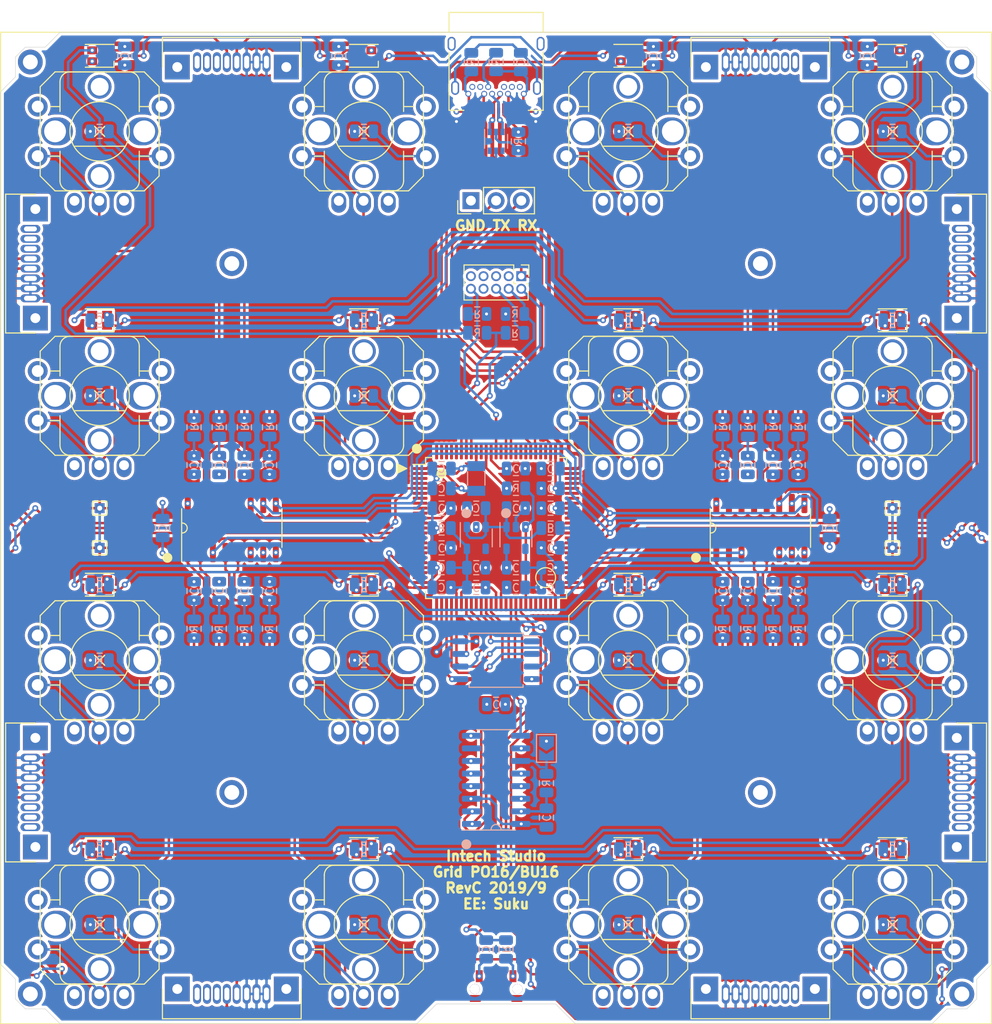
<source format=kicad_pcb>
(kicad_pcb (version 20171130) (host pcbnew "(5.1.2)-2")
  (layers (0 F.Cu signal) (1 In1.Cu signal hide) (2 In2.Cu signal hide) (31 B.Cu signal) (34 B.Paste user hide) (35 F.Paste user hide) (36 B.SilkS user) (37 F.SilkS user) (38 B.Mask user hide) (39 F.Mask user hide) (44 Edge.Cuts user))
  (net 0 "")
  (net 1 GND)
  (net 2 /MCU/MAP_MODE)
  (net 3 +3V3_UI)
  (net 4 "Net-(C17-Pad1)")
  (net 5 "Net-(C18-Pad1)")
  (net 6 "Net-(C19-Pad1)")
  (net 7 "Net-(C20-Pad1)")
  (net 8 "Net-(C21-Pad1)")
  (net 9 "Net-(C22-Pad1)")
  (net 10 "Net-(C23-Pad1)")
  (net 11 "Net-(C24-Pad1)")
  (net 12 "Net-(C25-Pad1)")
  (net 13 "Net-(C26-Pad1)")
  (net 14 "Net-(C27-Pad1)")
  (net 15 "Net-(C28-Pad1)")
  (net 16 "Net-(C29-Pad1)")
  (net 17 "Net-(C30-Pad1)")
  (net 18 "Net-(C31-Pad1)")
  (net 19 "Net-(C32-Pad1)")
  (net 20 +3V3_UC)
  (net 21 /MCU/XRTC1)
  (net 22 /MCU/XRTC2)
  (net 23 "Net-(C49-Pad1)")
  (net 24 "Net-(D1-Pad1)")
  (net 25 /UI_LED_16/LED_DATA_IN)
  (net 26 "Net-(D2-Pad1)")
  (net 27 "Net-(D13-Pad1)")
  (net 28 "Net-(D3-Pad1)")
  (net 29 "Net-(D14-Pad1)")
  (net 30 "Net-(D4-Pad1)")
  (net 31 "Net-(D15-Pad1)")
  (net 32 "Net-(D5-Pad1)")
  (net 33 "Net-(D10-Pad3)")
  (net 34 "Net-(D10-Pad1)")
  (net 35 "Net-(D11-Pad1)")
  (net 36 "Net-(D12-Pad1)")
  (net 37 /UI_LED_16/LED_DATA_OUT)
  (net 38 "Net-(J1-PadB11)")
  (net 39 "Net-(J1-PadB10)")
  (net 40 "Net-(J1-PadB8)")
  (net 41 /MCU/USB_CC2)
  (net 42 "Net-(J1-PadB3)")
  (net 43 "Net-(J1-PadB2)")
  (net 44 /MCU/USB_DN)
  (net 45 /MCU/USB_DP)
  (net 46 "Net-(J1-PadS4)")
  (net 47 "Net-(J1-PadA11)")
  (net 48 "Net-(J1-PadA8)")
  (net 49 "Net-(J1-PadA10)")
  (net 50 /MCU/USB_CC1)
  (net 51 "Net-(J1-PadA3)")
  (net 52 "Net-(J1-PadA2)")
  (net 53 /MCU/GRID_AUX_RX)
  (net 54 /MCU/GRID_AUX_TX)
  (net 55 /MCU/SYS_RESET)
  (net 56 /MCU/SYS_SWO)
  (net 57 /MCU/SYS_SWCLK)
  (net 58 /MCU/SYS_SWDIO)
  (net 59 /MCU/GRID_SYNC_1)
  (net 60 /MCU/GRID_WEST_TX)
  (net 61 +5V)
  (net 62 /MCU/GRID_WEST_RX)
  (net 63 /MCU/GRID_SYNC_2)
  (net 64 /MCU/GRID_SOUTH_TX)
  (net 65 /MCU/GRID_NORTH_RX)
  (net 66 /MCU/GRID_SOUTH_RX)
  (net 67 /MCU/GRID_NORTH_TX)
  (net 68 /MCU/GRID_EAST_RX)
  (net 69 /MCU/GRID_EAST_TX)
  (net 70 "Net-(R1-Pad1)")
  (net 71 "Net-(R2-Pad1)")
  (net 72 "Net-(R3-Pad1)")
  (net 73 "Net-(R4-Pad1)")
  (net 74 "Net-(R5-Pad1)")
  (net 75 "Net-(R6-Pad1)")
  (net 76 "Net-(R7-Pad1)")
  (net 77 "Net-(R8-Pad1)")
  (net 78 "Net-(R9-Pad1)")
  (net 79 "Net-(R10-Pad1)")
  (net 80 "Net-(R11-Pad1)")
  (net 81 "Net-(R12-Pad1)")
  (net 82 "Net-(R13-Pad1)")
  (net 83 "Net-(R14-Pad1)")
  (net 84 "Net-(R15-Pad1)")
  (net 85 "Net-(R16-Pad1)")
  (net 86 /MCU/UI_PWR_EN)
  (net 87 /Sheet5D7C8BFD/ADDRESS_A)
  (net 88 /Sheet5D7C8BFD/ADDRESS_B)
  (net 89 /Sheet5D7C8BFD/ADDRESS_C)
  (net 90 /MCU/MUX_OUT_1)
  (net 91 /MCU/MUX_OUT_2)
  (net 92 "Net-(U3-Pad7)")
  (net 93 /MCU/QSPI_~CE)
  (net 94 /MCU/QSPI_SCK)
  (net 95 /MCU/QSPI_IO_3)
  (net 96 /MCU/QSPI_IO_2)
  (net 97 /MCU/QSPI_IO_1)
  (net 98 /MCU/QSPI_IO_0)
  (net 99 "Net-(U6-Pad4)")
  (net 100 "Net-(U7-Pad4)")
  (net 101 "Net-(UI1-Pad5)")
  (net 102 "Net-(UI1-Pad4)")
  (net 103 "Net-(UI2-Pad5)")
  (net 104 "Net-(UI2-Pad4)")
  (net 105 "Net-(UI3-Pad5)")
  (net 106 "Net-(UI3-Pad4)")
  (net 107 "Net-(UI4-Pad5)")
  (net 108 "Net-(UI4-Pad4)")
  (net 109 "Net-(UI5-Pad5)")
  (net 110 "Net-(UI5-Pad4)")
  (net 111 "Net-(UI6-Pad5)")
  (net 112 "Net-(UI6-Pad4)")
  (net 113 "Net-(UI7-Pad5)")
  (net 114 "Net-(UI7-Pad4)")
  (net 115 "Net-(UI8-Pad5)")
  (net 116 "Net-(UI8-Pad4)")
  (net 117 "Net-(UI9-Pad5)")
  (net 118 "Net-(UI9-Pad4)")
  (net 119 "Net-(UI10-Pad5)")
  (net 120 "Net-(UI10-Pad4)")
  (net 121 "Net-(UI11-Pad5)")
  (net 122 "Net-(UI11-Pad4)")
  (net 123 "Net-(UI12-Pad5)")
  (net 124 "Net-(UI12-Pad4)")
  (net 125 "Net-(UI13-Pad5)")
  (net 126 "Net-(UI13-Pad4)")
  (net 127 "Net-(UI14-Pad5)")
  (net 128 "Net-(UI14-Pad4)")
  (net 129 "Net-(UI15-Pad5)")
  (net 130 "Net-(UI15-Pad4)")
  (net 131 "Net-(UI16-Pad5)")
  (net 132 "Net-(UI16-Pad4)")
  (net 133 "Net-(UI17-Pad6)")
  (net 134 "Net-(UI17-Pad5)")
  (net 135 "Net-(UI18-Pad6)")
  (net 136 "Net-(UI18-Pad5)")
  (net 137 "Net-(UI19-Pad6)")
  (net 138 "Net-(UI19-Pad5)")
  (net 139 "Net-(UI20-Pad6)")
  (net 140 "Net-(UI20-Pad5)")
  (net 141 "Net-(UI21-Pad6)")
  (net 142 "Net-(UI21-Pad5)")
  (net 143 "Net-(UI22-Pad6)")
  (net 144 "Net-(UI22-Pad5)")
  (net 145 "Net-(UI23-Pad6)")
  (net 146 "Net-(UI23-Pad5)")
  (net 147 "Net-(UI24-Pad6)")
  (net 148 "Net-(UI24-Pad5)")
  (net 149 "Net-(UI25-Pad6)")
  (net 150 "Net-(UI25-Pad5)")
  (net 151 "Net-(UI26-Pad6)")
  (net 152 "Net-(UI26-Pad5)")
  (net 153 "Net-(UI27-Pad6)")
  (net 154 "Net-(UI27-Pad5)")
  (net 155 "Net-(UI28-Pad6)")
  (net 156 "Net-(UI28-Pad5)")
  (net 157 "Net-(UI29-Pad6)")
  (net 158 "Net-(UI29-Pad5)")
  (net 159 "Net-(UI30-Pad6)")
  (net 160 "Net-(UI30-Pad5)")
  (net 161 "Net-(UI31-Pad6)")
  (net 162 "Net-(UI31-Pad5)")
  (net 163 "Net-(UI32-Pad6)")
  (net 164 "Net-(UI32-Pad5)")
  (net 165 "Net-(C34-Pad1)")
  (net 166 "Net-(C37-Pad1)")
  (net 167 "Net-(C38-Pad1)")
  (net 168 "Net-(D6-Pad1)")
  (net 169 "Net-(D7-Pad1)")
  (net 170 "Net-(D8-Pad1)")
  (net 171 "Net-(J2-Pad8)")
  (net 172 "Net-(J2-Pad7)")
  (net 173 "Net-(R40-Pad1)")
  (net 174 "Net-(R41-Pad1)")
  (net 175 "Net-(U5-Pad4)")
  (net 176 "Net-(U7-Pad100)")
  (net 177 "Net-(U7-Pad99)")
  (net 178 "Net-(U7-Pad98)")
  (net 179 "Net-(U7-Pad97)")
  (net 180 "Net-(U7-Pad96)")
  (net 181 "Net-(U7-Pad91)")
  (net 182 "Net-(U7-Pad87)")
  (net 183 "Net-(U7-Pad84)")
  (net 184 "Net-(U7-Pad83)")
  (net 185 "Net-(U7-Pad82)")
  (net 186 "Net-(U7-Pad73)")
  (net 187 "Net-(U7-Pad72)")
  (net 188 "Net-(U7-Pad71)")
  (net 189 "Net-(U7-Pad70)")
  (net 190 "Net-(U7-Pad69)")
  (net 191 "Net-(U7-Pad68)")
  (net 192 "Net-(U7-Pad67)")
  (net 193 "Net-(U7-Pad66)")
  (net 194 "Net-(U7-Pad65)")
  (net 195 "Net-(U7-Pad64)")
  (net 196 "Net-(U7-Pad55)")
  (net 197 "Net-(U7-Pad54)")
  (net 198 "Net-(U7-Pad53)")
  (net 199 "Net-(U7-Pad52)")
  (net 200 "Net-(U7-Pad49)")
  (net 201 "Net-(U7-Pad48)")
  (net 202 "Net-(U7-Pad47)")
  (net 203 "Net-(U7-Pad46)")
  (net 204 "Net-(U7-Pad45)")
  (net 205 "Net-(U7-Pad40)")
  (net 206 "Net-(U7-Pad34)")
  (net 207 "Net-(U7-Pad23)")
  (net 208 "Net-(U7-Pad22)")
  (net 209 "Net-(U7-Pad21)")
  (net 210 "Net-(U7-Pad19)")
  (net 211 "Net-(U7-Pad18)")
  (net 212 "Net-(U7-Pad17)")
  (net 213 "Net-(U7-Pad13)")
  (net 214 "Net-(U7-Pad10)")
  (net 215 "Net-(U7-Pad9)")
  (net 216 "Net-(U7-Pad8)")
  (net 217 "Net-(U7-Pad7)")
  (net 218 "Net-(U7-Pad6)")
  (net 219 "Net-(U7-Pad3)")
  (net 220 /ANA_0)
  (net 221 /ANA_1)
  (net 222 /ANA_4)
  (net 223 /ANA_5)
  (net 224 /ANA_8)
  (net 225 /ANA_9)
  (net 226 /ANA_12)
  (net 227 /ANA_13)
  (net 228 /ANA_2)
  (net 229 /ANA_3)
  (net 230 /ANA_6)
  (net 231 /ANA_7)
  (net 232 /ANA_10)
  (net 233 /ANA_11)
  (net 234 /ANA_14)
  (net 235 /ANA_15)
  (net 236 "Net-(JP1-Pad2)")
  (net 237 "Net-(M1-Pad8)")
  (net 238 "Net-(M1-Pad7)")
  (net 239 "Net-(M1-Pad6)")
  (net 240 "Net-(M1-Pad5)")
  (net 241 "Net-(M1-Pad4)")
  (net 242 "Net-(M1-Pad3)")
  (net 243 "Net-(M1-Pad2)")
  (net 244 "Net-(M1-Pad1)")
  (net 245 "Net-(U7-Pad79)")
  (net 246 "Net-(U7-Pad78)")
  (net 247 /MCU/LED_DATA_OUT)
  (net 248 /HWCFG/HWCFG_SHIFT)
  (net 249 /HWCFG/HWCFG_CLOCK)
  (net 250 /HWCFG/HWCFG_DATA)
  (net 251 "Net-(J1-PadS3)")
  (net 252 "Net-(U4-Pad6)")
  (net 253 "Net-(U4-Pad4)")
  (module suku_basics:USB_C_Korean_Hroparts (layer F.Cu) (at 100 52.5 180)
    (fp_text reference J1 hide)
    (fp_text value USB_C hide)
    (pad B11 thru_hole circle (at -2.4 -3.01 180) (size 0.6 0.6) (drill 0.4) (layers *.Cu *.Mask F.Paste) (net 38 "Net-(J1-PadB11)"))
    (pad B10 thru_hole circle (at -1.6 -3.01 180) (size 0.6 0.6) (drill 0.4) (layers *.Cu *.Mask F.Paste) (net 39 "Net-(J1-PadB10)"))
    (pad B8 thru_hole circle (at -0.8 -3.01 180) (size 0.6 0.6) (drill 0.4) (layers *.Cu *.Mask F.Paste) (net 40 "Net-(J1-PadB8)"))
    (pad B5 thru_hole circle (at 0.8 -3.01 180) (size 0.6 0.6) (drill 0.4) (layers *.Cu *.Mask F.Paste) (net 41 /MCU/USB_CC2))
    (pad B3 thru_hole circle (at 1.6 -3.01 180) (size 0.6 0.6) (drill 0.4) (layers *.Cu *.Mask F.Paste) (net 42 "Net-(J1-PadB3)"))
    (pad B2 thru_hole circle (at 2.4 -3.01 180) (size 0.6 0.6) (drill 0.4) (layers *.Cu *.Mask F.Paste) (net 43 "Net-(J1-PadB2)"))
    (pad B12 thru_hole circle (at -2.8 -3.71 180) (size 0.6 0.6) (drill 0.4) (layers *.Cu *.Mask F.Paste) (net 1 GND))
    (pad B9 thru_hole circle (at -1.2 -3.71 180) (size 0.6 0.6) (drill 0.4) (layers *.Cu *.Mask F.Paste) (net 61 +5V))
    (pad B7 thru_hole circle (at -0.4 -3.71 180) (size 0.6 0.6) (drill 0.4) (layers *.Cu *.Mask F.Paste) (net 44 /MCU/USB_DN))
    (pad B6 thru_hole circle (at 0.4 -3.71 180) (size 0.6 0.6) (drill 0.4) (layers *.Cu *.Mask F.Paste) (net 45 /MCU/USB_DP))
    (pad B4 thru_hole circle (at 1.2 -3.71 180) (size 0.6 0.6) (drill 0.4) (layers *.Cu *.Mask F.Paste) (net 61 +5V))
    (pad B1 thru_hole circle (at 2.8 -3.71 180) (size 0.6 0.6) (drill 0.4) (layers *.Cu *.Mask F.Paste) (net 1 GND))
    (pad "" np_thru_hole circle (at -3.6 -4.36 180) (size 0.65 0.65) (drill 0.65) (layers *.Cu *.Mask))
    (pad "" np_thru_hole oval (at 3.6 -4.36 180) (size 0.95 0.65) (drill oval 0.95 0.65) (layers *.Cu *.Mask))
    (pad S3 thru_hole oval (at -4.49 1.34 180) (size 0.8 1.4) (drill oval 0.5 1.1) (layers *.Cu *.Mask F.Paste) (net 251 "Net-(J1-PadS3)"))
    (pad S4 thru_hole oval (at 4.49 1.34 180) (size 0.8 1.4) (drill oval 0.5 1.1) (layers *.Cu *.Mask F.Paste) (net 46 "Net-(J1-PadS4)"))
    (pad S2 thru_hole oval (at 4.13 -3.11 180) (size 0.8 1.4) (drill oval 0.5 1.1) (layers *.Cu *.Mask F.Paste) (net 166 "Net-(C37-Pad1)"))
    (pad A11 smd rect (at 2.25 -5.17 180) (size 0.3 1) (layers F.Cu F.Paste F.Mask) (net 47 "Net-(J1-PadA11)"))
    (pad A8 smd rect (at 0.75 -5.17 180) (size 0.3 1) (layers F.Cu F.Paste F.Mask) (net 48 "Net-(J1-PadA8)"))
    (pad A9 smd rect (at 1.25 -5.17 180) (size 0.3 1) (layers F.Cu F.Paste F.Mask) (net 61 +5V))
    (pad A10 smd rect (at 1.75 -5.17 180) (size 0.3 1) (layers F.Cu F.Paste F.Mask) (net 49 "Net-(J1-PadA10)"))
    (pad A12 smd rect (at 2.75 -5.17 180) (size 0.3 1) (layers F.Cu F.Paste F.Mask) (net 1 GND))
    (pad A7 smd rect (at 0.25 -5.17 180) (size 0.3 1) (layers F.Cu F.Paste F.Mask) (net 44 /MCU/USB_DN))
    (pad A6 smd rect (at -0.25 -5.17 180) (size 0.3 1) (layers F.Cu F.Paste F.Mask) (net 45 /MCU/USB_DP))
    (pad A5 smd rect (at -0.75 -5.17 180) (size 0.3 1) (layers F.Cu F.Paste F.Mask) (net 50 /MCU/USB_CC1))
    (pad A4 smd rect (at -1.25 -5.17 180) (size 0.3 1) (layers F.Cu F.Paste F.Mask) (net 61 +5V))
    (pad A3 smd rect (at -1.75 -5.17 180) (size 0.3 1) (layers F.Cu F.Paste F.Mask) (net 51 "Net-(J1-PadA3)"))
    (pad A2 smd rect (at -2.25 -5.17 180) (size 0.3 1) (layers F.Cu F.Paste F.Mask) (net 52 "Net-(J1-PadA2)"))
    (pad A1 smd rect (at -2.75 -5.17 180) (size 0.3 1) (layers F.Cu F.Paste F.Mask) (net 1 GND))
    (pad S1 thru_hole oval (at -4.13 -3.11 180) (size 0.8 1.4) (drill oval 0.5 1.1) (layers *.Cu *.Mask F.Paste) (net 166 "Net-(C37-Pad1)"))
  )
  (module suku_basics:RES_0805 (layer B.Cu) (at 97.5 53.01 270)
    (fp_text reference R37 hide)
    (fp_text value 1M hide)
    (pad 2 smd roundrect (at 0.9375 0 270) (size 0.975 1.4) (layers B.Cu B.Paste B.Mask) (net 1 GND))
    (pad 1 smd roundrect (at -0.9375 0 270) (size 0.975 1.4) (layers B.Cu B.Paste B.Mask) (net 166 "Net-(C37-Pad1)"))
  )
  (module suku_basics:SOIC-16_3.9x9.9mm_P1.27mm (layer B.Cu) (at 100 125.4)
    (fp_text reference U3 hide)
    (fp_text value 74HC165 hide)
    (pad 1 smd roundrect (at -2.475 4.445) (size 1.95 0.6) (layers B.Cu B.Paste B.Mask) (net 248 /HWCFG/HWCFG_SHIFT))
    (pad 2 smd roundrect (at -2.475 3.175) (size 1.95 0.6) (layers B.Cu B.Paste B.Mask) (net 249 /HWCFG/HWCFG_CLOCK))
    (pad 3 smd roundrect (at -2.475 1.905) (size 1.95 0.6) (layers B.Cu B.Paste B.Mask) (net 20 +3V3_UC))
    (pad 4 smd roundrect (at -2.475 0.635) (size 1.95 0.6) (layers B.Cu B.Paste B.Mask) (net 1 GND))
    (pad 5 smd roundrect (at -2.475 -0.635) (size 1.95 0.6) (layers B.Cu B.Paste B.Mask) (net 1 GND))
    (pad 6 smd roundrect (at -2.475 -1.905) (size 1.95 0.6) (layers B.Cu B.Paste B.Mask) (net 1 GND))
    (pad 7 smd roundrect (at -2.475 -3.175) (size 1.95 0.6) (layers B.Cu B.Paste B.Mask) (net 92 "Net-(U3-Pad7)"))
    (pad 8 smd roundrect (at -2.475 -4.445) (size 1.95 0.6) (layers B.Cu B.Paste B.Mask) (net 1 GND))
    (pad 9 smd roundrect (at 2.475 -4.445) (size 1.95 0.6) (layers B.Cu B.Paste B.Mask) (net 250 /HWCFG/HWCFG_DATA))
    (pad 10 smd roundrect (at 2.475 -3.175) (size 1.95 0.6) (layers B.Cu B.Paste B.Mask) (net 1 GND))
    (pad 11 smd roundrect (at 2.475 -1.905) (size 1.95 0.6) (layers B.Cu B.Paste B.Mask) (net 236 "Net-(JP1-Pad2)"))
    (pad 12 smd roundrect (at 2.475 -0.635) (size 1.95 0.6) (layers B.Cu B.Paste B.Mask) (net 1 GND))
    (pad 13 smd roundrect (at 2.475 0.635) (size 1.95 0.6) (layers B.Cu B.Paste B.Mask) (net 1 GND))
    (pad 14 smd roundrect (at 2.475 1.905) (size 1.95 0.6) (layers B.Cu B.Paste B.Mask) (net 1 GND))
    (pad 15 smd roundrect (at 2.475 3.175) (size 1.95 0.6) (layers B.Cu B.Paste B.Mask) (net 1 GND))
    (pad 16 smd roundrect (at 2.475 4.445) (size 1.95 0.6) (layers B.Cu B.Paste B.Mask) (net 20 +3V3_UC))
  )
  (module suku_basics:SOIC-16_3.9x9.9mm_P1.27mm (layer F.Cu) (at 126.67 100 90)
    (fp_text reference U2 hide)
    (fp_text value 74HC4051 hide)
    (pad 1 smd roundrect (at -2.475 -4.445 90) (size 1.95 0.6) (layers F.Cu F.Paste F.Mask) (net 16 "Net-(C29-Pad1)"))
    (pad 2 smd roundrect (at -2.475 -3.175 90) (size 1.95 0.6) (layers F.Cu F.Paste F.Mask) (net 18 "Net-(C31-Pad1)"))
    (pad 3 smd roundrect (at -2.475 -1.905 90) (size 1.95 0.6) (layers F.Cu F.Paste F.Mask) (net 91 /MCU/MUX_OUT_2))
    (pad 4 smd roundrect (at -2.475 -0.635 90) (size 1.95 0.6) (layers F.Cu F.Paste F.Mask) (net 19 "Net-(C32-Pad1)"))
    (pad 5 smd roundrect (at -2.475 0.635 90) (size 1.95 0.6) (layers F.Cu F.Paste F.Mask) (net 17 "Net-(C30-Pad1)"))
    (pad 6 smd roundrect (at -2.475 1.905 90) (size 1.95 0.6) (layers F.Cu F.Paste F.Mask) (net 1 GND))
    (pad 7 smd roundrect (at -2.475 3.175 90) (size 1.95 0.6) (layers F.Cu F.Paste F.Mask) (net 1 GND))
    (pad 8 smd roundrect (at -2.475 4.445 90) (size 1.95 0.6) (layers F.Cu F.Paste F.Mask) (net 1 GND))
    (pad 9 smd roundrect (at 2.475 4.445 90) (size 1.95 0.6) (layers F.Cu F.Paste F.Mask) (net 89 /Sheet5D7C8BFD/ADDRESS_C))
    (pad 10 smd roundrect (at 2.475 3.175 90) (size 1.95 0.6) (layers F.Cu F.Paste F.Mask) (net 88 /Sheet5D7C8BFD/ADDRESS_B))
    (pad 11 smd roundrect (at 2.475 1.905 90) (size 1.95 0.6) (layers F.Cu F.Paste F.Mask) (net 87 /Sheet5D7C8BFD/ADDRESS_A))
    (pad 12 smd roundrect (at 2.475 0.635 90) (size 1.95 0.6) (layers F.Cu F.Paste F.Mask) (net 15 "Net-(C28-Pad1)"))
    (pad 13 smd roundrect (at 2.475 -0.635 90) (size 1.95 0.6) (layers F.Cu F.Paste F.Mask) (net 12 "Net-(C25-Pad1)"))
    (pad 14 smd roundrect (at 2.475 -1.905 90) (size 1.95 0.6) (layers F.Cu F.Paste F.Mask) (net 13 "Net-(C26-Pad1)"))
    (pad 15 smd roundrect (at 2.475 -3.175 90) (size 1.95 0.6) (layers F.Cu F.Paste F.Mask) (net 14 "Net-(C27-Pad1)"))
    (pad 16 smd roundrect (at 2.475 -4.445 90) (size 1.95 0.6) (layers F.Cu F.Paste F.Mask) (net 3 +3V3_UI))
  )
  (module suku_basics:SOIC-16_3.9x9.9mm_P1.27mm (layer F.Cu) (at 73.33 100 90)
    (fp_text reference U1 hide)
    (fp_text value 74HC4051 hide)
    (pad 1 smd roundrect (at -2.475 -4.445 90) (size 1.95 0.6) (layers F.Cu F.Paste F.Mask) (net 8 "Net-(C21-Pad1)"))
    (pad 2 smd roundrect (at -2.475 -3.175 90) (size 1.95 0.6) (layers F.Cu F.Paste F.Mask) (net 10 "Net-(C23-Pad1)"))
    (pad 3 smd roundrect (at -2.475 -1.905 90) (size 1.95 0.6) (layers F.Cu F.Paste F.Mask) (net 90 /MCU/MUX_OUT_1))
    (pad 4 smd roundrect (at -2.475 -0.635 90) (size 1.95 0.6) (layers F.Cu F.Paste F.Mask) (net 11 "Net-(C24-Pad1)"))
    (pad 5 smd roundrect (at -2.475 0.635 90) (size 1.95 0.6) (layers F.Cu F.Paste F.Mask) (net 9 "Net-(C22-Pad1)"))
    (pad 6 smd roundrect (at -2.475 1.905 90) (size 1.95 0.6) (layers F.Cu F.Paste F.Mask) (net 1 GND))
    (pad 7 smd roundrect (at -2.475 3.175 90) (size 1.95 0.6) (layers F.Cu F.Paste F.Mask) (net 1 GND))
    (pad 8 smd roundrect (at -2.475 4.445 90) (size 1.95 0.6) (layers F.Cu F.Paste F.Mask) (net 1 GND))
    (pad 9 smd roundrect (at 2.475 4.445 90) (size 1.95 0.6) (layers F.Cu F.Paste F.Mask) (net 89 /Sheet5D7C8BFD/ADDRESS_C))
    (pad 10 smd roundrect (at 2.475 3.175 90) (size 1.95 0.6) (layers F.Cu F.Paste F.Mask) (net 88 /Sheet5D7C8BFD/ADDRESS_B))
    (pad 11 smd roundrect (at 2.475 1.905 90) (size 1.95 0.6) (layers F.Cu F.Paste F.Mask) (net 87 /Sheet5D7C8BFD/ADDRESS_A))
    (pad 12 smd roundrect (at 2.475 0.635 90) (size 1.95 0.6) (layers F.Cu F.Paste F.Mask) (net 7 "Net-(C20-Pad1)"))
    (pad 13 smd roundrect (at 2.475 -0.635 90) (size 1.95 0.6) (layers F.Cu F.Paste F.Mask) (net 4 "Net-(C17-Pad1)"))
    (pad 14 smd roundrect (at 2.475 -1.905 90) (size 1.95 0.6) (layers F.Cu F.Paste F.Mask) (net 5 "Net-(C18-Pad1)"))
    (pad 15 smd roundrect (at 2.475 -3.175 90) (size 1.95 0.6) (layers F.Cu F.Paste F.Mask) (net 6 "Net-(C19-Pad1)"))
    (pad 16 smd roundrect (at 2.475 -4.445 90) (size 1.95 0.6) (layers F.Cu F.Paste F.Mask) (net 3 +3V3_UI))
  )
  (module suku_basics:SOT-23-5 (layer B.Cu) (at 102 101 270)
    (fp_text reference U6 hide)
    (fp_text value U_REGULATOR_SOT23-5 hide)
    (pad 5 smd roundrect (at 1.1 0.95 270) (size 1.06 0.65) (layers B.Cu B.Paste B.Mask) (net 3 +3V3_UI))
    (pad 4 smd roundrect (at 1.1 -0.95 270) (size 1.06 0.65) (layers B.Cu B.Paste B.Mask) (net 99 "Net-(U6-Pad4)"))
    (pad 3 smd roundrect (at -1.1 -0.95 270) (size 1.06 0.65) (layers B.Cu B.Paste B.Mask) (net 86 /MCU/UI_PWR_EN))
    (pad 2 smd roundrect (at -1.1 0 270) (size 1.06 0.65) (layers B.Cu B.Paste B.Mask) (net 1 GND))
    (pad 1 smd roundrect (at -1.1 0.95 270) (size 1.06 0.65) (layers B.Cu B.Paste B.Mask) (net 165 "Net-(C34-Pad1)"))
  )
  (module suku_basics:SOT-23-5 (layer B.Cu) (at 98 101 270)
    (fp_text reference U5 hide)
    (fp_text value U_REGULATOR_SOT23-5 hide)
    (pad 5 smd roundrect (at 1.1 0.95 270) (size 1.06 0.65) (layers B.Cu B.Paste B.Mask) (net 20 +3V3_UC))
    (pad 4 smd roundrect (at 1.1 -0.95 270) (size 1.06 0.65) (layers B.Cu B.Paste B.Mask) (net 175 "Net-(U5-Pad4)"))
    (pad 3 smd roundrect (at -1.1 -0.95 270) (size 1.06 0.65) (layers B.Cu B.Paste B.Mask) (net 165 "Net-(C34-Pad1)"))
    (pad 2 smd roundrect (at -1.1 0 270) (size 1.06 0.65) (layers B.Cu B.Paste B.Mask) (net 1 GND))
    (pad 1 smd roundrect (at -1.1 0.95 270) (size 1.06 0.65) (layers B.Cu B.Paste B.Mask) (net 165 "Net-(C34-Pad1)"))
  )
  (module suku_basics:SW_HYP_MAPMODE (layer F.Cu) (at 100 146.5 180)
    (fp_text reference SW1 hide)
    (fp_text value SW_SPST hide)
    (pad "" thru_hole circle (at 2.15 0 90) (size 1 1) (drill 1) (layers *.Cu *.Mask F.Paste))
    (pad "" thru_hole circle (at -2.15 0 90) (size 1 1) (drill 1) (layers *.Cu *.Mask F.Paste))
    (pad "" smd rect (at 2.1 -0.95 180) (size 1.1 0.7) (layers F.Cu F.Paste F.Mask))
    (pad "" smd rect (at -2.1 -0.95 180) (size 1.1 0.7) (layers F.Cu F.Paste F.Mask))
    (pad "" smd rect (at 0 1.6 180) (size 1.5 1) (layers F.Cu F.Paste F.Mask))
    (pad 2 smd rect (at 1.7 1.3 90) (size 1.2 0.7) (layers F.Cu F.Paste F.Mask) (net 1 GND))
    (pad 1 smd rect (at -1.7 1.3 270) (size 1.2 0.7) (layers F.Cu F.Paste F.Mask) (net 173 "Net-(R40-Pad1)"))
  )
  (module suku_basics:TQFP-100_14x14mm_P0.5mm (layer F.Cu) (at 100 100)
    (fp_text reference U7 hide)
    (fp_text value SAMD51N20A hide)
    (pad 100 smd roundrect (at -6 -7.6625) (size 0.3 1.475) (layers F.Cu F.Paste F.Mask) (net 176 "Net-(U7-Pad100)"))
    (pad 99 smd roundrect (at -5.5 -7.6625) (size 0.3 1.475) (layers F.Cu F.Paste F.Mask) (net 177 "Net-(U7-Pad99)"))
    (pad 98 smd roundrect (at -5 -7.6625) (size 0.3 1.475) (layers F.Cu F.Paste F.Mask) (net 178 "Net-(U7-Pad98)"))
    (pad 97 smd roundrect (at -4.5 -7.6625) (size 0.3 1.475) (layers F.Cu F.Paste F.Mask) (net 179 "Net-(U7-Pad97)"))
    (pad 96 smd roundrect (at -4 -7.6625) (size 0.3 1.475) (layers F.Cu F.Paste F.Mask) (net 180 "Net-(U7-Pad96)"))
    (pad 95 smd roundrect (at -3.5 -7.6625) (size 0.3 1.475) (layers F.Cu F.Paste F.Mask) (net 174 "Net-(R41-Pad1)"))
    (pad 94 smd roundrect (at -3 -7.6625) (size 0.3 1.475) (layers F.Cu F.Paste F.Mask) (net 58 /MCU/SYS_SWDIO))
    (pad 93 smd roundrect (at -2.5 -7.6625) (size 0.3 1.475) (layers F.Cu F.Paste F.Mask) (net 57 /MCU/SYS_SWCLK))
    (pad 92 smd roundrect (at -2 -7.6625) (size 0.3 1.475) (layers F.Cu F.Paste F.Mask) (net 20 +3V3_UC))
    (pad 91 smd roundrect (at -1.5 -7.6625) (size 0.3 1.475) (layers F.Cu F.Paste F.Mask) (net 181 "Net-(U7-Pad91)"))
    (pad 90 smd roundrect (at -1 -7.6625) (size 0.3 1.475) (layers F.Cu F.Paste F.Mask) (net 1 GND))
    (pad 89 smd roundrect (at -0.5 -7.6625) (size 0.3 1.475) (layers F.Cu F.Paste F.Mask) (net 23 "Net-(C49-Pad1)"))
    (pad 88 smd roundrect (at 0 -7.6625) (size 0.3 1.475) (layers F.Cu F.Paste F.Mask) (net 55 /MCU/SYS_RESET))
    (pad 87 smd roundrect (at 0.5 -7.6625) (size 0.3 1.475) (layers F.Cu F.Paste F.Mask) (net 182 "Net-(U7-Pad87)"))
    (pad 86 smd roundrect (at 1 -7.6625) (size 0.3 1.475) (layers F.Cu F.Paste F.Mask) (net 65 /MCU/GRID_NORTH_RX))
    (pad 85 smd roundrect (at 1.5 -7.6625) (size 0.3 1.475) (layers F.Cu F.Paste F.Mask) (net 67 /MCU/GRID_NORTH_TX))
    (pad 84 smd roundrect (at 2 -7.6625) (size 0.3 1.475) (layers F.Cu F.Paste F.Mask) (net 183 "Net-(U7-Pad84)"))
    (pad 83 smd roundrect (at 2.5 -7.6625) (size 0.3 1.475) (layers F.Cu F.Paste F.Mask) (net 184 "Net-(U7-Pad83)"))
    (pad 82 smd roundrect (at 3 -7.6625) (size 0.3 1.475) (layers F.Cu F.Paste F.Mask) (net 185 "Net-(U7-Pad82)"))
    (pad 81 smd roundrect (at 3.5 -7.6625) (size 0.3 1.475) (layers F.Cu F.Paste F.Mask) (net 54 /MCU/GRID_AUX_TX))
    (pad 80 smd roundrect (at 4 -7.6625) (size 0.3 1.475) (layers F.Cu F.Paste F.Mask) (net 53 /MCU/GRID_AUX_RX))
    (pad 79 smd roundrect (at 4.5 -7.6625) (size 0.3 1.475) (layers F.Cu F.Paste F.Mask) (net 245 "Net-(U7-Pad79)"))
    (pad 78 smd roundrect (at 5 -7.6625) (size 0.3 1.475) (layers F.Cu F.Paste F.Mask) (net 246 "Net-(U7-Pad78)"))
    (pad 77 smd roundrect (at 5.5 -7.6625) (size 0.3 1.475) (layers F.Cu F.Paste F.Mask) (net 20 +3V3_UC))
    (pad 76 smd roundrect (at 6 -7.6625) (size 0.3 1.475) (layers F.Cu F.Paste F.Mask) (net 1 GND))
    (pad 75 smd roundrect (at 7.6625 -6) (size 1.475 0.3) (layers F.Cu F.Paste F.Mask) (net 45 /MCU/USB_DP))
    (pad 74 smd roundrect (at 7.6625 -5.5) (size 1.475 0.3) (layers F.Cu F.Paste F.Mask) (net 44 /MCU/USB_DN))
    (pad 73 smd roundrect (at 7.6625 -5) (size 1.475 0.3) (layers F.Cu F.Paste F.Mask) (net 186 "Net-(U7-Pad73)"))
    (pad 72 smd roundrect (at 7.6625 -4.5) (size 1.475 0.3) (layers F.Cu F.Paste F.Mask) (net 187 "Net-(U7-Pad72)"))
    (pad 71 smd roundrect (at 7.6625 -4) (size 1.475 0.3) (layers F.Cu F.Paste F.Mask) (net 188 "Net-(U7-Pad71)"))
    (pad 70 smd roundrect (at 7.6625 -3.5) (size 1.475 0.3) (layers F.Cu F.Paste F.Mask) (net 189 "Net-(U7-Pad70)"))
    (pad 69 smd roundrect (at 7.6625 -3) (size 1.475 0.3) (layers F.Cu F.Paste F.Mask) (net 190 "Net-(U7-Pad69)"))
    (pad 68 smd roundrect (at 7.6625 -2.5) (size 1.475 0.3) (layers F.Cu F.Paste F.Mask) (net 191 "Net-(U7-Pad68)"))
    (pad 67 smd roundrect (at 7.6625 -2) (size 1.475 0.3) (layers F.Cu F.Paste F.Mask) (net 192 "Net-(U7-Pad67)"))
    (pad 66 smd roundrect (at 7.6625 -1.5) (size 1.475 0.3) (layers F.Cu F.Paste F.Mask) (net 193 "Net-(U7-Pad66)"))
    (pad 65 smd roundrect (at 7.6625 -1) (size 1.475 0.3) (layers F.Cu F.Paste F.Mask) (net 194 "Net-(U7-Pad65)"))
    (pad 64 smd roundrect (at 7.6625 -0.5) (size 1.475 0.3) (layers F.Cu F.Paste F.Mask) (net 195 "Net-(U7-Pad64)"))
    (pad 63 smd roundrect (at 7.6625 0) (size 1.475 0.3) (layers F.Cu F.Paste F.Mask) (net 20 +3V3_UC))
    (pad 62 smd roundrect (at 7.6625 0.5) (size 1.475 0.3) (layers F.Cu F.Paste F.Mask) (net 1 GND))
    (pad 61 smd roundrect (at 7.6625 1) (size 1.475 0.3) (layers F.Cu F.Paste F.Mask) (net 89 /Sheet5D7C8BFD/ADDRESS_C))
    (pad 60 smd roundrect (at 7.6625 1.5) (size 1.475 0.3) (layers F.Cu F.Paste F.Mask) (net 88 /Sheet5D7C8BFD/ADDRESS_B))
    (pad 59 smd roundrect (at 7.6625 2) (size 1.475 0.3) (layers F.Cu F.Paste F.Mask) (net 87 /Sheet5D7C8BFD/ADDRESS_A))
    (pad 58 smd roundrect (at 7.6625 2.5) (size 1.475 0.3) (layers F.Cu F.Paste F.Mask) (net 59 /MCU/GRID_SYNC_1))
    (pad 57 smd roundrect (at 7.6625 3) (size 1.475 0.3) (layers F.Cu F.Paste F.Mask) (net 69 /MCU/GRID_EAST_TX))
    (pad 56 smd roundrect (at 7.6625 3.5) (size 1.475 0.3) (layers F.Cu F.Paste F.Mask) (net 68 /MCU/GRID_EAST_RX))
    (pad 55 smd roundrect (at 7.6625 4) (size 1.475 0.3) (layers F.Cu F.Paste F.Mask) (net 196 "Net-(U7-Pad55)"))
    (pad 54 smd roundrect (at 7.6625 4.5) (size 1.475 0.3) (layers F.Cu F.Paste F.Mask) (net 197 "Net-(U7-Pad54)"))
    (pad 53 smd roundrect (at 7.6625 5) (size 1.475 0.3) (layers F.Cu F.Paste F.Mask) (net 198 "Net-(U7-Pad53)"))
    (pad 52 smd roundrect (at 7.6625 5.5) (size 1.475 0.3) (layers F.Cu F.Paste F.Mask) (net 199 "Net-(U7-Pad52)"))
    (pad 51 smd roundrect (at 7.6625 6) (size 1.475 0.3) (layers F.Cu F.Paste F.Mask) (net 20 +3V3_UC))
    (pad 50 smd roundrect (at 6 7.6625) (size 0.3 1.475) (layers F.Cu F.Paste F.Mask) (net 1 GND))
    (pad 49 smd roundrect (at 5.5 7.6625) (size 0.3 1.475) (layers F.Cu F.Paste F.Mask) (net 200 "Net-(U7-Pad49)"))
    (pad 48 smd roundrect (at 5 7.6625) (size 0.3 1.475) (layers F.Cu F.Paste F.Mask) (net 201 "Net-(U7-Pad48)"))
    (pad 47 smd roundrect (at 4.5 7.6625) (size 0.3 1.475) (layers F.Cu F.Paste F.Mask) (net 202 "Net-(U7-Pad47)"))
    (pad 46 smd roundrect (at 4 7.6625) (size 0.3 1.475) (layers F.Cu F.Paste F.Mask) (net 203 "Net-(U7-Pad46)"))
    (pad 45 smd roundrect (at 3.5 7.6625) (size 0.3 1.475) (layers F.Cu F.Paste F.Mask) (net 204 "Net-(U7-Pad45)"))
    (pad 44 smd roundrect (at 3 7.6625) (size 0.3 1.475) (layers F.Cu F.Paste F.Mask) (net 86 /MCU/UI_PWR_EN))
    (pad 43 smd roundrect (at 2.5 7.6625) (size 0.3 1.475) (layers F.Cu F.Paste F.Mask) (net 64 /MCU/GRID_SOUTH_TX))
    (pad 42 smd roundrect (at 2 7.6625) (size 0.3 1.475) (layers F.Cu F.Paste F.Mask) (net 66 /MCU/GRID_SOUTH_RX))
    (pad 41 smd roundrect (at 1.5 7.6625) (size 0.3 1.475) (layers F.Cu F.Paste F.Mask) (net 2 /MCU/MAP_MODE))
    (pad 40 smd roundrect (at 1 7.6625) (size 0.3 1.475) (layers F.Cu F.Paste F.Mask) (net 205 "Net-(U7-Pad40)"))
    (pad 39 smd roundrect (at 0.5 7.6625) (size 0.3 1.475) (layers F.Cu F.Paste F.Mask) (net 20 +3V3_UC))
    (pad 38 smd roundrect (at 0 7.6625) (size 0.3 1.475) (layers F.Cu F.Paste F.Mask) (net 1 GND))
    (pad 37 smd roundrect (at -0.5 7.6625) (size 0.3 1.475) (layers F.Cu F.Paste F.Mask) (net 250 /HWCFG/HWCFG_DATA))
    (pad 36 smd roundrect (at -1 7.6625) (size 0.3 1.475) (layers F.Cu F.Paste F.Mask) (net 249 /HWCFG/HWCFG_CLOCK))
    (pad 35 smd roundrect (at -1.5 7.6625) (size 0.3 1.475) (layers F.Cu F.Paste F.Mask) (net 248 /HWCFG/HWCFG_SHIFT))
    (pad 34 smd roundrect (at -2 7.6625) (size 0.3 1.475) (layers F.Cu F.Paste F.Mask) (net 206 "Net-(U7-Pad34)"))
    (pad 33 smd roundrect (at -2.5 7.6625) (size 0.3 1.475) (layers F.Cu F.Paste F.Mask) (net 93 /MCU/QSPI_~CE))
    (pad 32 smd roundrect (at -3 7.6625) (size 0.3 1.475) (layers F.Cu F.Paste F.Mask) (net 94 /MCU/QSPI_SCK))
    (pad 31 smd roundrect (at -3.5 7.6625) (size 0.3 1.475) (layers F.Cu F.Paste F.Mask) (net 1 GND))
    (pad 30 smd roundrect (at -4 7.6625) (size 0.3 1.475) (layers F.Cu F.Paste F.Mask) (net 20 +3V3_UC))
    (pad 29 smd roundrect (at -4.5 7.6625) (size 0.3 1.475) (layers F.Cu F.Paste F.Mask) (net 95 /MCU/QSPI_IO_3))
    (pad 28 smd roundrect (at -5 7.6625) (size 0.3 1.475) (layers F.Cu F.Paste F.Mask) (net 96 /MCU/QSPI_IO_2))
    (pad 27 smd roundrect (at -5.5 7.6625) (size 0.3 1.475) (layers F.Cu F.Paste F.Mask) (net 97 /MCU/QSPI_IO_1))
    (pad 26 smd roundrect (at -6 7.6625) (size 0.3 1.475) (layers F.Cu F.Paste F.Mask) (net 98 /MCU/QSPI_IO_0))
    (pad 25 smd roundrect (at -7.6625 6) (size 1.475 0.3) (layers F.Cu F.Paste F.Mask) (net 20 +3V3_UC))
    (pad 24 smd roundrect (at -7.6625 5.5) (size 1.475 0.3) (layers F.Cu F.Paste F.Mask) (net 1 GND))
    (pad 23 smd roundrect (at -7.6625 5) (size 1.475 0.3) (layers F.Cu F.Paste F.Mask) (net 207 "Net-(U7-Pad23)"))
    (pad 22 smd roundrect (at -7.6625 4.5) (size 1.475 0.3) (layers F.Cu F.Paste F.Mask) (net 208 "Net-(U7-Pad22)"))
    (pad 21 smd roundrect (at -7.6625 4) (size 1.475 0.3) (layers F.Cu F.Paste F.Mask) (net 209 "Net-(U7-Pad21)"))
    (pad 20 smd roundrect (at -7.6625 3.5) (size 1.475 0.3) (layers F.Cu F.Paste F.Mask) (net 91 /MCU/MUX_OUT_2))
    (pad 19 smd roundrect (at -7.6625 3) (size 1.475 0.3) (layers F.Cu F.Paste F.Mask) (net 210 "Net-(U7-Pad19)"))
    (pad 18 smd roundrect (at -7.6625 2.5) (size 1.475 0.3) (layers F.Cu F.Paste F.Mask) (net 211 "Net-(U7-Pad18)"))
    (pad 17 smd roundrect (at -7.6625 2) (size 1.475 0.3) (layers F.Cu F.Paste F.Mask) (net 212 "Net-(U7-Pad17)"))
    (pad 16 smd roundrect (at -7.6625 1.5) (size 1.475 0.3) (layers F.Cu F.Paste F.Mask) (net 62 /MCU/GRID_WEST_RX))
    (pad 15 smd roundrect (at -7.6625 1) (size 1.475 0.3) (layers F.Cu F.Paste F.Mask) (net 60 /MCU/GRID_WEST_TX))
    (pad 14 smd roundrect (at -7.6625 0.5) (size 1.475 0.3) (layers F.Cu F.Paste F.Mask) (net 63 /MCU/GRID_SYNC_2))
    (pad 13 smd roundrect (at -7.6625 0) (size 1.475 0.3) (layers F.Cu F.Paste F.Mask) (net 213 "Net-(U7-Pad13)"))
    (pad 12 smd roundrect (at -7.6625 -0.5) (size 1.475 0.3) (layers F.Cu F.Paste F.Mask) (net 167 "Net-(C38-Pad1)"))
    (pad 11 smd roundrect (at -7.6625 -1) (size 1.475 0.3) (layers F.Cu F.Paste F.Mask) (net 1 GND))
    (pad 10 smd roundrect (at -7.6625 -1.5) (size 1.475 0.3) (layers F.Cu F.Paste F.Mask) (net 214 "Net-(U7-Pad10)"))
    (pad 9 smd roundrect (at -7.6625 -2) (size 1.475 0.3) (layers F.Cu F.Paste F.Mask) (net 215 "Net-(U7-Pad9)"))
    (pad 8 smd roundrect (at -7.6625 -2.5) (size 1.475 0.3) (layers F.Cu F.Paste F.Mask) (net 216 "Net-(U7-Pad8)"))
    (pad 7 smd roundrect (at -7.6625 -3) (size 1.475 0.3) (layers F.Cu F.Paste F.Mask) (net 217 "Net-(U7-Pad7)"))
    (pad 6 smd roundrect (at -7.6625 -3.5) (size 1.475 0.3) (layers F.Cu F.Paste F.Mask) (net 218 "Net-(U7-Pad6)"))
    (pad 5 smd roundrect (at -7.6625 -4) (size 1.475 0.3) (layers F.Cu F.Paste F.Mask) (net 90 /MCU/MUX_OUT_1))
    (pad 4 smd roundrect (at -7.6625 -4.5) (size 1.475 0.3) (layers F.Cu F.Paste F.Mask) (net 100 "Net-(U7-Pad4)"))
    (pad 3 smd roundrect (at -7.6625 -5) (size 1.475 0.3) (layers F.Cu F.Paste F.Mask) (net 219 "Net-(U7-Pad3)"))
    (pad 2 smd roundrect (at -7.6625 -5.5) (size 1.475 0.3) (layers F.Cu F.Paste F.Mask) (net 22 /MCU/XRTC2))
    (pad 1 smd roundrect (at -7.6625 -6) (size 1.475 0.3) (layers F.Cu F.Paste F.Mask) (net 21 /MCU/XRTC1))
  )
  (module suku_basics:SOIC-8_WIDE (layer B.Cu) (at 100 113.335 180)
    (fp_text reference U8 hide)
    (fp_text value U_FLASH_W25Q16JVSSIQ hide)
    (pad 8 smd roundrect (at 3.6 1.905 180) (size 1.6 0.6) (layers B.Cu B.Paste B.Mask) (net 20 +3V3_UC))
    (pad 7 smd roundrect (at 3.6 0.635 180) (size 1.6 0.6) (layers B.Cu B.Paste B.Mask) (net 95 /MCU/QSPI_IO_3))
    (pad 6 smd roundrect (at 3.6 -0.635 180) (size 1.6 0.6) (layers B.Cu B.Paste B.Mask) (net 94 /MCU/QSPI_SCK))
    (pad 5 smd roundrect (at 3.6 -1.905 180) (size 1.6 0.6) (layers B.Cu B.Paste B.Mask) (net 98 /MCU/QSPI_IO_0))
    (pad 4 smd roundrect (at -3.6 -1.905 180) (size 1.6 0.6) (layers B.Cu B.Paste B.Mask) (net 1 GND))
    (pad 3 smd roundrect (at -3.6 -0.635 180) (size 1.6 0.6) (layers B.Cu B.Paste B.Mask) (net 96 /MCU/QSPI_IO_2))
    (pad 2 smd roundrect (at -3.6 0.635 180) (size 1.6 0.6) (layers B.Cu B.Paste B.Mask) (net 97 /MCU/QSPI_IO_1))
    (pad 1 smd roundrect (at -3.6 1.905 180) (size 1.6 0.6) (layers B.Cu B.Paste B.Mask) (net 93 /MCU/QSPI_~CE))
  )
  (module TestPoint:TestPoint_THTPad_1.0x1.0mm_Drill0.5mm (layer F.Cu) (at 140 102)
    (fp_text reference TP4 hide)
    (fp_text value TestPoint hide)
    (pad 1 thru_hole rect (at 0 0) (size 1 1) (drill 0.5) (layers *.Cu *.Mask) (net 20 +3V3_UC))
  )
  (module TestPoint:TestPoint_THTPad_1.0x1.0mm_Drill0.5mm (layer F.Cu) (at 60 102)
    (fp_text reference TP3 hide)
    (fp_text value TestPoint hide)
    (pad 1 thru_hole rect (at 0 0) (size 1 1) (drill 0.5) (layers *.Cu *.Mask) (net 20 +3V3_UC))
  )
  (module TestPoint:TestPoint_THTPad_1.0x1.0mm_Drill0.5mm (layer F.Cu) (at 140 98)
    (fp_text reference TP2 hide)
    (fp_text value TestPoint hide)
    (pad 1 thru_hole rect (at 0 0) (size 1 1) (drill 0.5) (layers *.Cu *.Mask) (net 20 +3V3_UC))
  )
  (module TestPoint:TestPoint_THTPad_1.0x1.0mm_Drill0.5mm (layer F.Cu) (at 60 98)
    (fp_text reference TP1 hide)
    (fp_text value TestPoint hide)
    (pad 1 thru_hole rect (at 0 0) (size 1 1) (drill 0.5) (layers *.Cu *.Mask) (net 20 +3V3_UC))
  )
  (module suku_basics:CAP_0805 (layer B.Cu) (at 105.5 94)
    (fp_text reference C55 hide)
    (fp_text value 100n hide)
    (pad 2 smd roundrect (at 0.9375 0) (size 0.975 1.4) (layers B.Cu B.Paste B.Mask) (net 1 GND))
    (pad 1 smd roundrect (at -0.9375 0) (size 0.975 1.4) (layers B.Cu B.Paste B.Mask) (net 20 +3V3_UC))
  )
  (module suku_basics:CAP_0805 (layer B.Cu) (at 105.5 98)
    (fp_text reference C54 hide)
    (fp_text value 100n hide)
    (pad 2 smd roundrect (at 0.9375 0) (size 0.975 1.4) (layers B.Cu B.Paste B.Mask) (net 1 GND))
    (pad 1 smd roundrect (at -0.9375 0) (size 0.975 1.4) (layers B.Cu B.Paste B.Mask) (net 20 +3V3_UC))
  )
  (module suku_basics:CAP_0805 (layer B.Cu) (at 102 98)
    (fp_text reference C53 hide)
    (fp_text value 1u hide)
    (pad 2 smd roundrect (at 0.9375 0) (size 0.975 1.4) (layers B.Cu B.Paste B.Mask) (net 1 GND))
    (pad 1 smd roundrect (at -0.9375 0) (size 0.975 1.4) (layers B.Cu B.Paste B.Mask) (net 165 "Net-(C34-Pad1)"))
  )
  (module suku_basics:CAP_0805 (layer B.Cu) (at 102 106)
    (fp_text reference C44 hide)
    (fp_text value 100n hide)
    (pad 2 smd roundrect (at 0.9375 0) (size 0.975 1.4) (layers B.Cu B.Paste B.Mask) (net 1 GND))
    (pad 1 smd roundrect (at -0.9375 0) (size 0.975 1.4) (layers B.Cu B.Paste B.Mask) (net 20 +3V3_UC))
  )
  (module suku_basics:CAP_0805 (layer B.Cu) (at 102 104)
    (fp_text reference C36 hide)
    (fp_text value 1u hide)
    (pad 2 smd roundrect (at 0.9375 0) (size 0.975 1.4) (layers B.Cu B.Paste B.Mask) (net 1 GND))
    (pad 1 smd roundrect (at -0.9375 0) (size 0.975 1.4) (layers B.Cu B.Paste B.Mask) (net 3 +3V3_UI))
  )
  (module suku_basics:grid_outline (layer F.Cu) (at 100 100)
    (fp_text reference M1 hide)
    (fp_text value Conn_01x08 hide)
    (pad 8 thru_hole circle (at -26.67 26.67) (size 2.5 2.5) (drill 1.5) (layers *.Cu *.Mask) (net 237 "Net-(M1-Pad8)"))
    (pad 7 thru_hole circle (at 26.67 26.67) (size 2.5 2.5) (drill 1.5) (layers *.Cu *.Mask) (net 238 "Net-(M1-Pad7)"))
    (pad 6 thru_hole circle (at 26.67 -26.67) (size 2.5 2.5) (drill 1.5) (layers *.Cu *.Mask) (net 239 "Net-(M1-Pad6)"))
    (pad 5 thru_hole circle (at -26.67 -26.67) (size 2.5 2.5) (drill 1.5) (layers *.Cu *.Mask) (net 240 "Net-(M1-Pad5)"))
    (pad 4 thru_hole circle (at -47 47) (size 2.5 2.5) (drill 1.5) (layers *.Cu *.Mask) (net 241 "Net-(M1-Pad4)"))
    (pad 3 thru_hole circle (at 47 47) (size 2.5 2.5) (drill 1.5) (layers *.Cu *.Mask) (net 242 "Net-(M1-Pad3)"))
    (pad 2 thru_hole circle (at 47 -47) (size 2.5 2.5) (drill 1.5) (layers *.Cu *.Mask) (net 243 "Net-(M1-Pad2)"))
    (pad 1 thru_hole circle (at -47 -47) (size 2.5 2.5) (drill 1.5) (layers *.Cu *.Mask) (net 244 "Net-(M1-Pad1)"))
  )
  (module Crystal:Crystal_SMD_3215-2Pin_3.2x1.5mm (layer B.Cu) (at 98 95 270)
    (fp_text reference Y1 hide)
    (fp_text value XTAL hide)
    (pad 2 smd rect (at -1.25 0 270) (size 1 1.8) (layers B.Cu B.Paste B.Mask) (net 21 /MCU/XRTC1))
    (pad 1 smd rect (at 1.25 0 270) (size 1 1.8) (layers B.Cu B.Paste B.Mask) (net 22 /MCU/XRTC2))
  )
  (module suku_basics:CAP_0805 (layer B.Cu) (at 94.5 94 180)
    (fp_text reference C50 hide)
    (fp_text value 18p hide)
    (pad 2 smd roundrect (at 0.9375 0 180) (size 0.975 1.4) (layers B.Cu B.Paste B.Mask) (net 1 GND))
    (pad 1 smd roundrect (at -0.9375 0 180) (size 0.975 1.4) (layers B.Cu B.Paste B.Mask) (net 21 /MCU/XRTC1))
  )
  (module suku_basics:RES_0805 (layer B.Cu) (at 102 96 180)
    (fp_text reference R36 hide)
    (fp_text value 10k hide)
    (pad 2 smd roundrect (at 0.9375 0 180) (size 0.975 1.4) (layers B.Cu B.Paste B.Mask) (net 1 GND))
    (pad 1 smd roundrect (at -0.9375 0 180) (size 0.975 1.4) (layers B.Cu B.Paste B.Mask) (net 86 /MCU/UI_PWR_EN))
  )
  (module suku_basics:FERRIT_0805 (layer B.Cu) (at 94.5 100)
    (fp_text reference FB2 hide)
    (fp_text value "600 Ohm " hide)
    (pad 2 smd roundrect (at 0.9375 0) (size 0.975 1.4) (layers B.Cu B.Paste B.Mask) (net 20 +3V3_UC))
    (pad 1 smd roundrect (at -0.9375 0) (size 0.975 1.4) (layers B.Cu B.Paste B.Mask) (net 167 "Net-(C38-Pad1)"))
  )
  (module suku_basics:FERRIT_0805 (layer B.Cu) (at 105.5 100)
    (fp_text reference FB1 hide)
    (fp_text value "600 Ohm @ 100MHz" hide)
    (pad 2 smd roundrect (at 0.9375 0) (size 0.975 1.4) (layers B.Cu B.Paste B.Mask) (net 61 +5V))
    (pad 1 smd roundrect (at -0.9375 0) (size 0.975 1.4) (layers B.Cu B.Paste B.Mask) (net 165 "Net-(C34-Pad1)"))
  )
  (module suku_basics:CAP_0805 (layer B.Cu) (at 94.5 96 180)
    (fp_text reference C51 hide)
    (fp_text value 18p hide)
    (pad 2 smd roundrect (at 0.9375 0 180) (size 0.975 1.4) (layers B.Cu B.Paste B.Mask) (net 1 GND))
    (pad 1 smd roundrect (at -0.9375 0 180) (size 0.975 1.4) (layers B.Cu B.Paste B.Mask) (net 22 /MCU/XRTC2))
  )
  (module suku_basics:CAP_0805 (layer B.Cu) (at 102 94)
    (fp_text reference C49 hide)
    (fp_text value 100n hide)
    (pad 2 smd roundrect (at 0.9375 0) (size 0.975 1.4) (layers B.Cu B.Paste B.Mask) (net 1 GND))
    (pad 1 smd roundrect (at -0.9375 0) (size 0.975 1.4) (layers B.Cu B.Paste B.Mask) (net 23 "Net-(C49-Pad1)"))
  )
  (module suku_basics:CAP_0805 (layer B.Cu) (at 105.5 104 180)
    (fp_text reference C48 hide)
    (fp_text value 100n hide)
    (pad 2 smd roundrect (at 0.9375 0 180) (size 0.975 1.4) (layers B.Cu B.Paste B.Mask) (net 1 GND))
    (pad 1 smd roundrect (at -0.9375 0 180) (size 0.975 1.4) (layers B.Cu B.Paste B.Mask) (net 20 +3V3_UC))
  )
  (module suku_basics:CAP_0805 (layer B.Cu) (at 94.5 106 180)
    (fp_text reference C47 hide)
    (fp_text value 100n hide)
    (pad 2 smd roundrect (at 0.9375 0 180) (size 0.975 1.4) (layers B.Cu B.Paste B.Mask) (net 1 GND))
    (pad 1 smd roundrect (at -0.9375 0 180) (size 0.975 1.4) (layers B.Cu B.Paste B.Mask) (net 20 +3V3_UC))
  )
  (module suku_basics:CAP_0805 (layer B.Cu) (at 105.5 106 180)
    (fp_text reference C46 hide)
    (fp_text value 100n hide)
    (pad 2 smd roundrect (at 0.9375 0 180) (size 0.975 1.4) (layers B.Cu B.Paste B.Mask) (net 1 GND))
    (pad 1 smd roundrect (at -0.9375 0 180) (size 0.975 1.4) (layers B.Cu B.Paste B.Mask) (net 20 +3V3_UC))
  )
  (module suku_basics:CAP_0805 (layer B.Cu) (at 94.5 104 180)
    (fp_text reference C45 hide)
    (fp_text value 100n hide)
    (pad 2 smd roundrect (at 0.9375 0 180) (size 0.975 1.4) (layers B.Cu B.Paste B.Mask) (net 1 GND))
    (pad 1 smd roundrect (at -0.9375 0 180) (size 0.975 1.4) (layers B.Cu B.Paste B.Mask) (net 20 +3V3_UC))
  )
  (module suku_basics:CAP_0805 (layer B.Cu) (at 105.5 102)
    (fp_text reference C43 hide)
    (fp_text value 10u hide)
    (pad 2 smd roundrect (at 0.9375 0) (size 0.975 1.4) (layers B.Cu B.Paste B.Mask) (net 1 GND))
    (pad 1 smd roundrect (at -0.9375 0) (size 0.975 1.4) (layers B.Cu B.Paste B.Mask) (net 20 +3V3_UC))
  )
  (module suku_basics:CAP_0805 (layer B.Cu) (at 98 106)
    (fp_text reference C42 hide)
    (fp_text value 100n hide)
    (pad 2 smd roundrect (at 0.9375 0) (size 0.975 1.4) (layers B.Cu B.Paste B.Mask) (net 1 GND))
    (pad 1 smd roundrect (at -0.9375 0) (size 0.975 1.4) (layers B.Cu B.Paste B.Mask) (net 20 +3V3_UC))
  )
  (module suku_basics:CAP_0805 (layer B.Cu) (at 105.5 96)
    (fp_text reference C41 hide)
    (fp_text value 100n hide)
    (pad 2 smd roundrect (at 0.9375 0) (size 0.975 1.4) (layers B.Cu B.Paste B.Mask) (net 1 GND))
    (pad 1 smd roundrect (at -0.9375 0) (size 0.975 1.4) (layers B.Cu B.Paste B.Mask) (net 20 +3V3_UC))
  )
  (module suku_basics:CAP_0805 (layer B.Cu) (at 98 104)
    (fp_text reference C40 hide)
    (fp_text value 1u hide)
    (pad 2 smd roundrect (at 0.9375 0) (size 0.975 1.4) (layers B.Cu B.Paste B.Mask) (net 1 GND))
    (pad 1 smd roundrect (at -0.9375 0) (size 0.975 1.4) (layers B.Cu B.Paste B.Mask) (net 20 +3V3_UC))
  )
  (module suku_basics:CAP_0805 (layer B.Cu) (at 94.5 102)
    (fp_text reference C39 hide)
    (fp_text value 100n hide)
    (pad 2 smd roundrect (at 0.9375 0) (size 0.975 1.4) (layers B.Cu B.Paste B.Mask) (net 1 GND))
    (pad 1 smd roundrect (at -0.9375 0) (size 0.975 1.4) (layers B.Cu B.Paste B.Mask) (net 167 "Net-(C38-Pad1)"))
  )
  (module suku_basics:CAP_0805 (layer B.Cu) (at 94.5 98)
    (fp_text reference C38 hide)
    (fp_text value 10u hide)
    (pad 2 smd roundrect (at 0.9375 0) (size 0.975 1.4) (layers B.Cu B.Paste B.Mask) (net 1 GND))
    (pad 1 smd roundrect (at -0.9375 0) (size 0.975 1.4) (layers B.Cu B.Paste B.Mask) (net 167 "Net-(C38-Pad1)"))
  )
  (module suku_basics:CAP_0805 (layer B.Cu) (at 98 98 180)
    (fp_text reference C34 hide)
    (fp_text value 1u hide)
    (pad 2 smd roundrect (at 0.9375 0 180) (size 0.975 1.4) (layers B.Cu B.Paste B.Mask) (net 1 GND))
    (pad 1 smd roundrect (at -0.9375 0 180) (size 0.975 1.4) (layers B.Cu B.Paste B.Mask) (net 165 "Net-(C34-Pad1)"))
  )
  (module suku_basics:grid_ffc_8_vertical (layer F.Cu) (at 126.67 146.99 180)
    (fp_text reference J11 hide)
    (fp_text value Conn_01x08 hide)
    (pad "" thru_hole rect (at -5.5 0.5 180) (size 2.5 2.5) (drill 1) (layers *.Cu *.Mask))
    (pad "" thru_hole rect (at 5.5 0.5 180) (size 2.5 2.5) (drill 1) (layers *.Cu *.Mask))
    (pad 1 thru_hole oval (at 3.5 0 180) (size 0.8 2) (drill oval 0.5 1.3) (layers *.Cu *.Mask) (net 61 +5V))
    (pad 2 thru_hole oval (at 2.5 0 180) (size 0.8 2) (drill oval 0.5 1.3) (layers *.Cu *.Mask) (net 61 +5V))
    (pad 3 thru_hole oval (at 1.5 0 180) (size 0.8 2) (drill oval 0.5 1.3) (layers *.Cu *.Mask) (net 61 +5V))
    (pad 4 thru_hole oval (at 0.5 0 180) (size 0.8 2) (drill oval 0.5 1.3) (layers *.Cu *.Mask) (net 66 /MCU/GRID_SOUTH_RX))
    (pad 5 thru_hole oval (at -0.5 0 180) (size 0.8 2) (drill oval 0.5 1.3) (layers *.Cu *.Mask) (net 63 /MCU/GRID_SYNC_2))
    (pad 6 thru_hole oval (at -1.5 0 180) (size 0.8 2) (drill oval 0.5 1.3) (layers *.Cu *.Mask) (net 1 GND))
    (pad 7 thru_hole oval (at -2.5 0 180) (size 0.8 2) (drill oval 0.5 1.3) (layers *.Cu *.Mask) (net 1 GND))
    (pad 8 thru_hole oval (at -3.5 0 180) (size 0.8 2) (drill oval 0.5 1.3) (layers *.Cu *.Mask) (net 1 GND))
  )
  (module suku_basics:UI_POT_TT (layer F.Cu) (at 59.995 140.005)
    (fp_text reference UI13 hide)
    (fp_text value UI_Potentiometer hide)
    (pad 5 thru_hole oval (at 4.5 0 180) (size 3.2 2.8) (drill 2.2 (offset 0.2 0)) (layers *.Cu *.Mask) (net 125 "Net-(UI13-Pad5)"))
    (pad 4 thru_hole oval (at -4.5 0) (size 3.2 2.8) (drill 2.2 (offset 0.2 0)) (layers *.Cu *.Mask) (net 126 "Net-(UI13-Pad4)"))
    (pad 3 thru_hole oval (at 2.46 7) (size 1.5 2) (drill 1 (offset 0 0.2)) (layers *.Cu *.Mask) (net 1 GND))
    (pad 2 thru_hole oval (at -0.04 7) (size 1.5 2) (drill 1 (offset 0 0.2)) (layers *.Cu *.Mask) (net 226 /ANA_12))
    (pad 1 thru_hole oval (at -2.54 7) (size 1.5 2) (drill 1 (offset 0 0.2)) (layers *.Cu *.Mask) (net 3 +3V3_UI))
  )
  (module suku_basics:grid_ffc_8_vertical (layer F.Cu) (at 73.33 146.99 180)
    (fp_text reference J10 hide)
    (fp_text value Conn_01x08 hide)
    (pad "" thru_hole rect (at -5.5 0.5 180) (size 2.5 2.5) (drill 1) (layers *.Cu *.Mask))
    (pad "" thru_hole rect (at 5.5 0.5 180) (size 2.5 2.5) (drill 1) (layers *.Cu *.Mask))
    (pad 1 thru_hole oval (at 3.5 0 180) (size 0.8 2) (drill oval 0.5 1.3) (layers *.Cu *.Mask) (net 1 GND))
    (pad 2 thru_hole oval (at 2.5 0 180) (size 0.8 2) (drill oval 0.5 1.3) (layers *.Cu *.Mask) (net 1 GND))
    (pad 3 thru_hole oval (at 1.5 0 180) (size 0.8 2) (drill oval 0.5 1.3) (layers *.Cu *.Mask) (net 1 GND))
    (pad 4 thru_hole oval (at 0.5 0 180) (size 0.8 2) (drill oval 0.5 1.3) (layers *.Cu *.Mask) (net 59 /MCU/GRID_SYNC_1))
    (pad 5 thru_hole oval (at -0.5 0 180) (size 0.8 2) (drill oval 0.5 1.3) (layers *.Cu *.Mask) (net 64 /MCU/GRID_SOUTH_TX))
    (pad 6 thru_hole oval (at -1.5 0 180) (size 0.8 2) (drill oval 0.5 1.3) (layers *.Cu *.Mask) (net 61 +5V))
    (pad 7 thru_hole oval (at -2.5 0 180) (size 0.8 2) (drill oval 0.5 1.3) (layers *.Cu *.Mask) (net 61 +5V))
    (pad 8 thru_hole oval (at -3.5 0 180) (size 0.8 2) (drill oval 0.5 1.3) (layers *.Cu *.Mask) (net 61 +5V))
  )
  (module Jumper:SolderJumper-2_P1.3mm_Open_TrianglePad1.0x1.5mm (layer B.Cu) (at 105.08 122.225 270)
    (fp_text reference JP1 hide)
    (fp_text value JP_SolderJumper_2_Open hide)
    (pad 1 smd custom (at -0.725 0 270) (size 0.3 0.3) (layers B.Cu B.Mask) (net 20 +3V3_UC) (options (clearance outline) (anchor rect)) (primitives (gr_poly (pts (xy -0.5 0.75) (xy 0.5 0.75) (xy 1 0) (xy 0.5 -0.75) (xy -0.5 -0.75)) (width 0))))
    (pad 2 smd custom (at 0.725 0 270) (size 0.3 0.3) (layers B.Cu B.Mask) (net 236 "Net-(JP1-Pad2)") (options (clearance outline) (anchor rect)) (primitives (gr_poly (pts (xy -0.65 0.75) (xy 0.5 0.75) (xy 0.5 -0.75) (xy -0.65 -0.75) (xy -0.15 0)) (width 0))))
  )
  (module suku_basics:CAP_0805 (layer B.Cu) (at 133.655 100 270)
    (fp_text reference C52 hide)
    (fp_text value 100n hide)
    (pad 2 smd roundrect (at 0.9375 0 270) (size 0.975 1.4) (layers B.Cu B.Paste B.Mask) (net 1 GND))
    (pad 1 smd roundrect (at -0.9375 0 270) (size 0.975 1.4) (layers B.Cu B.Paste B.Mask) (net 3 +3V3_UI))
  )
  (module suku_basics:CAP_0805 (layer B.Cu) (at 66.345 100 270)
    (fp_text reference C35 hide)
    (fp_text value 100n hide)
    (pad 2 smd roundrect (at 0.9375 0 270) (size 0.975 1.4) (layers B.Cu B.Paste B.Mask) (net 1 GND))
    (pad 1 smd roundrect (at -0.9375 0 270) (size 0.975 1.4) (layers B.Cu B.Paste B.Mask) (net 3 +3V3_UI))
  )
  (module suku_basics:CAP_0805 (layer B.Cu) (at 62.535 52.375 270)
    (fp_text reference C1 hide)
    (fp_text value 100n hide)
    (pad 2 smd roundrect (at 0.9375 0 270) (size 0.975 1.4) (layers B.Cu B.Paste B.Mask) (net 3 +3V3_UI))
    (pad 1 smd roundrect (at -0.9375 0 270) (size 0.975 1.4) (layers B.Cu B.Paste B.Mask) (net 1 GND))
  )
  (module suku_basics:UI_WS2812C-2020 (layer F.Cu) (at 86.665 105.715)
    (fp_text reference D10 hide)
    (fp_text value UI_WS2812C-2020 hide)
    (pad 4 smd rect (at -0.75 0.55) (size 1 0.8) (layers F.Cu F.Paste F.Mask) (net 3 +3V3_UI))
    (pad 1 smd rect (at 0.75 0.55) (size 1 0.8) (layers F.Cu F.Paste F.Mask) (net 34 "Net-(D10-Pad1)"))
    (pad 2 smd rect (at 0.75 -0.55) (size 1 0.8) (layers F.Cu F.Paste F.Mask) (net 1 GND))
    (pad 3 smd rect (at -0.75 -0.55) (size 1 0.8) (layers F.Cu F.Paste F.Mask) (net 33 "Net-(D10-Pad3)"))
  )
  (module suku_basics:CAP_0805 (layer B.Cu) (at 100 117.78)
    (fp_text reference 100n2 hide)
    (fp_text value CAP hide)
    (pad 2 smd roundrect (at 0.9375 0) (size 0.975 1.4) (layers B.Cu B.Paste B.Mask) (net 1 GND))
    (pad 1 smd roundrect (at -0.9375 0) (size 0.975 1.4) (layers B.Cu B.Paste B.Mask) (net 20 +3V3_UC))
  )
  (module suku_basics:UI_BUTTON_OMRON (layer F.Cu) (at 140.005 140.005 180)
    (fp_text reference UI32 hide)
    (fp_text value UI_Pushbutton_Omron hide)
    (pad 6 thru_hole circle (at 0 -4.5 90) (size 2.4 2.4) (drill 1.8) (layers *.Cu *.Mask) (net 163 "Net-(UI32-Pad6)"))
    (pad 5 thru_hole circle (at 0 4.5 90) (size 2.4 2.4) (drill 1.8) (layers *.Cu *.Mask) (net 164 "Net-(UI32-Pad5)"))
    (pad 3 thru_hole circle (at 6.25 -2.5) (size 2 2) (drill 1.2) (layers *.Cu *.Mask) (net 235 /ANA_15))
    (pad 2 thru_hole circle (at -6.25 2.5) (size 2 2) (drill 1.2) (layers *.Cu *.Mask) (net 1 GND))
    (pad 4 thru_hole circle (at -6.25 -2.5 90) (size 2 2) (drill 1.2) (layers *.Cu *.Mask) (net 85 "Net-(R16-Pad1)"))
    (pad 1 thru_hole circle (at 6.25 2.5 180) (size 2 2) (drill 1.2) (layers *.Cu *.Mask) (net 1 GND))
  )
  (module suku_basics:UI_BUTTON_OMRON (layer F.Cu) (at 140.005 113.335 180)
    (fp_text reference UI28 hide)
    (fp_text value UI_Pushbutton_Omron hide)
    (pad 6 thru_hole circle (at 0 -4.5 90) (size 2.4 2.4) (drill 1.8) (layers *.Cu *.Mask) (net 155 "Net-(UI28-Pad6)"))
    (pad 5 thru_hole circle (at 0 4.5 90) (size 2.4 2.4) (drill 1.8) (layers *.Cu *.Mask) (net 156 "Net-(UI28-Pad5)"))
    (pad 3 thru_hole circle (at 6.25 -2.5) (size 2 2) (drill 1.2) (layers *.Cu *.Mask) (net 233 /ANA_11))
    (pad 2 thru_hole circle (at -6.25 2.5) (size 2 2) (drill 1.2) (layers *.Cu *.Mask) (net 1 GND))
    (pad 4 thru_hole circle (at -6.25 -2.5 90) (size 2 2) (drill 1.2) (layers *.Cu *.Mask) (net 81 "Net-(R12-Pad1)"))
    (pad 1 thru_hole circle (at 6.25 2.5 180) (size 2 2) (drill 1.2) (layers *.Cu *.Mask) (net 1 GND))
  )
  (module suku_basics:UI_BUTTON_OMRON (layer F.Cu) (at 140.005 86.665 180)
    (fp_text reference UI24 hide)
    (fp_text value UI_Pushbutton_Omron hide)
    (pad 6 thru_hole circle (at 0 -4.5 90) (size 2.4 2.4) (drill 1.8) (layers *.Cu *.Mask) (net 147 "Net-(UI24-Pad6)"))
    (pad 5 thru_hole circle (at 0 4.5 90) (size 2.4 2.4) (drill 1.8) (layers *.Cu *.Mask) (net 148 "Net-(UI24-Pad5)"))
    (pad 3 thru_hole circle (at 6.25 -2.5) (size 2 2) (drill 1.2) (layers *.Cu *.Mask) (net 231 /ANA_7))
    (pad 2 thru_hole circle (at -6.25 2.5) (size 2 2) (drill 1.2) (layers *.Cu *.Mask) (net 1 GND))
    (pad 4 thru_hole circle (at -6.25 -2.5 90) (size 2 2) (drill 1.2) (layers *.Cu *.Mask) (net 77 "Net-(R8-Pad1)"))
    (pad 1 thru_hole circle (at 6.25 2.5 180) (size 2 2) (drill 1.2) (layers *.Cu *.Mask) (net 1 GND))
  )
  (module suku_basics:UI_BUTTON_OMRON (layer F.Cu) (at 140.005 59.995 180)
    (fp_text reference UI20 hide)
    (fp_text value UI_Pushbutton_Omron hide)
    (pad 6 thru_hole circle (at 0 -4.5 90) (size 2.4 2.4) (drill 1.8) (layers *.Cu *.Mask) (net 139 "Net-(UI20-Pad6)"))
    (pad 5 thru_hole circle (at 0 4.5 90) (size 2.4 2.4) (drill 1.8) (layers *.Cu *.Mask) (net 140 "Net-(UI20-Pad5)"))
    (pad 3 thru_hole circle (at 6.25 -2.5) (size 2 2) (drill 1.2) (layers *.Cu *.Mask) (net 229 /ANA_3))
    (pad 2 thru_hole circle (at -6.25 2.5) (size 2 2) (drill 1.2) (layers *.Cu *.Mask) (net 1 GND))
    (pad 4 thru_hole circle (at -6.25 -2.5 90) (size 2 2) (drill 1.2) (layers *.Cu *.Mask) (net 73 "Net-(R4-Pad1)"))
    (pad 1 thru_hole circle (at 6.25 2.5 180) (size 2 2) (drill 1.2) (layers *.Cu *.Mask) (net 1 GND))
  )
  (module suku_basics:UI_BUTTON_OMRON (layer F.Cu) (at 113.335 140.005 180)
    (fp_text reference UI31 hide)
    (fp_text value UI_Pushbutton_Omron hide)
    (pad 6 thru_hole circle (at 0 -4.5 90) (size 2.4 2.4) (drill 1.8) (layers *.Cu *.Mask) (net 161 "Net-(UI31-Pad6)"))
    (pad 5 thru_hole circle (at 0 4.5 90) (size 2.4 2.4) (drill 1.8) (layers *.Cu *.Mask) (net 162 "Net-(UI31-Pad5)"))
    (pad 3 thru_hole circle (at 6.25 -2.5) (size 2 2) (drill 1.2) (layers *.Cu *.Mask) (net 234 /ANA_14))
    (pad 2 thru_hole circle (at -6.25 2.5) (size 2 2) (drill 1.2) (layers *.Cu *.Mask) (net 1 GND))
    (pad 4 thru_hole circle (at -6.25 -2.5 90) (size 2 2) (drill 1.2) (layers *.Cu *.Mask) (net 84 "Net-(R15-Pad1)"))
    (pad 1 thru_hole circle (at 6.25 2.5 180) (size 2 2) (drill 1.2) (layers *.Cu *.Mask) (net 1 GND))
  )
  (module suku_basics:UI_BUTTON_OMRON (layer F.Cu) (at 113.335 113.335 180)
    (fp_text reference UI27 hide)
    (fp_text value UI_Pushbutton_Omron hide)
    (pad 6 thru_hole circle (at 0 -4.5 90) (size 2.4 2.4) (drill 1.8) (layers *.Cu *.Mask) (net 153 "Net-(UI27-Pad6)"))
    (pad 5 thru_hole circle (at 0 4.5 90) (size 2.4 2.4) (drill 1.8) (layers *.Cu *.Mask) (net 154 "Net-(UI27-Pad5)"))
    (pad 3 thru_hole circle (at 6.25 -2.5) (size 2 2) (drill 1.2) (layers *.Cu *.Mask) (net 232 /ANA_10))
    (pad 2 thru_hole circle (at -6.25 2.5) (size 2 2) (drill 1.2) (layers *.Cu *.Mask) (net 1 GND))
    (pad 4 thru_hole circle (at -6.25 -2.5 90) (size 2 2) (drill 1.2) (layers *.Cu *.Mask) (net 80 "Net-(R11-Pad1)"))
    (pad 1 thru_hole circle (at 6.25 2.5 180) (size 2 2) (drill 1.2) (layers *.Cu *.Mask) (net 1 GND))
  )
  (module suku_basics:UI_BUTTON_OMRON (layer F.Cu) (at 113.335 86.665 180)
    (fp_text reference UI23 hide)
    (fp_text value UI_Pushbutton_Omron hide)
    (pad 6 thru_hole circle (at 0 -4.5 90) (size 2.4 2.4) (drill 1.8) (layers *.Cu *.Mask) (net 145 "Net-(UI23-Pad6)"))
    (pad 5 thru_hole circle (at 0 4.5 90) (size 2.4 2.4) (drill 1.8) (layers *.Cu *.Mask) (net 146 "Net-(UI23-Pad5)"))
    (pad 3 thru_hole circle (at 6.25 -2.5) (size 2 2) (drill 1.2) (layers *.Cu *.Mask) (net 230 /ANA_6))
    (pad 2 thru_hole circle (at -6.25 2.5) (size 2 2) (drill 1.2) (layers *.Cu *.Mask) (net 1 GND))
    (pad 4 thru_hole circle (at -6.25 -2.5 90) (size 2 2) (drill 1.2) (layers *.Cu *.Mask) (net 76 "Net-(R7-Pad1)"))
    (pad 1 thru_hole circle (at 6.25 2.5 180) (size 2 2) (drill 1.2) (layers *.Cu *.Mask) (net 1 GND))
  )
  (module suku_basics:UI_BUTTON_OMRON (layer F.Cu) (at 113.335 59.995 180)
    (fp_text reference UI19 hide)
    (fp_text value UI_Pushbutton_Omron hide)
    (pad 6 thru_hole circle (at 0 -4.5 90) (size 2.4 2.4) (drill 1.8) (layers *.Cu *.Mask) (net 137 "Net-(UI19-Pad6)"))
    (pad 5 thru_hole circle (at 0 4.5 90) (size 2.4 2.4) (drill 1.8) (layers *.Cu *.Mask) (net 138 "Net-(UI19-Pad5)"))
    (pad 3 thru_hole circle (at 6.25 -2.5) (size 2 2) (drill 1.2) (layers *.Cu *.Mask) (net 228 /ANA_2))
    (pad 2 thru_hole circle (at -6.25 2.5) (size 2 2) (drill 1.2) (layers *.Cu *.Mask) (net 1 GND))
    (pad 4 thru_hole circle (at -6.25 -2.5 90) (size 2 2) (drill 1.2) (layers *.Cu *.Mask) (net 72 "Net-(R3-Pad1)"))
    (pad 1 thru_hole circle (at 6.25 2.5 180) (size 2 2) (drill 1.2) (layers *.Cu *.Mask) (net 1 GND))
  )
  (module suku_basics:UI_BUTTON_OMRON (layer F.Cu) (at 86.665 140.005 180)
    (fp_text reference UI30 hide)
    (fp_text value UI_Pushbutton_Omron hide)
    (pad 6 thru_hole circle (at 0 -4.5 90) (size 2.4 2.4) (drill 1.8) (layers *.Cu *.Mask) (net 159 "Net-(UI30-Pad6)"))
    (pad 5 thru_hole circle (at 0 4.5 90) (size 2.4 2.4) (drill 1.8) (layers *.Cu *.Mask) (net 160 "Net-(UI30-Pad5)"))
    (pad 3 thru_hole circle (at 6.25 -2.5) (size 2 2) (drill 1.2) (layers *.Cu *.Mask) (net 227 /ANA_13))
    (pad 2 thru_hole circle (at -6.25 2.5) (size 2 2) (drill 1.2) (layers *.Cu *.Mask) (net 1 GND))
    (pad 4 thru_hole circle (at -6.25 -2.5 90) (size 2 2) (drill 1.2) (layers *.Cu *.Mask) (net 83 "Net-(R14-Pad1)"))
    (pad 1 thru_hole circle (at 6.25 2.5 180) (size 2 2) (drill 1.2) (layers *.Cu *.Mask) (net 1 GND))
  )
  (module suku_basics:UI_BUTTON_OMRON (layer F.Cu) (at 86.665 113.335 180)
    (fp_text reference UI26 hide)
    (fp_text value UI_Pushbutton_Omron hide)
    (pad 6 thru_hole circle (at 0 -4.5 90) (size 2.4 2.4) (drill 1.8) (layers *.Cu *.Mask) (net 151 "Net-(UI26-Pad6)"))
    (pad 5 thru_hole circle (at 0 4.5 90) (size 2.4 2.4) (drill 1.8) (layers *.Cu *.Mask) (net 152 "Net-(UI26-Pad5)"))
    (pad 3 thru_hole circle (at 6.25 -2.5) (size 2 2) (drill 1.2) (layers *.Cu *.Mask) (net 225 /ANA_9))
    (pad 2 thru_hole circle (at -6.25 2.5) (size 2 2) (drill 1.2) (layers *.Cu *.Mask) (net 1 GND))
    (pad 4 thru_hole circle (at -6.25 -2.5 90) (size 2 2) (drill 1.2) (layers *.Cu *.Mask) (net 79 "Net-(R10-Pad1)"))
    (pad 1 thru_hole circle (at 6.25 2.5 180) (size 2 2) (drill 1.2) (layers *.Cu *.Mask) (net 1 GND))
  )
  (module suku_basics:UI_BUTTON_OMRON (layer F.Cu) (at 86.665 86.665 180)
    (fp_text reference UI22 hide)
    (fp_text value UI_Pushbutton_Omron hide)
    (pad 6 thru_hole circle (at 0 -4.5 90) (size 2.4 2.4) (drill 1.8) (layers *.Cu *.Mask) (net 143 "Net-(UI22-Pad6)"))
    (pad 5 thru_hole circle (at 0 4.5 90) (size 2.4 2.4) (drill 1.8) (layers *.Cu *.Mask) (net 144 "Net-(UI22-Pad5)"))
    (pad 3 thru_hole circle (at 6.25 -2.5) (size 2 2) (drill 1.2) (layers *.Cu *.Mask) (net 223 /ANA_5))
    (pad 2 thru_hole circle (at -6.25 2.5) (size 2 2) (drill 1.2) (layers *.Cu *.Mask) (net 1 GND))
    (pad 4 thru_hole circle (at -6.25 -2.5 90) (size 2 2) (drill 1.2) (layers *.Cu *.Mask) (net 75 "Net-(R6-Pad1)"))
    (pad 1 thru_hole circle (at 6.25 2.5 180) (size 2 2) (drill 1.2) (layers *.Cu *.Mask) (net 1 GND))
  )
  (module suku_basics:UI_BUTTON_OMRON (layer F.Cu) (at 86.665 59.995 180)
    (fp_text reference UI18 hide)
    (fp_text value UI_Pushbutton_Omron hide)
    (pad 6 thru_hole circle (at 0 -4.5 90) (size 2.4 2.4) (drill 1.8) (layers *.Cu *.Mask) (net 135 "Net-(UI18-Pad6)"))
    (pad 5 thru_hole circle (at 0 4.5 90) (size 2.4 2.4) (drill 1.8) (layers *.Cu *.Mask) (net 136 "Net-(UI18-Pad5)"))
    (pad 3 thru_hole circle (at 6.25 -2.5) (size 2 2) (drill 1.2) (layers *.Cu *.Mask) (net 221 /ANA_1))
    (pad 2 thru_hole circle (at -6.25 2.5) (size 2 2) (drill 1.2) (layers *.Cu *.Mask) (net 1 GND))
    (pad 4 thru_hole circle (at -6.25 -2.5 90) (size 2 2) (drill 1.2) (layers *.Cu *.Mask) (net 71 "Net-(R2-Pad1)"))
    (pad 1 thru_hole circle (at 6.25 2.5 180) (size 2 2) (drill 1.2) (layers *.Cu *.Mask) (net 1 GND))
  )
  (module suku_basics:UI_BUTTON_OMRON (layer F.Cu) (at 59.995 140.005 180)
    (fp_text reference UI29 hide)
    (fp_text value UI_Pushbutton_Omron hide)
    (pad 6 thru_hole circle (at 0 -4.5 90) (size 2.4 2.4) (drill 1.8) (layers *.Cu *.Mask) (net 157 "Net-(UI29-Pad6)"))
    (pad 5 thru_hole circle (at 0 4.5 90) (size 2.4 2.4) (drill 1.8) (layers *.Cu *.Mask) (net 158 "Net-(UI29-Pad5)"))
    (pad 3 thru_hole circle (at 6.25 -2.5) (size 2 2) (drill 1.2) (layers *.Cu *.Mask) (net 226 /ANA_12))
    (pad 2 thru_hole circle (at -6.25 2.5) (size 2 2) (drill 1.2) (layers *.Cu *.Mask) (net 1 GND))
    (pad 4 thru_hole circle (at -6.25 -2.5 90) (size 2 2) (drill 1.2) (layers *.Cu *.Mask) (net 82 "Net-(R13-Pad1)"))
    (pad 1 thru_hole circle (at 6.25 2.5 180) (size 2 2) (drill 1.2) (layers *.Cu *.Mask) (net 1 GND))
  )
  (module suku_basics:UI_BUTTON_OMRON (layer F.Cu) (at 59.995 113.335 180)
    (fp_text reference UI25 hide)
    (fp_text value UI_Pushbutton_Omron hide)
    (pad 6 thru_hole circle (at 0 -4.5 90) (size 2.4 2.4) (drill 1.8) (layers *.Cu *.Mask) (net 149 "Net-(UI25-Pad6)"))
    (pad 5 thru_hole circle (at 0 4.5 90) (size 2.4 2.4) (drill 1.8) (layers *.Cu *.Mask) (net 150 "Net-(UI25-Pad5)"))
    (pad 3 thru_hole circle (at 6.25 -2.5) (size 2 2) (drill 1.2) (layers *.Cu *.Mask) (net 224 /ANA_8))
    (pad 2 thru_hole circle (at -6.25 2.5) (size 2 2) (drill 1.2) (layers *.Cu *.Mask) (net 1 GND))
    (pad 4 thru_hole circle (at -6.25 -2.5 90) (size 2 2) (drill 1.2) (layers *.Cu *.Mask) (net 78 "Net-(R9-Pad1)"))
    (pad 1 thru_hole circle (at 6.25 2.5 180) (size 2 2) (drill 1.2) (layers *.Cu *.Mask) (net 1 GND))
  )
  (module suku_basics:UI_BUTTON_OMRON (layer F.Cu) (at 59.995 86.665 180)
    (fp_text reference UI21 hide)
    (fp_text value UI_Pushbutton_Omron hide)
    (pad 6 thru_hole circle (at 0 -4.5 90) (size 2.4 2.4) (drill 1.8) (layers *.Cu *.Mask) (net 141 "Net-(UI21-Pad6)"))
    (pad 5 thru_hole circle (at 0 4.5 90) (size 2.4 2.4) (drill 1.8) (layers *.Cu *.Mask) (net 142 "Net-(UI21-Pad5)"))
    (pad 3 thru_hole circle (at 6.25 -2.5) (size 2 2) (drill 1.2) (layers *.Cu *.Mask) (net 222 /ANA_4))
    (pad 2 thru_hole circle (at -6.25 2.5) (size 2 2) (drill 1.2) (layers *.Cu *.Mask) (net 1 GND))
    (pad 4 thru_hole circle (at -6.25 -2.5 90) (size 2 2) (drill 1.2) (layers *.Cu *.Mask) (net 74 "Net-(R5-Pad1)"))
    (pad 1 thru_hole circle (at 6.25 2.5 180) (size 2 2) (drill 1.2) (layers *.Cu *.Mask) (net 1 GND))
  )
  (module suku_basics:UI_BUTTON_OMRON (layer F.Cu) (at 59.995 59.995 180)
    (fp_text reference UI17 hide)
    (fp_text value UI_Pushbutton_Omron hide)
    (pad 6 thru_hole circle (at 0 -4.5 90) (size 2.4 2.4) (drill 1.8) (layers *.Cu *.Mask) (net 133 "Net-(UI17-Pad6)"))
    (pad 5 thru_hole circle (at 0 4.5 90) (size 2.4 2.4) (drill 1.8) (layers *.Cu *.Mask) (net 134 "Net-(UI17-Pad5)"))
    (pad 3 thru_hole circle (at 6.25 -2.5) (size 2 2) (drill 1.2) (layers *.Cu *.Mask) (net 220 /ANA_0))
    (pad 2 thru_hole circle (at -6.25 2.5) (size 2 2) (drill 1.2) (layers *.Cu *.Mask) (net 1 GND))
    (pad 4 thru_hole circle (at -6.25 -2.5 90) (size 2 2) (drill 1.2) (layers *.Cu *.Mask) (net 70 "Net-(R1-Pad1)"))
    (pad 1 thru_hole circle (at 6.25 2.5 180) (size 2 2) (drill 1.2) (layers *.Cu *.Mask) (net 1 GND))
  )
  (module suku_basics:UI_POT_TT (layer F.Cu) (at 140.005 140.005)
    (fp_text reference UI16 hide)
    (fp_text value UI_Potentiometer hide)
    (pad 5 thru_hole oval (at 4.5 0 180) (size 3.2 2.8) (drill 2.2 (offset 0.2 0)) (layers *.Cu *.Mask) (net 131 "Net-(UI16-Pad5)"))
    (pad 4 thru_hole oval (at -4.5 0) (size 3.2 2.8) (drill 2.2 (offset 0.2 0)) (layers *.Cu *.Mask) (net 132 "Net-(UI16-Pad4)"))
    (pad 3 thru_hole oval (at 2.46 7) (size 1.5 2) (drill 1 (offset 0 0.2)) (layers *.Cu *.Mask) (net 1 GND))
    (pad 2 thru_hole oval (at -0.04 7) (size 1.5 2) (drill 1 (offset 0 0.2)) (layers *.Cu *.Mask) (net 235 /ANA_15))
    (pad 1 thru_hole oval (at -2.54 7) (size 1.5 2) (drill 1 (offset 0 0.2)) (layers *.Cu *.Mask) (net 3 +3V3_UI))
  )
  (module suku_basics:UI_POT_TT (layer F.Cu) (at 140.005 113.335)
    (fp_text reference UI12 hide)
    (fp_text value UI_Potentiometer hide)
    (pad 5 thru_hole oval (at 4.5 0 180) (size 3.2 2.8) (drill 2.2 (offset 0.2 0)) (layers *.Cu *.Mask) (net 123 "Net-(UI12-Pad5)"))
    (pad 4 thru_hole oval (at -4.5 0) (size 3.2 2.8) (drill 2.2 (offset 0.2 0)) (layers *.Cu *.Mask) (net 124 "Net-(UI12-Pad4)"))
    (pad 3 thru_hole oval (at 2.46 7) (size 1.5 2) (drill 1 (offset 0 0.2)) (layers *.Cu *.Mask) (net 1 GND))
    (pad 2 thru_hole oval (at -0.04 7) (size 1.5 2) (drill 1 (offset 0 0.2)) (layers *.Cu *.Mask) (net 233 /ANA_11))
    (pad 1 thru_hole oval (at -2.54 7) (size 1.5 2) (drill 1 (offset 0 0.2)) (layers *.Cu *.Mask) (net 3 +3V3_UI))
  )
  (module suku_basics:UI_POT_TT (layer F.Cu) (at 140.005 86.665)
    (fp_text reference UI8 hide)
    (fp_text value UI_Potentiometer hide)
    (pad 5 thru_hole oval (at 4.5 0 180) (size 3.2 2.8) (drill 2.2 (offset 0.2 0)) (layers *.Cu *.Mask) (net 115 "Net-(UI8-Pad5)"))
    (pad 4 thru_hole oval (at -4.5 0) (size 3.2 2.8) (drill 2.2 (offset 0.2 0)) (layers *.Cu *.Mask) (net 116 "Net-(UI8-Pad4)"))
    (pad 3 thru_hole oval (at 2.46 7) (size 1.5 2) (drill 1 (offset 0 0.2)) (layers *.Cu *.Mask) (net 1 GND))
    (pad 2 thru_hole oval (at -0.04 7) (size 1.5 2) (drill 1 (offset 0 0.2)) (layers *.Cu *.Mask) (net 231 /ANA_7))
    (pad 1 thru_hole oval (at -2.54 7) (size 1.5 2) (drill 1 (offset 0 0.2)) (layers *.Cu *.Mask) (net 3 +3V3_UI))
  )
  (module suku_basics:UI_POT_TT (layer F.Cu) (at 140.005 59.995)
    (fp_text reference UI4 hide)
    (fp_text value UI_Potentiometer hide)
    (pad 5 thru_hole oval (at 4.5 0 180) (size 3.2 2.8) (drill 2.2 (offset 0.2 0)) (layers *.Cu *.Mask) (net 107 "Net-(UI4-Pad5)"))
    (pad 4 thru_hole oval (at -4.5 0) (size 3.2 2.8) (drill 2.2 (offset 0.2 0)) (layers *.Cu *.Mask) (net 108 "Net-(UI4-Pad4)"))
    (pad 3 thru_hole oval (at 2.46 7) (size 1.5 2) (drill 1 (offset 0 0.2)) (layers *.Cu *.Mask) (net 1 GND))
    (pad 2 thru_hole oval (at -0.04 7) (size 1.5 2) (drill 1 (offset 0 0.2)) (layers *.Cu *.Mask) (net 229 /ANA_3))
    (pad 1 thru_hole oval (at -2.54 7) (size 1.5 2) (drill 1 (offset 0 0.2)) (layers *.Cu *.Mask) (net 3 +3V3_UI))
  )
  (module suku_basics:UI_POT_TT (layer F.Cu) (at 113.335 140.005)
    (fp_text reference UI15 hide)
    (fp_text value UI_Potentiometer hide)
    (pad 5 thru_hole oval (at 4.5 0 180) (size 3.2 2.8) (drill 2.2 (offset 0.2 0)) (layers *.Cu *.Mask) (net 129 "Net-(UI15-Pad5)"))
    (pad 4 thru_hole oval (at -4.5 0) (size 3.2 2.8) (drill 2.2 (offset 0.2 0)) (layers *.Cu *.Mask) (net 130 "Net-(UI15-Pad4)"))
    (pad 3 thru_hole oval (at 2.46 7) (size 1.5 2) (drill 1 (offset 0 0.2)) (layers *.Cu *.Mask) (net 1 GND))
    (pad 2 thru_hole oval (at -0.04 7) (size 1.5 2) (drill 1 (offset 0 0.2)) (layers *.Cu *.Mask) (net 234 /ANA_14))
    (pad 1 thru_hole oval (at -2.54 7) (size 1.5 2) (drill 1 (offset 0 0.2)) (layers *.Cu *.Mask) (net 3 +3V3_UI))
  )
  (module suku_basics:UI_POT_TT (layer F.Cu) (at 113.335 113.335)
    (fp_text reference UI11 hide)
    (fp_text value UI_Potentiometer hide)
    (pad 5 thru_hole oval (at 4.5 0 180) (size 3.2 2.8) (drill 2.2 (offset 0.2 0)) (layers *.Cu *.Mask) (net 121 "Net-(UI11-Pad5)"))
    (pad 4 thru_hole oval (at -4.5 0) (size 3.2 2.8) (drill 2.2 (offset 0.2 0)) (layers *.Cu *.Mask) (net 122 "Net-(UI11-Pad4)"))
    (pad 3 thru_hole oval (at 2.46 7) (size 1.5 2) (drill 1 (offset 0 0.2)) (layers *.Cu *.Mask) (net 1 GND))
    (pad 2 thru_hole oval (at -0.04 7) (size 1.5 2) (drill 1 (offset 0 0.2)) (layers *.Cu *.Mask) (net 232 /ANA_10))
    (pad 1 thru_hole oval (at -2.54 7) (size 1.5 2) (drill 1 (offset 0 0.2)) (layers *.Cu *.Mask) (net 3 +3V3_UI))
  )
  (module suku_basics:UI_POT_TT (layer F.Cu) (at 113.335 86.665)
    (fp_text reference UI7 hide)
    (fp_text value UI_Potentiometer hide)
    (pad 5 thru_hole oval (at 4.5 0 180) (size 3.2 2.8) (drill 2.2 (offset 0.2 0)) (layers *.Cu *.Mask) (net 113 "Net-(UI7-Pad5)"))
    (pad 4 thru_hole oval (at -4.5 0) (size 3.2 2.8) (drill 2.2 (offset 0.2 0)) (layers *.Cu *.Mask) (net 114 "Net-(UI7-Pad4)"))
    (pad 3 thru_hole oval (at 2.46 7) (size 1.5 2) (drill 1 (offset 0 0.2)) (layers *.Cu *.Mask) (net 1 GND))
    (pad 2 thru_hole oval (at -0.04 7) (size 1.5 2) (drill 1 (offset 0 0.2)) (layers *.Cu *.Mask) (net 230 /ANA_6))
    (pad 1 thru_hole oval (at -2.54 7) (size 1.5 2) (drill 1 (offset 0 0.2)) (layers *.Cu *.Mask) (net 3 +3V3_UI))
  )
  (module suku_basics:UI_POT_TT (layer F.Cu) (at 113.335 59.995)
    (fp_text reference UI3 hide)
    (fp_text value UI_Potentiometer hide)
    (pad 5 thru_hole oval (at 4.5 0 180) (size 3.2 2.8) (drill 2.2 (offset 0.2 0)) (layers *.Cu *.Mask) (net 105 "Net-(UI3-Pad5)"))
    (pad 4 thru_hole oval (at -4.5 0) (size 3.2 2.8) (drill 2.2 (offset 0.2 0)) (layers *.Cu *.Mask) (net 106 "Net-(UI3-Pad4)"))
    (pad 3 thru_hole oval (at 2.46 7) (size 1.5 2) (drill 1 (offset 0 0.2)) (layers *.Cu *.Mask) (net 1 GND))
    (pad 2 thru_hole oval (at -0.04 7) (size 1.5 2) (drill 1 (offset 0 0.2)) (layers *.Cu *.Mask) (net 228 /ANA_2))
    (pad 1 thru_hole oval (at -2.54 7) (size 1.5 2) (drill 1 (offset 0 0.2)) (layers *.Cu *.Mask) (net 3 +3V3_UI))
  )
  (module suku_basics:UI_POT_TT (layer F.Cu) (at 86.665 140.005)
    (fp_text reference UI14 hide)
    (fp_text value UI_Potentiometer hide)
    (pad 5 thru_hole oval (at 4.5 0 180) (size 3.2 2.8) (drill 2.2 (offset 0.2 0)) (layers *.Cu *.Mask) (net 127 "Net-(UI14-Pad5)"))
    (pad 4 thru_hole oval (at -4.5 0) (size 3.2 2.8) (drill 2.2 (offset 0.2 0)) (layers *.Cu *.Mask) (net 128 "Net-(UI14-Pad4)"))
    (pad 3 thru_hole oval (at 2.46 7) (size 1.5 2) (drill 1 (offset 0 0.2)) (layers *.Cu *.Mask) (net 1 GND))
    (pad 2 thru_hole oval (at -0.04 7) (size 1.5 2) (drill 1 (offset 0 0.2)) (layers *.Cu *.Mask) (net 227 /ANA_13))
    (pad 1 thru_hole oval (at -2.54 7) (size 1.5 2) (drill 1 (offset 0 0.2)) (layers *.Cu *.Mask) (net 3 +3V3_UI))
  )
  (module suku_basics:UI_POT_TT (layer F.Cu) (at 86.665 113.335)
    (fp_text reference UI10 hide)
    (fp_text value UI_Potentiometer hide)
    (pad 5 thru_hole oval (at 4.5 0 180) (size 3.2 2.8) (drill 2.2 (offset 0.2 0)) (layers *.Cu *.Mask) (net 119 "Net-(UI10-Pad5)"))
    (pad 4 thru_hole oval (at -4.5 0) (size 3.2 2.8) (drill 2.2 (offset 0.2 0)) (layers *.Cu *.Mask) (net 120 "Net-(UI10-Pad4)"))
    (pad 3 thru_hole oval (at 2.46 7) (size 1.5 2) (drill 1 (offset 0 0.2)) (layers *.Cu *.Mask) (net 1 GND))
    (pad 2 thru_hole oval (at -0.04 7) (size 1.5 2) (drill 1 (offset 0 0.2)) (layers *.Cu *.Mask) (net 225 /ANA_9))
    (pad 1 thru_hole oval (at -2.54 7) (size 1.5 2) (drill 1 (offset 0 0.2)) (layers *.Cu *.Mask) (net 3 +3V3_UI))
  )
  (module suku_basics:UI_POT_TT (layer F.Cu) (at 86.665 86.665)
    (fp_text reference UI6 hide)
    (fp_text value UI_Potentiometer hide)
    (pad 5 thru_hole oval (at 4.5 0 180) (size 3.2 2.8) (drill 2.2 (offset 0.2 0)) (layers *.Cu *.Mask) (net 111 "Net-(UI6-Pad5)"))
    (pad 4 thru_hole oval (at -4.5 0) (size 3.2 2.8) (drill 2.2 (offset 0.2 0)) (layers *.Cu *.Mask) (net 112 "Net-(UI6-Pad4)"))
    (pad 3 thru_hole oval (at 2.46 7) (size 1.5 2) (drill 1 (offset 0 0.2)) (layers *.Cu *.Mask) (net 1 GND))
    (pad 2 thru_hole oval (at -0.04 7) (size 1.5 2) (drill 1 (offset 0 0.2)) (layers *.Cu *.Mask) (net 223 /ANA_5))
    (pad 1 thru_hole oval (at -2.54 7) (size 1.5 2) (drill 1 (offset 0 0.2)) (layers *.Cu *.Mask) (net 3 +3V3_UI))
  )
  (module suku_basics:UI_POT_TT (layer F.Cu) (at 86.665 59.995)
    (fp_text reference UI2 hide)
    (fp_text value UI_Potentiometer hide)
    (pad 5 thru_hole oval (at 4.5 0 180) (size 3.2 2.8) (drill 2.2 (offset 0.2 0)) (layers *.Cu *.Mask) (net 103 "Net-(UI2-Pad5)"))
    (pad 4 thru_hole oval (at -4.5 0) (size 3.2 2.8) (drill 2.2 (offset 0.2 0)) (layers *.Cu *.Mask) (net 104 "Net-(UI2-Pad4)"))
    (pad 3 thru_hole oval (at 2.46 7) (size 1.5 2) (drill 1 (offset 0 0.2)) (layers *.Cu *.Mask) (net 1 GND))
    (pad 2 thru_hole oval (at -0.04 7) (size 1.5 2) (drill 1 (offset 0 0.2)) (layers *.Cu *.Mask) (net 221 /ANA_1))
    (pad 1 thru_hole oval (at -2.54 7) (size 1.5 2) (drill 1 (offset 0 0.2)) (layers *.Cu *.Mask) (net 3 +3V3_UI))
  )
  (module suku_basics:UI_POT_TT (layer F.Cu) (at 59.995 113.335)
    (fp_text reference UI9 hide)
    (fp_text value UI_Potentiometer hide)
    (pad 5 thru_hole oval (at 4.5 0 180) (size 3.2 2.8) (drill 2.2 (offset 0.2 0)) (layers *.Cu *.Mask) (net 117 "Net-(UI9-Pad5)"))
    (pad 4 thru_hole oval (at -4.5 0) (size 3.2 2.8) (drill 2.2 (offset 0.2 0)) (layers *.Cu *.Mask) (net 118 "Net-(UI9-Pad4)"))
    (pad 3 thru_hole oval (at 2.46 7) (size 1.5 2) (drill 1 (offset 0 0.2)) (layers *.Cu *.Mask) (net 1 GND))
    (pad 2 thru_hole oval (at -0.04 7) (size 1.5 2) (drill 1 (offset 0 0.2)) (layers *.Cu *.Mask) (net 224 /ANA_8))
    (pad 1 thru_hole oval (at -2.54 7) (size 1.5 2) (drill 1 (offset 0 0.2)) (layers *.Cu *.Mask) (net 3 +3V3_UI))
  )
  (module suku_basics:UI_POT_TT (layer F.Cu) (at 59.995 86.665)
    (fp_text reference UI5 hide)
    (fp_text value UI_Potentiometer hide)
    (pad 5 thru_hole oval (at 4.5 0 180) (size 3.2 2.8) (drill 2.2 (offset 0.2 0)) (layers *.Cu *.Mask) (net 109 "Net-(UI5-Pad5)"))
    (pad 4 thru_hole oval (at -4.5 0) (size 3.2 2.8) (drill 2.2 (offset 0.2 0)) (layers *.Cu *.Mask) (net 110 "Net-(UI5-Pad4)"))
    (pad 3 thru_hole oval (at 2.46 7) (size 1.5 2) (drill 1 (offset 0 0.2)) (layers *.Cu *.Mask) (net 1 GND))
    (pad 2 thru_hole oval (at -0.04 7) (size 1.5 2) (drill 1 (offset 0 0.2)) (layers *.Cu *.Mask) (net 222 /ANA_4))
    (pad 1 thru_hole oval (at -2.54 7) (size 1.5 2) (drill 1 (offset 0 0.2)) (layers *.Cu *.Mask) (net 3 +3V3_UI))
  )
  (module suku_basics:UI_POT_TT (layer F.Cu) (at 59.995 59.995)
    (fp_text reference UI1 hide)
    (fp_text value UI_Potentiometer hide)
    (pad 5 thru_hole oval (at 4.5 0 180) (size 3.2 2.8) (drill 2.2 (offset 0.2 0)) (layers *.Cu *.Mask) (net 101 "Net-(UI1-Pad5)"))
    (pad 4 thru_hole oval (at -4.5 0) (size 3.2 2.8) (drill 2.2 (offset 0.2 0)) (layers *.Cu *.Mask) (net 102 "Net-(UI1-Pad4)"))
    (pad 3 thru_hole oval (at 2.46 7) (size 1.5 2) (drill 1 (offset 0 0.2)) (layers *.Cu *.Mask) (net 1 GND))
    (pad 2 thru_hole oval (at -0.04 7) (size 1.5 2) (drill 1 (offset 0 0.2)) (layers *.Cu *.Mask) (net 220 /ANA_0))
    (pad 1 thru_hole oval (at -2.54 7) (size 1.5 2) (drill 1 (offset 0 0.2)) (layers *.Cu *.Mask) (net 3 +3V3_UI))
  )
  (module Package_TO_SOT_SMD:SOT-363_SC-70-6 (layer B.Cu) (at 100 61 270)
    (fp_text reference U4 hide)
    (fp_text value U_ESD_4ch hide)
    (pad 6 smd rect (at 0.95 0.65 270) (size 0.65 0.4) (layers B.Cu B.Paste B.Mask) (net 252 "Net-(U4-Pad6)"))
    (pad 4 smd rect (at 0.95 -0.65 270) (size 0.65 0.4) (layers B.Cu B.Paste B.Mask) (net 253 "Net-(U4-Pad4)"))
    (pad 2 smd rect (at -0.95 0 270) (size 0.65 0.4) (layers B.Cu B.Paste B.Mask) (net 1 GND))
    (pad 5 smd rect (at 0.95 0 270) (size 0.65 0.4) (layers B.Cu B.Paste B.Mask) (net 61 +5V))
    (pad 3 smd rect (at -0.95 -0.65 270) (size 0.65 0.4) (layers B.Cu B.Paste B.Mask) (net 45 /MCU/USB_DP))
    (pad 1 smd rect (at -0.95 0.65 270) (size 0.65 0.4) (layers B.Cu B.Paste B.Mask) (net 44 /MCU/USB_DN))
  )
  (module suku_basics:RES_0805 (layer B.Cu) (at 101.905 78.41 180)
    (fp_text reference R39 hide)
    (fp_text value 1k hide)
    (pad 2 smd roundrect (at 0.9375 0 180) (size 0.975 1.4) (layers B.Cu B.Paste B.Mask) (net 20 +3V3_UC))
    (pad 1 smd roundrect (at -0.9375 0 180) (size 0.975 1.4) (layers B.Cu B.Paste B.Mask) (net 57 /MCU/SYS_SWCLK))
  )
  (module suku_basics:RES_0805 (layer B.Cu) (at 98.095 78.41)
    (fp_text reference R38 hide)
    (fp_text value 1k hide)
    (pad 2 smd roundrect (at 0.9375 0) (size 0.975 1.4) (layers B.Cu B.Paste B.Mask) (net 20 +3V3_UC))
    (pad 1 smd roundrect (at -0.9375 0) (size 0.975 1.4) (layers B.Cu B.Paste B.Mask) (net 55 /MCU/SYS_RESET))
  )
  (module suku_basics:RES_0805 (layer B.Cu) (at 101 142.5 90)
    (fp_text reference R40 hide)
    (fp_text value 1k hide)
    (pad 2 smd roundrect (at 0.9375 0 90) (size 0.975 1.4) (layers B.Cu B.Paste B.Mask) (net 2 /MCU/MAP_MODE))
    (pad 1 smd roundrect (at -0.9375 0 90) (size 0.975 1.4) (layers B.Cu B.Paste B.Mask) (net 173 "Net-(R40-Pad1)"))
  )
  (module suku_basics:RES_0805 (layer B.Cu) (at 100 53 270)
    (fp_text reference R35 hide)
    (fp_text value 5k1 hide)
    (pad 2 smd roundrect (at 0.9375 0 270) (size 0.975 1.4) (layers B.Cu B.Paste B.Mask) (net 1 GND))
    (pad 1 smd roundrect (at -0.9375 0 270) (size 0.975 1.4) (layers B.Cu B.Paste B.Mask) (net 41 /MCU/USB_CC2))
  )
  (module suku_basics:RES_0805 (layer B.Cu) (at 102.25 61 270)
    (fp_text reference R34 hide)
    (fp_text value 5k1 hide)
    (pad 2 smd roundrect (at 0.9375 0 270) (size 0.975 1.4) (layers B.Cu B.Paste B.Mask) (net 1 GND))
    (pad 1 smd roundrect (at -0.9375 0 270) (size 0.975 1.4) (layers B.Cu B.Paste B.Mask) (net 50 /MCU/USB_CC1))
  )
  (module suku_basics:RES_0805 (layer B.Cu) (at 98.095 80.315 180)
    (fp_text reference R42 hide)
    (fp_text value 1k hide)
    (pad 2 smd roundrect (at 0.9375 0 180) (size 0.975 1.4) (layers B.Cu B.Paste B.Mask) (net 247 /MCU/LED_DATA_OUT))
    (pad 1 smd roundrect (at -0.9375 0 180) (size 0.975 1.4) (layers B.Cu B.Paste B.Mask) (net 174 "Net-(R41-Pad1)"))
  )
  (module suku_basics:RES_0805 (layer B.Cu) (at 101.905 80.315)
    (fp_text reference R41 hide)
    (fp_text value 1k hide)
    (pad 2 smd roundrect (at 0.9375 0) (size 0.975 1.4) (layers B.Cu B.Paste B.Mask) (net 56 /MCU/SYS_SWO))
    (pad 1 smd roundrect (at -0.9375 0) (size 0.975 1.4) (layers B.Cu B.Paste B.Mask) (net 174 "Net-(R41-Pad1)"))
  )
  (module suku_basics:RES_0805 (layer B.Cu) (at 105.08 125.7325 270)
    (fp_text reference R33 hide)
    (fp_text value 10k hide)
    (pad 2 smd roundrect (at 0.9375 0 270) (size 0.975 1.4) (layers B.Cu B.Paste B.Mask) (net 1 GND))
    (pad 1 smd roundrect (at -0.9375 0 270) (size 0.975 1.4) (layers B.Cu B.Paste B.Mask) (net 236 "Net-(JP1-Pad2)"))
  )
  (module suku_basics:RES_0805 (layer B.Cu) (at 127.94 110.16 270)
    (fp_text reference R32 hide)
    (fp_text value 1k hide)
    (pad 2 smd roundrect (at 0.9375 0 270) (size 0.975 1.4) (layers B.Cu B.Paste B.Mask) (net 235 /ANA_15))
    (pad 1 smd roundrect (at -0.9375 0 270) (size 0.975 1.4) (layers B.Cu B.Paste B.Mask) (net 19 "Net-(C32-Pad1)"))
  )
  (module suku_basics:RES_0805 (layer B.Cu) (at 130.48 110.16 270)
    (fp_text reference R30 hide)
    (fp_text value 1k hide)
    (pad 2 smd roundrect (at 0.9375 0 270) (size 0.975 1.4) (layers B.Cu B.Paste B.Mask) (net 233 /ANA_11))
    (pad 1 smd roundrect (at -0.9375 0 270) (size 0.975 1.4) (layers B.Cu B.Paste B.Mask) (net 17 "Net-(C30-Pad1)"))
  )
  (module suku_basics:RES_0805 (layer B.Cu) (at 130.48 89.84 90)
    (fp_text reference R28 hide)
    (fp_text value 1k hide)
    (pad 2 smd roundrect (at 0.9375 0 90) (size 0.975 1.4) (layers B.Cu B.Paste B.Mask) (net 231 /ANA_7))
    (pad 1 smd roundrect (at -0.9375 0 90) (size 0.975 1.4) (layers B.Cu B.Paste B.Mask) (net 15 "Net-(C28-Pad1)"))
  )
  (module suku_basics:RES_0805 (layer B.Cu) (at 127.94 89.84 90)
    (fp_text reference R26 hide)
    (fp_text value 1k hide)
    (pad 2 smd roundrect (at 0.9375 0 90) (size 0.975 1.4) (layers B.Cu B.Paste B.Mask) (net 229 /ANA_3))
    (pad 1 smd roundrect (at -0.9375 0 90) (size 0.975 1.4) (layers B.Cu B.Paste B.Mask) (net 13 "Net-(C26-Pad1)"))
  )
  (module suku_basics:RES_0805 (layer B.Cu) (at 125.4 110.16 270)
    (fp_text reference R31 hide)
    (fp_text value 1k hide)
    (pad 2 smd roundrect (at 0.9375 0 270) (size 0.975 1.4) (layers B.Cu B.Paste B.Mask) (net 234 /ANA_14))
    (pad 1 smd roundrect (at -0.9375 0 270) (size 0.975 1.4) (layers B.Cu B.Paste B.Mask) (net 18 "Net-(C31-Pad1)"))
  )
  (module suku_basics:RES_0805 (layer B.Cu) (at 122.86 110.16 270)
    (fp_text reference R29 hide)
    (fp_text value 1k hide)
    (pad 2 smd roundrect (at 0.9375 0 270) (size 0.975 1.4) (layers B.Cu B.Paste B.Mask) (net 232 /ANA_10))
    (pad 1 smd roundrect (at -0.9375 0 270) (size 0.975 1.4) (layers B.Cu B.Paste B.Mask) (net 16 "Net-(C29-Pad1)"))
  )
  (module suku_basics:RES_0805 (layer B.Cu) (at 122.86 89.84 90)
    (fp_text reference R27 hide)
    (fp_text value 1k hide)
    (pad 2 smd roundrect (at 0.9375 0 90) (size 0.975 1.4) (layers B.Cu B.Paste B.Mask) (net 230 /ANA_6))
    (pad 1 smd roundrect (at -0.9375 0 90) (size 0.975 1.4) (layers B.Cu B.Paste B.Mask) (net 14 "Net-(C27-Pad1)"))
  )
  (module suku_basics:RES_0805 (layer B.Cu) (at 125.4 89.84 90)
    (fp_text reference R25 hide)
    (fp_text value 1k hide)
    (pad 2 smd roundrect (at 0.9375 0 90) (size 0.975 1.4) (layers B.Cu B.Paste B.Mask) (net 228 /ANA_2))
    (pad 1 smd roundrect (at -0.9375 0 90) (size 0.975 1.4) (layers B.Cu B.Paste B.Mask) (net 12 "Net-(C25-Pad1)"))
  )
  (module suku_basics:RES_0805 (layer B.Cu) (at 74.6 110.16 270)
    (fp_text reference R24 hide)
    (fp_text value 1k hide)
    (pad 2 smd roundrect (at 0.9375 0 270) (size 0.975 1.4) (layers B.Cu B.Paste B.Mask) (net 227 /ANA_13))
    (pad 1 smd roundrect (at -0.9375 0 270) (size 0.975 1.4) (layers B.Cu B.Paste B.Mask) (net 11 "Net-(C24-Pad1)"))
  )
  (module suku_basics:RES_0805 (layer B.Cu) (at 77.14 110.16 270)
    (fp_text reference R22 hide)
    (fp_text value 1k hide)
    (pad 2 smd roundrect (at 0.9375 0 270) (size 0.975 1.4) (layers B.Cu B.Paste B.Mask) (net 225 /ANA_9))
    (pad 1 smd roundrect (at -0.9375 0 270) (size 0.975 1.4) (layers B.Cu B.Paste B.Mask) (net 9 "Net-(C22-Pad1)"))
  )
  (module suku_basics:RES_0805 (layer B.Cu) (at 77.14 89.84 90)
    (fp_text reference R20 hide)
    (fp_text value 1k hide)
    (pad 2 smd roundrect (at 0.9375 0 90) (size 0.975 1.4) (layers B.Cu B.Paste B.Mask) (net 223 /ANA_5))
    (pad 1 smd roundrect (at -0.9375 0 90) (size 0.975 1.4) (layers B.Cu B.Paste B.Mask) (net 7 "Net-(C20-Pad1)"))
  )
  (module suku_basics:RES_0805 (layer B.Cu) (at 74.6 89.84 90)
    (fp_text reference R18 hide)
    (fp_text value 1k hide)
    (pad 2 smd roundrect (at 0.9375 0 90) (size 0.975 1.4) (layers B.Cu B.Paste B.Mask) (net 221 /ANA_1))
    (pad 1 smd roundrect (at -0.9375 0 90) (size 0.975 1.4) (layers B.Cu B.Paste B.Mask) (net 5 "Net-(C18-Pad1)"))
  )
  (module suku_basics:RES_0805 (layer B.Cu) (at 72.06 110.16 270)
    (fp_text reference R23 hide)
    (fp_text value 1k hide)
    (pad 2 smd roundrect (at 0.9375 0 270) (size 0.975 1.4) (layers B.Cu B.Paste B.Mask) (net 226 /ANA_12))
    (pad 1 smd roundrect (at -0.9375 0 270) (size 0.975 1.4) (layers B.Cu B.Paste B.Mask) (net 10 "Net-(C23-Pad1)"))
  )
  (module suku_basics:RES_0805 (layer B.Cu) (at 69.52 110.16 270)
    (fp_text reference R21 hide)
    (fp_text value 1k hide)
    (pad 2 smd roundrect (at 0.9375 0 270) (size 0.975 1.4) (layers B.Cu B.Paste B.Mask) (net 224 /ANA_8))
    (pad 1 smd roundrect (at -0.9375 0 270) (size 0.975 1.4) (layers B.Cu B.Paste B.Mask) (net 8 "Net-(C21-Pad1)"))
  )
  (module suku_basics:RES_0805 (layer B.Cu) (at 69.52 89.84 90)
    (fp_text reference R19 hide)
    (fp_text value 1k hide)
    (pad 2 smd roundrect (at 0.9375 0 90) (size 0.975 1.4) (layers B.Cu B.Paste B.Mask) (net 222 /ANA_4))
    (pad 1 smd roundrect (at -0.9375 0 90) (size 0.975 1.4) (layers B.Cu B.Paste B.Mask) (net 6 "Net-(C19-Pad1)"))
  )
  (module suku_basics:RES_0805 (layer B.Cu) (at 72.06 89.84 90)
    (fp_text reference R17 hide)
    (fp_text value 1k hide)
    (pad 2 smd roundrect (at 0.9375 0 90) (size 0.975 1.4) (layers B.Cu B.Paste B.Mask) (net 220 /ANA_0))
    (pad 1 smd roundrect (at -0.9375 0 90) (size 0.975 1.4) (layers B.Cu B.Paste B.Mask) (net 4 "Net-(C17-Pad1)"))
  )
  (module suku_basics:RES_0805 (layer B.Cu) (at 140.005 140.005 180)
    (fp_text reference R16 hide)
    (fp_text value 10k hide)
    (pad 2 smd roundrect (at 0.9375 0 180) (size 0.975 1.4) (layers B.Cu B.Paste B.Mask) (net 3 +3V3_UI))
    (pad 1 smd roundrect (at -0.9375 0 180) (size 0.975 1.4) (layers B.Cu B.Paste B.Mask) (net 85 "Net-(R16-Pad1)"))
  )
  (module suku_basics:RES_0805 (layer B.Cu) (at 140.005 113.335 180)
    (fp_text reference R12 hide)
    (fp_text value 10k hide)
    (pad 2 smd roundrect (at 0.9375 0 180) (size 0.975 1.4) (layers B.Cu B.Paste B.Mask) (net 3 +3V3_UI))
    (pad 1 smd roundrect (at -0.9375 0 180) (size 0.975 1.4) (layers B.Cu B.Paste B.Mask) (net 81 "Net-(R12-Pad1)"))
  )
  (module suku_basics:RES_0805 (layer B.Cu) (at 140.005 86.665 180)
    (fp_text reference R8 hide)
    (fp_text value 10k hide)
    (pad 2 smd roundrect (at 0.9375 0 180) (size 0.975 1.4) (layers B.Cu B.Paste B.Mask) (net 3 +3V3_UI))
    (pad 1 smd roundrect (at -0.9375 0 180) (size 0.975 1.4) (layers B.Cu B.Paste B.Mask) (net 77 "Net-(R8-Pad1)"))
  )
  (module suku_basics:RES_0805 (layer B.Cu) (at 140.005 59.995 180)
    (fp_text reference R4 hide)
    (fp_text value 10k hide)
    (pad 2 smd roundrect (at 0.9375 0 180) (size 0.975 1.4) (layers B.Cu B.Paste B.Mask) (net 3 +3V3_UI))
    (pad 1 smd roundrect (at -0.9375 0 180) (size 0.975 1.4) (layers B.Cu B.Paste B.Mask) (net 73 "Net-(R4-Pad1)"))
  )
  (module suku_basics:RES_0805 (layer B.Cu) (at 113.335 140.005 180)
    (fp_text reference R15 hide)
    (fp_text value 10k hide)
    (pad 2 smd roundrect (at 0.9375 0 180) (size 0.975 1.4) (layers B.Cu B.Paste B.Mask) (net 3 +3V3_UI))
    (pad 1 smd roundrect (at -0.9375 0 180) (size 0.975 1.4) (layers B.Cu B.Paste B.Mask) (net 84 "Net-(R15-Pad1)"))
  )
  (module suku_basics:RES_0805 (layer B.Cu) (at 113.335 113.335 180)
    (fp_text reference R11 hide)
    (fp_text value 10k hide)
    (pad 2 smd roundrect (at 0.9375 0 180) (size 0.975 1.4) (layers B.Cu B.Paste B.Mask) (net 3 +3V3_UI))
    (pad 1 smd roundrect (at -0.9375 0 180) (size 0.975 1.4) (layers B.Cu B.Paste B.Mask) (net 80 "Net-(R11-Pad1)"))
  )
  (module suku_basics:RES_0805 (layer B.Cu) (at 113.335 86.665 180)
    (fp_text reference R7 hide)
    (fp_text value 10k hide)
    (pad 2 smd roundrect (at 0.9375 0 180) (size 0.975 1.4) (layers B.Cu B.Paste B.Mask) (net 3 +3V3_UI))
    (pad 1 smd roundrect (at -0.9375 0 180) (size 0.975 1.4) (layers B.Cu B.Paste B.Mask) (net 76 "Net-(R7-Pad1)"))
  )
  (module suku_basics:RES_0805 (layer B.Cu) (at 113.335 59.995 180)
    (fp_text reference R3 hide)
    (fp_text value 10k hide)
    (pad 2 smd roundrect (at 0.9375 0 180) (size 0.975 1.4) (layers B.Cu B.Paste B.Mask) (net 3 +3V3_UI))
    (pad 1 smd roundrect (at -0.9375 0 180) (size 0.975 1.4) (layers B.Cu B.Paste B.Mask) (net 72 "Net-(R3-Pad1)"))
  )
  (module suku_basics:RES_0805 (layer B.Cu) (at 86.665 140.005 180)
    (fp_text reference R14 hide)
    (fp_text value 10k hide)
    (pad 2 smd roundrect (at 0.9375 0 180) (size 0.975 1.4) (layers B.Cu B.Paste B.Mask) (net 3 +3V3_UI))
    (pad 1 smd roundrect (at -0.9375 0 180) (size 0.975 1.4) (layers B.Cu B.Paste B.Mask) (net 83 "Net-(R14-Pad1)"))
  )
  (module suku_basics:RES_0805 (layer B.Cu) (at 86.665 113.335 180)
    (fp_text reference R10 hide)
    (fp_text value 10k hide)
    (pad 2 smd roundrect (at 0.9375 0 180) (size 0.975 1.4) (layers B.Cu B.Paste B.Mask) (net 3 +3V3_UI))
    (pad 1 smd roundrect (at -0.9375 0 180) (size 0.975 1.4) (layers B.Cu B.Paste B.Mask) (net 79 "Net-(R10-Pad1)"))
  )
  (module suku_basics:RES_0805 (layer B.Cu) (at 86.665 86.665 180)
    (fp_text reference R6 hide)
    (fp_text value 10k hide)
    (pad 2 smd roundrect (at 0.9375 0 180) (size 0.975 1.4) (layers B.Cu B.Paste B.Mask) (net 3 +3V3_UI))
    (pad 1 smd roundrect (at -0.9375 0 180) (size 0.975 1.4) (layers B.Cu B.Paste B.Mask) (net 75 "Net-(R6-Pad1)"))
  )
  (module suku_basics:RES_0805 (layer B.Cu) (at 86.665 59.995 180)
    (fp_text reference R2 hide)
    (fp_text value 10k hide)
    (pad 2 smd roundrect (at 0.9375 0 180) (size 0.975 1.4) (layers B.Cu B.Paste B.Mask) (net 3 +3V3_UI))
    (pad 1 smd roundrect (at -0.9375 0 180) (size 0.975 1.4) (layers B.Cu B.Paste B.Mask) (net 71 "Net-(R2-Pad1)"))
  )
  (module suku_basics:RES_0805 (layer B.Cu) (at 59.995 140.005 180)
    (fp_text reference R13 hide)
    (fp_text value 10k hide)
    (pad 2 smd roundrect (at 0.9375 0 180) (size 0.975 1.4) (layers B.Cu B.Paste B.Mask) (net 3 +3V3_UI))
    (pad 1 smd roundrect (at -0.9375 0 180) (size 0.975 1.4) (layers B.Cu B.Paste B.Mask) (net 82 "Net-(R13-Pad1)"))
  )
  (module suku_basics:RES_0805 (layer B.Cu) (at 59.995 113.335 180)
    (fp_text reference R9 hide)
    (fp_text value 10k hide)
    (pad 2 smd roundrect (at 0.9375 0 180) (size 0.975 1.4) (layers B.Cu B.Paste B.Mask) (net 3 +3V3_UI))
    (pad 1 smd roundrect (at -0.9375 0 180) (size 0.975 1.4) (layers B.Cu B.Paste B.Mask) (net 78 "Net-(R9-Pad1)"))
  )
  (module suku_basics:RES_0805 (layer B.Cu) (at 59.995 86.665 180)
    (fp_text reference R5 hide)
    (fp_text value 10k hide)
    (pad 2 smd roundrect (at 0.9375 0 180) (size 0.975 1.4) (layers B.Cu B.Paste B.Mask) (net 3 +3V3_UI))
    (pad 1 smd roundrect (at -0.9375 0 180) (size 0.975 1.4) (layers B.Cu B.Paste B.Mask) (net 74 "Net-(R5-Pad1)"))
  )
  (module suku_basics:RES_0805 (layer B.Cu) (at 59.995 59.995 180)
    (fp_text reference R1 hide)
    (fp_text value 10k hide)
    (pad 2 smd roundrect (at 0.9375 0 180) (size 0.975 1.4) (layers B.Cu B.Paste B.Mask) (net 3 +3V3_UI))
    (pad 1 smd roundrect (at -0.9375 0 180) (size 0.975 1.4) (layers B.Cu B.Paste B.Mask) (net 70 "Net-(R1-Pad1)"))
  )
  (module suku_basics:grid_ffc_8_vertical (layer F.Cu) (at 146.99 126.67 270)
    (fp_text reference J9 hide)
    (fp_text value Conn_01x08 hide)
    (pad "" thru_hole rect (at -5.5 0.5 270) (size 2.5 2.5) (drill 1) (layers *.Cu *.Mask))
    (pad "" thru_hole rect (at 5.5 0.5 270) (size 2.5 2.5) (drill 1) (layers *.Cu *.Mask))
    (pad 1 thru_hole oval (at 3.5 0 270) (size 0.8 2) (drill oval 0.5 1.3) (layers *.Cu *.Mask) (net 1 GND))
    (pad 2 thru_hole oval (at 2.5 0 270) (size 0.8 2) (drill oval 0.5 1.3) (layers *.Cu *.Mask) (net 1 GND))
    (pad 3 thru_hole oval (at 1.5 0 270) (size 0.8 2) (drill oval 0.5 1.3) (layers *.Cu *.Mask) (net 1 GND))
    (pad 4 thru_hole oval (at 0.5 0 270) (size 0.8 2) (drill oval 0.5 1.3) (layers *.Cu *.Mask) (net 59 /MCU/GRID_SYNC_1))
    (pad 5 thru_hole oval (at -0.5 0 270) (size 0.8 2) (drill oval 0.5 1.3) (layers *.Cu *.Mask) (net 69 /MCU/GRID_EAST_TX))
    (pad 6 thru_hole oval (at -1.5 0 270) (size 0.8 2) (drill oval 0.5 1.3) (layers *.Cu *.Mask) (net 61 +5V))
    (pad 7 thru_hole oval (at -2.5 0 270) (size 0.8 2) (drill oval 0.5 1.3) (layers *.Cu *.Mask) (net 61 +5V))
    (pad 8 thru_hole oval (at -3.5 0 270) (size 0.8 2) (drill oval 0.5 1.3) (layers *.Cu *.Mask) (net 61 +5V))
  )
  (module suku_basics:grid_ffc_8_vertical (layer F.Cu) (at 146.99 73.33 270)
    (fp_text reference J7 hide)
    (fp_text value Conn_01x08 hide)
    (pad "" thru_hole rect (at -5.5 0.5 270) (size 2.5 2.5) (drill 1) (layers *.Cu *.Mask))
    (pad "" thru_hole rect (at 5.5 0.5 270) (size 2.5 2.5) (drill 1) (layers *.Cu *.Mask))
    (pad 1 thru_hole oval (at 3.5 0 270) (size 0.8 2) (drill oval 0.5 1.3) (layers *.Cu *.Mask) (net 61 +5V))
    (pad 2 thru_hole oval (at 2.5 0 270) (size 0.8 2) (drill oval 0.5 1.3) (layers *.Cu *.Mask) (net 61 +5V))
    (pad 3 thru_hole oval (at 1.5 0 270) (size 0.8 2) (drill oval 0.5 1.3) (layers *.Cu *.Mask) (net 61 +5V))
    (pad 4 thru_hole oval (at 0.5 0 270) (size 0.8 2) (drill oval 0.5 1.3) (layers *.Cu *.Mask) (net 68 /MCU/GRID_EAST_RX))
    (pad 5 thru_hole oval (at -0.5 0 270) (size 0.8 2) (drill oval 0.5 1.3) (layers *.Cu *.Mask) (net 63 /MCU/GRID_SYNC_2))
    (pad 6 thru_hole oval (at -1.5 0 270) (size 0.8 2) (drill oval 0.5 1.3) (layers *.Cu *.Mask) (net 1 GND))
    (pad 7 thru_hole oval (at -2.5 0 270) (size 0.8 2) (drill oval 0.5 1.3) (layers *.Cu *.Mask) (net 1 GND))
    (pad 8 thru_hole oval (at -3.5 0 270) (size 0.8 2) (drill oval 0.5 1.3) (layers *.Cu *.Mask) (net 1 GND))
  )
  (module suku_basics:grid_ffc_8_vertical (layer F.Cu) (at 126.67 53.01)
    (fp_text reference J5 hide)
    (fp_text value Conn_01x08 hide)
    (pad "" thru_hole rect (at -5.5 0.5) (size 2.5 2.5) (drill 1) (layers *.Cu *.Mask))
    (pad "" thru_hole rect (at 5.5 0.5) (size 2.5 2.5) (drill 1) (layers *.Cu *.Mask))
    (pad 1 thru_hole oval (at 3.5 0) (size 0.8 2) (drill oval 0.5 1.3) (layers *.Cu *.Mask) (net 1 GND))
    (pad 2 thru_hole oval (at 2.5 0) (size 0.8 2) (drill oval 0.5 1.3) (layers *.Cu *.Mask) (net 1 GND))
    (pad 3 thru_hole oval (at 1.5 0) (size 0.8 2) (drill oval 0.5 1.3) (layers *.Cu *.Mask) (net 1 GND))
    (pad 4 thru_hole oval (at 0.5 0) (size 0.8 2) (drill oval 0.5 1.3) (layers *.Cu *.Mask) (net 59 /MCU/GRID_SYNC_1))
    (pad 5 thru_hole oval (at -0.5 0) (size 0.8 2) (drill oval 0.5 1.3) (layers *.Cu *.Mask) (net 67 /MCU/GRID_NORTH_TX))
    (pad 6 thru_hole oval (at -1.5 0) (size 0.8 2) (drill oval 0.5 1.3) (layers *.Cu *.Mask) (net 61 +5V))
    (pad 7 thru_hole oval (at -2.5 0) (size 0.8 2) (drill oval 0.5 1.3) (layers *.Cu *.Mask) (net 61 +5V))
    (pad 8 thru_hole oval (at -3.5 0) (size 0.8 2) (drill oval 0.5 1.3) (layers *.Cu *.Mask) (net 61 +5V))
  )
  (module suku_basics:grid_ffc_8_vertical (layer F.Cu) (at 73.33 53.01)
    (fp_text reference J4 hide)
    (fp_text value Conn_01x08 hide)
    (pad "" thru_hole rect (at -5.5 0.5) (size 2.5 2.5) (drill 1) (layers *.Cu *.Mask))
    (pad "" thru_hole rect (at 5.5 0.5) (size 2.5 2.5) (drill 1) (layers *.Cu *.Mask))
    (pad 1 thru_hole oval (at 3.5 0) (size 0.8 2) (drill oval 0.5 1.3) (layers *.Cu *.Mask) (net 61 +5V))
    (pad 2 thru_hole oval (at 2.5 0) (size 0.8 2) (drill oval 0.5 1.3) (layers *.Cu *.Mask) (net 61 +5V))
    (pad 3 thru_hole oval (at 1.5 0) (size 0.8 2) (drill oval 0.5 1.3) (layers *.Cu *.Mask) (net 61 +5V))
    (pad 4 thru_hole oval (at 0.5 0) (size 0.8 2) (drill oval 0.5 1.3) (layers *.Cu *.Mask) (net 65 /MCU/GRID_NORTH_RX))
    (pad 5 thru_hole oval (at -0.5 0) (size 0.8 2) (drill oval 0.5 1.3) (layers *.Cu *.Mask) (net 63 /MCU/GRID_SYNC_2))
    (pad 6 thru_hole oval (at -1.5 0) (size 0.8 2) (drill oval 0.5 1.3) (layers *.Cu *.Mask) (net 1 GND))
    (pad 7 thru_hole oval (at -2.5 0) (size 0.8 2) (drill oval 0.5 1.3) (layers *.Cu *.Mask) (net 1 GND))
    (pad 8 thru_hole oval (at -3.5 0) (size 0.8 2) (drill oval 0.5 1.3) (layers *.Cu *.Mask) (net 1 GND))
  )
  (module suku_basics:grid_ffc_8_vertical (layer F.Cu) (at 53.01 126.67 90)
    (fp_text reference J8 hide)
    (fp_text value Conn_01x08 hide)
    (pad "" thru_hole rect (at -5.5 0.5 90) (size 2.5 2.5) (drill 1) (layers *.Cu *.Mask))
    (pad "" thru_hole rect (at 5.5 0.5 90) (size 2.5 2.5) (drill 1) (layers *.Cu *.Mask))
    (pad 1 thru_hole oval (at 3.5 0 90) (size 0.8 2) (drill oval 0.5 1.3) (layers *.Cu *.Mask) (net 61 +5V))
    (pad 2 thru_hole oval (at 2.5 0 90) (size 0.8 2) (drill oval 0.5 1.3) (layers *.Cu *.Mask) (net 61 +5V))
    (pad 3 thru_hole oval (at 1.5 0 90) (size 0.8 2) (drill oval 0.5 1.3) (layers *.Cu *.Mask) (net 61 +5V))
    (pad 4 thru_hole oval (at 0.5 0 90) (size 0.8 2) (drill oval 0.5 1.3) (layers *.Cu *.Mask) (net 62 /MCU/GRID_WEST_RX))
    (pad 5 thru_hole oval (at -0.5 0 90) (size 0.8 2) (drill oval 0.5 1.3) (layers *.Cu *.Mask) (net 63 /MCU/GRID_SYNC_2))
    (pad 6 thru_hole oval (at -1.5 0 90) (size 0.8 2) (drill oval 0.5 1.3) (layers *.Cu *.Mask) (net 1 GND))
    (pad 7 thru_hole oval (at -2.5 0 90) (size 0.8 2) (drill oval 0.5 1.3) (layers *.Cu *.Mask) (net 1 GND))
    (pad 8 thru_hole oval (at -3.5 0 90) (size 0.8 2) (drill oval 0.5 1.3) (layers *.Cu *.Mask) (net 1 GND))
  )
  (module suku_basics:grid_ffc_8_vertical (layer F.Cu) (at 53.01 73.33 90)
    (fp_text reference J6 hide)
    (fp_text value Conn_01x08 hide)
    (pad "" thru_hole rect (at -5.5 0.5 90) (size 2.5 2.5) (drill 1) (layers *.Cu *.Mask))
    (pad "" thru_hole rect (at 5.5 0.5 90) (size 2.5 2.5) (drill 1) (layers *.Cu *.Mask))
    (pad 1 thru_hole oval (at 3.5 0 90) (size 0.8 2) (drill oval 0.5 1.3) (layers *.Cu *.Mask) (net 1 GND))
    (pad 2 thru_hole oval (at 2.5 0 90) (size 0.8 2) (drill oval 0.5 1.3) (layers *.Cu *.Mask) (net 1 GND))
    (pad 3 thru_hole oval (at 1.5 0 90) (size 0.8 2) (drill oval 0.5 1.3) (layers *.Cu *.Mask) (net 1 GND))
    (pad 4 thru_hole oval (at 0.5 0 90) (size 0.8 2) (drill oval 0.5 1.3) (layers *.Cu *.Mask) (net 59 /MCU/GRID_SYNC_1))
    (pad 5 thru_hole oval (at -0.5 0 90) (size 0.8 2) (drill oval 0.5 1.3) (layers *.Cu *.Mask) (net 60 /MCU/GRID_WEST_TX))
    (pad 6 thru_hole oval (at -1.5 0 90) (size 0.8 2) (drill oval 0.5 1.3) (layers *.Cu *.Mask) (net 61 +5V))
    (pad 7 thru_hole oval (at -2.5 0 90) (size 0.8 2) (drill oval 0.5 1.3) (layers *.Cu *.Mask) (net 61 +5V))
    (pad 8 thru_hole oval (at -3.5 0 90) (size 0.8 2) (drill oval 0.5 1.3) (layers *.Cu *.Mask) (net 61 +5V))
  )
  (module Connector_PinHeader_1.27mm:PinHeader_2x05_P1.27mm_Vertical (layer F.Cu) (at 102.54 74.6 270)
    (fp_text reference J2 hide)
    (fp_text value Conn_02x05_Odd_Even hide)
    (pad 10 thru_hole oval (at 1.27 5.08 270) (size 1 1) (drill 0.65) (layers *.Cu *.Mask) (net 55 /MCU/SYS_RESET))
    (pad 9 thru_hole oval (at 0 5.08 270) (size 1 1) (drill 0.65) (layers *.Cu *.Mask) (net 1 GND))
    (pad 8 thru_hole oval (at 1.27 3.81 270) (size 1 1) (drill 0.65) (layers *.Cu *.Mask) (net 171 "Net-(J2-Pad8)"))
    (pad 7 thru_hole oval (at 0 3.81 270) (size 1 1) (drill 0.65) (layers *.Cu *.Mask) (net 172 "Net-(J2-Pad7)"))
    (pad 6 thru_hole oval (at 1.27 2.54 270) (size 1 1) (drill 0.65) (layers *.Cu *.Mask) (net 56 /MCU/SYS_SWO))
    (pad 5 thru_hole oval (at 0 2.54 270) (size 1 1) (drill 0.65) (layers *.Cu *.Mask) (net 1 GND))
    (pad 4 thru_hole oval (at 1.27 1.27 270) (size 1 1) (drill 0.65) (layers *.Cu *.Mask) (net 57 /MCU/SYS_SWCLK))
    (pad 3 thru_hole oval (at 0 1.27 270) (size 1 1) (drill 0.65) (layers *.Cu *.Mask) (net 1 GND))
    (pad 2 thru_hole oval (at 1.27 0 270) (size 1 1) (drill 0.65) (layers *.Cu *.Mask) (net 58 /MCU/SYS_SWDIO))
    (pad 1 thru_hole rect (at 0 0 270) (size 1 1) (drill 0.65) (layers *.Cu *.Mask) (net 20 +3V3_UC))
  )
  (module Connector_PinHeader_2.54mm:PinHeader_1x03_P2.54mm_Vertical (layer F.Cu) (at 97.46 66.98 90)
    (fp_text reference J3 hide)
    (fp_text value Conn_01x03 hide)
    (pad 3 thru_hole oval (at 0 5.08 90) (size 1.7 1.7) (drill 1) (layers *.Cu *.Mask) (net 53 /MCU/GRID_AUX_RX))
    (pad 2 thru_hole oval (at 0 2.54 90) (size 1.7 1.7) (drill 1) (layers *.Cu *.Mask) (net 54 /MCU/GRID_AUX_TX))
    (pad 1 thru_hole rect (at 0 0 90) (size 1.7 1.7) (drill 1) (layers *.Cu *.Mask) (net 1 GND))
  )
  (module suku_basics:UI_WS2812C-2020 (layer F.Cu) (at 140.005 132.385)
    (fp_text reference D16 hide)
    (fp_text value UI_WS2812C-2020 hide)
    (pad 4 smd rect (at -0.75 0.55) (size 1 0.8) (layers F.Cu F.Paste F.Mask) (net 3 +3V3_UI))
    (pad 1 smd rect (at 0.75 0.55) (size 1 0.8) (layers F.Cu F.Paste F.Mask) (net 37 /UI_LED_16/LED_DATA_OUT))
    (pad 2 smd rect (at 0.75 -0.55) (size 1 0.8) (layers F.Cu F.Paste F.Mask) (net 1 GND))
    (pad 3 smd rect (at -0.75 -0.55) (size 1 0.8) (layers F.Cu F.Paste F.Mask) (net 31 "Net-(D15-Pad1)"))
  )
  (module suku_basics:UI_WS2812C-2020 (layer F.Cu) (at 140.005 105.715)
    (fp_text reference D12 hide)
    (fp_text value UI_WS2812C-2020 hide)
    (pad 4 smd rect (at -0.75 0.55) (size 1 0.8) (layers F.Cu F.Paste F.Mask) (net 3 +3V3_UI))
    (pad 1 smd rect (at 0.75 0.55) (size 1 0.8) (layers F.Cu F.Paste F.Mask) (net 36 "Net-(D12-Pad1)"))
    (pad 2 smd rect (at 0.75 -0.55) (size 1 0.8) (layers F.Cu F.Paste F.Mask) (net 1 GND))
    (pad 3 smd rect (at -0.75 -0.55) (size 1 0.8) (layers F.Cu F.Paste F.Mask) (net 35 "Net-(D11-Pad1)"))
  )
  (module suku_basics:UI_WS2812C-2020 (layer F.Cu) (at 140.005 79.045)
    (fp_text reference D8 hide)
    (fp_text value UI_WS2812C-2020 hide)
    (pad 4 smd rect (at -0.75 0.55) (size 1 0.8) (layers F.Cu F.Paste F.Mask) (net 3 +3V3_UI))
    (pad 1 smd rect (at 0.75 0.55) (size 1 0.8) (layers F.Cu F.Paste F.Mask) (net 170 "Net-(D8-Pad1)"))
    (pad 2 smd rect (at 0.75 -0.55) (size 1 0.8) (layers F.Cu F.Paste F.Mask) (net 1 GND))
    (pad 3 smd rect (at -0.75 -0.55) (size 1 0.8) (layers F.Cu F.Paste F.Mask) (net 169 "Net-(D7-Pad1)"))
  )
  (module suku_basics:UI_WS2812C-2020 (layer F.Cu) (at 140.005 52.375)
    (fp_text reference D4 hide)
    (fp_text value UI_WS2812C-2020 hide)
    (pad 4 smd rect (at -0.75 0.55) (size 1 0.8) (layers F.Cu F.Paste F.Mask) (net 3 +3V3_UI))
    (pad 1 smd rect (at 0.75 0.55) (size 1 0.8) (layers F.Cu F.Paste F.Mask) (net 30 "Net-(D4-Pad1)"))
    (pad 2 smd rect (at 0.75 -0.55) (size 1 0.8) (layers F.Cu F.Paste F.Mask) (net 1 GND))
    (pad 3 smd rect (at -0.75 -0.55) (size 1 0.8) (layers F.Cu F.Paste F.Mask) (net 28 "Net-(D3-Pad1)"))
  )
  (module suku_basics:UI_WS2812C-2020 (layer F.Cu) (at 113.335 132.385)
    (fp_text reference D15 hide)
    (fp_text value UI_WS2812C-2020 hide)
    (pad 4 smd rect (at -0.75 0.55) (size 1 0.8) (layers F.Cu F.Paste F.Mask) (net 3 +3V3_UI))
    (pad 1 smd rect (at 0.75 0.55) (size 1 0.8) (layers F.Cu F.Paste F.Mask) (net 31 "Net-(D15-Pad1)"))
    (pad 2 smd rect (at 0.75 -0.55) (size 1 0.8) (layers F.Cu F.Paste F.Mask) (net 1 GND))
    (pad 3 smd rect (at -0.75 -0.55) (size 1 0.8) (layers F.Cu F.Paste F.Mask) (net 29 "Net-(D14-Pad1)"))
  )
  (module suku_basics:UI_WS2812C-2020 (layer F.Cu) (at 113.335 105.715)
    (fp_text reference D11 hide)
    (fp_text value UI_WS2812C-2020 hide)
    (pad 4 smd rect (at -0.75 0.55) (size 1 0.8) (layers F.Cu F.Paste F.Mask) (net 3 +3V3_UI))
    (pad 1 smd rect (at 0.75 0.55) (size 1 0.8) (layers F.Cu F.Paste F.Mask) (net 35 "Net-(D11-Pad1)"))
    (pad 2 smd rect (at 0.75 -0.55) (size 1 0.8) (layers F.Cu F.Paste F.Mask) (net 1 GND))
    (pad 3 smd rect (at -0.75 -0.55) (size 1 0.8) (layers F.Cu F.Paste F.Mask) (net 34 "Net-(D10-Pad1)"))
  )
  (module suku_basics:UI_WS2812C-2020 (layer F.Cu) (at 113.335 79.045)
    (fp_text reference D7 hide)
    (fp_text value UI_WS2812C-2020 hide)
    (pad 4 smd rect (at -0.75 0.55) (size 1 0.8) (layers F.Cu F.Paste F.Mask) (net 3 +3V3_UI))
    (pad 1 smd rect (at 0.75 0.55) (size 1 0.8) (layers F.Cu F.Paste F.Mask) (net 169 "Net-(D7-Pad1)"))
    (pad 2 smd rect (at 0.75 -0.55) (size 1 0.8) (layers F.Cu F.Paste F.Mask) (net 1 GND))
    (pad 3 smd rect (at -0.75 -0.55) (size 1 0.8) (layers F.Cu F.Paste F.Mask) (net 168 "Net-(D6-Pad1)"))
  )
  (module suku_basics:UI_WS2812C-2020 (layer F.Cu) (at 113.335 52.375)
    (fp_text reference D3 hide)
    (fp_text value UI_WS2812C-2020 hide)
    (pad 4 smd rect (at -0.75 0.55) (size 1 0.8) (layers F.Cu F.Paste F.Mask) (net 3 +3V3_UI))
    (pad 1 smd rect (at 0.75 0.55) (size 1 0.8) (layers F.Cu F.Paste F.Mask) (net 28 "Net-(D3-Pad1)"))
    (pad 2 smd rect (at 0.75 -0.55) (size 1 0.8) (layers F.Cu F.Paste F.Mask) (net 1 GND))
    (pad 3 smd rect (at -0.75 -0.55) (size 1 0.8) (layers F.Cu F.Paste F.Mask) (net 26 "Net-(D2-Pad1)"))
  )
  (module suku_basics:UI_WS2812C-2020 (layer F.Cu) (at 86.665 132.385)
    (fp_text reference D14 hide)
    (fp_text value UI_WS2812C-2020 hide)
    (pad 4 smd rect (at -0.75 0.55) (size 1 0.8) (layers F.Cu F.Paste F.Mask) (net 3 +3V3_UI))
    (pad 1 smd rect (at 0.75 0.55) (size 1 0.8) (layers F.Cu F.Paste F.Mask) (net 29 "Net-(D14-Pad1)"))
    (pad 2 smd rect (at 0.75 -0.55) (size 1 0.8) (layers F.Cu F.Paste F.Mask) (net 1 GND))
    (pad 3 smd rect (at -0.75 -0.55) (size 1 0.8) (layers F.Cu F.Paste F.Mask) (net 27 "Net-(D13-Pad1)"))
  )
  (module suku_basics:UI_WS2812C-2020 (layer F.Cu) (at 86.665 79.045)
    (fp_text reference D6 hide)
    (fp_text value UI_WS2812C-2020 hide)
    (pad 4 smd rect (at -0.75 0.55) (size 1 0.8) (layers F.Cu F.Paste F.Mask) (net 3 +3V3_UI))
    (pad 1 smd rect (at 0.75 0.55) (size 1 0.8) (layers F.Cu F.Paste F.Mask) (net 168 "Net-(D6-Pad1)"))
    (pad 2 smd rect (at 0.75 -0.55) (size 1 0.8) (layers F.Cu F.Paste F.Mask) (net 1 GND))
    (pad 3 smd rect (at -0.75 -0.55) (size 1 0.8) (layers F.Cu F.Paste F.Mask) (net 32 "Net-(D5-Pad1)"))
  )
  (module suku_basics:UI_WS2812C-2020 (layer F.Cu) (at 86.665 52.375)
    (fp_text reference D2 hide)
    (fp_text value UI_WS2812C-2020 hide)
    (pad 4 smd rect (at -0.75 0.55) (size 1 0.8) (layers F.Cu F.Paste F.Mask) (net 3 +3V3_UI))
    (pad 1 smd rect (at 0.75 0.55) (size 1 0.8) (layers F.Cu F.Paste F.Mask) (net 26 "Net-(D2-Pad1)"))
    (pad 2 smd rect (at 0.75 -0.55) (size 1 0.8) (layers F.Cu F.Paste F.Mask) (net 1 GND))
    (pad 3 smd rect (at -0.75 -0.55) (size 1 0.8) (layers F.Cu F.Paste F.Mask) (net 24 "Net-(D1-Pad1)"))
  )
  (module suku_basics:UI_WS2812C-2020 (layer F.Cu) (at 59.995 132.385)
    (fp_text reference D13 hide)
    (fp_text value UI_WS2812C-2020 hide)
    (pad 4 smd rect (at -0.75 0.55) (size 1 0.8) (layers F.Cu F.Paste F.Mask) (net 3 +3V3_UI))
    (pad 1 smd rect (at 0.75 0.55) (size 1 0.8) (layers F.Cu F.Paste F.Mask) (net 27 "Net-(D13-Pad1)"))
    (pad 2 smd rect (at 0.75 -0.55) (size 1 0.8) (layers F.Cu F.Paste F.Mask) (net 1 GND))
    (pad 3 smd rect (at -0.75 -0.55) (size 1 0.8) (layers F.Cu F.Paste F.Mask) (net 36 "Net-(D12-Pad1)"))
  )
  (module suku_basics:UI_WS2812C-2020 (layer F.Cu) (at 59.995 105.715)
    (fp_text reference D9 hide)
    (fp_text value UI_WS2812C-2020 hide)
    (pad 4 smd rect (at -0.75 0.55) (size 1 0.8) (layers F.Cu F.Paste F.Mask) (net 3 +3V3_UI))
    (pad 1 smd rect (at 0.75 0.55) (size 1 0.8) (layers F.Cu F.Paste F.Mask) (net 33 "Net-(D10-Pad3)"))
    (pad 2 smd rect (at 0.75 -0.55) (size 1 0.8) (layers F.Cu F.Paste F.Mask) (net 1 GND))
    (pad 3 smd rect (at -0.75 -0.55) (size 1 0.8) (layers F.Cu F.Paste F.Mask) (net 170 "Net-(D8-Pad1)"))
  )
  (module suku_basics:UI_WS2812C-2020 (layer F.Cu) (at 59.995 79.045)
    (fp_text reference D5 hide)
    (fp_text value UI_WS2812C-2020 hide)
    (pad 4 smd rect (at -0.75 0.55) (size 1 0.8) (layers F.Cu F.Paste F.Mask) (net 3 +3V3_UI))
    (pad 1 smd rect (at 0.75 0.55) (size 1 0.8) (layers F.Cu F.Paste F.Mask) (net 32 "Net-(D5-Pad1)"))
    (pad 2 smd rect (at 0.75 -0.55) (size 1 0.8) (layers F.Cu F.Paste F.Mask) (net 1 GND))
    (pad 3 smd rect (at -0.75 -0.55) (size 1 0.8) (layers F.Cu F.Paste F.Mask) (net 30 "Net-(D4-Pad1)"))
  )
  (module suku_basics:UI_WS2812C-2020 (layer F.Cu) (at 59.995 52.375)
    (fp_text reference D1 hide)
    (fp_text value UI_WS2812C-2020 hide)
    (pad 4 smd rect (at -0.75 0.55) (size 1 0.8) (layers F.Cu F.Paste F.Mask) (net 3 +3V3_UI))
    (pad 1 smd rect (at 0.75 0.55) (size 1 0.8) (layers F.Cu F.Paste F.Mask) (net 24 "Net-(D1-Pad1)"))
    (pad 2 smd rect (at 0.75 -0.55) (size 1 0.8) (layers F.Cu F.Paste F.Mask) (net 1 GND))
    (pad 3 smd rect (at -0.75 -0.55) (size 1 0.8) (layers F.Cu F.Paste F.Mask) (net 25 /UI_LED_16/LED_DATA_IN))
  )
  (module suku_basics:CAP_0805 (layer B.Cu) (at 102.5 53.01 270)
    (fp_text reference C37 hide)
    (fp_text value 4n7 hide)
    (pad 2 smd roundrect (at 0.9375 0 270) (size 0.975 1.4) (layers B.Cu B.Paste B.Mask) (net 1 GND))
    (pad 1 smd roundrect (at -0.9375 0 270) (size 0.975 1.4) (layers B.Cu B.Paste B.Mask) (net 166 "Net-(C37-Pad1)"))
  )
  (module suku_basics:CAP_0805 (layer B.Cu) (at 105.08 129.21 90)
    (fp_text reference C33 hide)
    (fp_text value 1u hide)
    (pad 2 smd roundrect (at 0.9375 0 90) (size 0.975 1.4) (layers B.Cu B.Paste B.Mask) (net 1 GND))
    (pad 1 smd roundrect (at -0.9375 0 90) (size 0.975 1.4) (layers B.Cu B.Paste B.Mask) (net 20 +3V3_UC))
  )
  (module suku_basics:CAP_0805 (layer B.Cu) (at 127.94 106.35 90)
    (fp_text reference C32 hide)
    (fp_text value 100n hide)
    (pad 2 smd roundrect (at 0.9375 0 90) (size 0.975 1.4) (layers B.Cu B.Paste B.Mask) (net 1 GND))
    (pad 1 smd roundrect (at -0.9375 0 90) (size 0.975 1.4) (layers B.Cu B.Paste B.Mask) (net 19 "Net-(C32-Pad1)"))
  )
  (module suku_basics:CAP_0805 (layer B.Cu) (at 130.48 106.35 90)
    (fp_text reference C30 hide)
    (fp_text value 100n hide)
    (pad 2 smd roundrect (at 0.9375 0 90) (size 0.975 1.4) (layers B.Cu B.Paste B.Mask) (net 1 GND))
    (pad 1 smd roundrect (at -0.9375 0 90) (size 0.975 1.4) (layers B.Cu B.Paste B.Mask) (net 17 "Net-(C30-Pad1)"))
  )
  (module suku_basics:CAP_0805 (layer B.Cu) (at 130.48 93.65 270)
    (fp_text reference C28 hide)
    (fp_text value 100n hide)
    (pad 2 smd roundrect (at 0.9375 0 270) (size 0.975 1.4) (layers B.Cu B.Paste B.Mask) (net 1 GND))
    (pad 1 smd roundrect (at -0.9375 0 270) (size 0.975 1.4) (layers B.Cu B.Paste B.Mask) (net 15 "Net-(C28-Pad1)"))
  )
  (module suku_basics:CAP_0805 (layer B.Cu) (at 127.94 93.65 270)
    (fp_text reference C26 hide)
    (fp_text value 100n hide)
    (pad 2 smd roundrect (at 0.9375 0 270) (size 0.975 1.4) (layers B.Cu B.Paste B.Mask) (net 1 GND))
    (pad 1 smd roundrect (at -0.9375 0 270) (size 0.975 1.4) (layers B.Cu B.Paste B.Mask) (net 13 "Net-(C26-Pad1)"))
  )
  (module suku_basics:CAP_0805 (layer B.Cu) (at 125.4 106.35 90)
    (fp_text reference C31 hide)
    (fp_text value 100n hide)
    (pad 2 smd roundrect (at 0.9375 0 90) (size 0.975 1.4) (layers B.Cu B.Paste B.Mask) (net 1 GND))
    (pad 1 smd roundrect (at -0.9375 0 90) (size 0.975 1.4) (layers B.Cu B.Paste B.Mask) (net 18 "Net-(C31-Pad1)"))
  )
  (module suku_basics:CAP_0805 (layer B.Cu) (at 122.86 106.35 90)
    (fp_text reference C29 hide)
    (fp_text value 100n hide)
    (pad 2 smd roundrect (at 0.9375 0 90) (size 0.975 1.4) (layers B.Cu B.Paste B.Mask) (net 1 GND))
    (pad 1 smd roundrect (at -0.9375 0 90) (size 0.975 1.4) (layers B.Cu B.Paste B.Mask) (net 16 "Net-(C29-Pad1)"))
  )
  (module suku_basics:CAP_0805 (layer B.Cu) (at 122.86 93.65 270)
    (fp_text reference C27 hide)
    (fp_text value 100n hide)
    (pad 2 smd roundrect (at 0.9375 0 270) (size 0.975 1.4) (layers B.Cu B.Paste B.Mask) (net 1 GND))
    (pad 1 smd roundrect (at -0.9375 0 270) (size 0.975 1.4) (layers B.Cu B.Paste B.Mask) (net 14 "Net-(C27-Pad1)"))
  )
  (module suku_basics:CAP_0805 (layer B.Cu) (at 125.4 93.65 270)
    (fp_text reference C25 hide)
    (fp_text value 100n hide)
    (pad 2 smd roundrect (at 0.9375 0 270) (size 0.975 1.4) (layers B.Cu B.Paste B.Mask) (net 1 GND))
    (pad 1 smd roundrect (at -0.9375 0 270) (size 0.975 1.4) (layers B.Cu B.Paste B.Mask) (net 12 "Net-(C25-Pad1)"))
  )
  (module suku_basics:CAP_0805 (layer B.Cu) (at 74.6 106.35 90)
    (fp_text reference C24 hide)
    (fp_text value 100n hide)
    (pad 2 smd roundrect (at 0.9375 0 90) (size 0.975 1.4) (layers B.Cu B.Paste B.Mask) (net 1 GND))
    (pad 1 smd roundrect (at -0.9375 0 90) (size 0.975 1.4) (layers B.Cu B.Paste B.Mask) (net 11 "Net-(C24-Pad1)"))
  )
  (module suku_basics:CAP_0805 (layer B.Cu) (at 77.14 106.35 90)
    (fp_text reference C22 hide)
    (fp_text value 100n hide)
    (pad 2 smd roundrect (at 0.9375 0 90) (size 0.975 1.4) (layers B.Cu B.Paste B.Mask) (net 1 GND))
    (pad 1 smd roundrect (at -0.9375 0 90) (size 0.975 1.4) (layers B.Cu B.Paste B.Mask) (net 9 "Net-(C22-Pad1)"))
  )
  (module suku_basics:CAP_0805 (layer B.Cu) (at 77.14 93.65 270)
    (fp_text reference C20 hide)
    (fp_text value 100n hide)
    (pad 2 smd roundrect (at 0.9375 0 270) (size 0.975 1.4) (layers B.Cu B.Paste B.Mask) (net 1 GND))
    (pad 1 smd roundrect (at -0.9375 0 270) (size 0.975 1.4) (layers B.Cu B.Paste B.Mask) (net 7 "Net-(C20-Pad1)"))
  )
  (module suku_basics:CAP_0805 (layer B.Cu) (at 74.6 93.65 270)
    (fp_text reference C18 hide)
    (fp_text value 100n hide)
    (pad 2 smd roundrect (at 0.9375 0 270) (size 0.975 1.4) (layers B.Cu B.Paste B.Mask) (net 1 GND))
    (pad 1 smd roundrect (at -0.9375 0 270) (size 0.975 1.4) (layers B.Cu B.Paste B.Mask) (net 5 "Net-(C18-Pad1)"))
  )
  (module suku_basics:CAP_0805 (layer B.Cu) (at 72.06 106.35 90)
    (fp_text reference C23 hide)
    (fp_text value 100n hide)
    (pad 2 smd roundrect (at 0.9375 0 90) (size 0.975 1.4) (layers B.Cu B.Paste B.Mask) (net 1 GND))
    (pad 1 smd roundrect (at -0.9375 0 90) (size 0.975 1.4) (layers B.Cu B.Paste B.Mask) (net 10 "Net-(C23-Pad1)"))
  )
  (module suku_basics:CAP_0805 (layer B.Cu) (at 69.52 106.35 90)
    (fp_text reference C21 hide)
    (fp_text value 100n hide)
    (pad 2 smd roundrect (at 0.9375 0 90) (size 0.975 1.4) (layers B.Cu B.Paste B.Mask) (net 1 GND))
    (pad 1 smd roundrect (at -0.9375 0 90) (size 0.975 1.4) (layers B.Cu B.Paste B.Mask) (net 8 "Net-(C21-Pad1)"))
  )
  (module suku_basics:CAP_0805 (layer B.Cu) (at 69.52 93.65 270)
    (fp_text reference C19 hide)
    (fp_text value 100n hide)
    (pad 2 smd roundrect (at 0.9375 0 270) (size 0.975 1.4) (layers B.Cu B.Paste B.Mask) (net 1 GND))
    (pad 1 smd roundrect (at -0.9375 0 270) (size 0.975 1.4) (layers B.Cu B.Paste B.Mask) (net 6 "Net-(C19-Pad1)"))
  )
  (module suku_basics:CAP_0805 (layer B.Cu) (at 72.06 93.65 270)
    (fp_text reference C17 hide)
    (fp_text value 100n hide)
    (pad 2 smd roundrect (at 0.9375 0 270) (size 0.975 1.4) (layers B.Cu B.Paste B.Mask) (net 1 GND))
    (pad 1 smd roundrect (at -0.9375 0 270) (size 0.975 1.4) (layers B.Cu B.Paste B.Mask) (net 4 "Net-(C17-Pad1)"))
  )
  (module suku_basics:CAP_0805 (layer B.Cu) (at 140.005 132.385 180)
    (fp_text reference C16 hide)
    (fp_text value 100n hide)
    (pad 2 smd roundrect (at 0.9375 0 180) (size 0.975 1.4) (layers B.Cu B.Paste B.Mask) (net 3 +3V3_UI))
    (pad 1 smd roundrect (at -0.9375 0 180) (size 0.975 1.4) (layers B.Cu B.Paste B.Mask) (net 1 GND))
  )
  (module suku_basics:CAP_0805 (layer B.Cu) (at 140.005 105.715 180)
    (fp_text reference C12 hide)
    (fp_text value 100n hide)
    (pad 2 smd roundrect (at 0.9375 0 180) (size 0.975 1.4) (layers B.Cu B.Paste B.Mask) (net 3 +3V3_UI))
    (pad 1 smd roundrect (at -0.9375 0 180) (size 0.975 1.4) (layers B.Cu B.Paste B.Mask) (net 1 GND))
  )
  (module suku_basics:CAP_0805 (layer B.Cu) (at 140.005 79.045 180)
    (fp_text reference C8 hide)
    (fp_text value 100n hide)
    (pad 2 smd roundrect (at 0.9375 0 180) (size 0.975 1.4) (layers B.Cu B.Paste B.Mask) (net 3 +3V3_UI))
    (pad 1 smd roundrect (at -0.9375 0 180) (size 0.975 1.4) (layers B.Cu B.Paste B.Mask) (net 1 GND))
  )
  (module suku_basics:CAP_0805 (layer B.Cu) (at 137.465 52.375 270)
    (fp_text reference C4 hide)
    (fp_text value 100n hide)
    (pad 2 smd roundrect (at 0.9375 0 270) (size 0.975 1.4) (layers B.Cu B.Paste B.Mask) (net 3 +3V3_UI))
    (pad 1 smd roundrect (at -0.9375 0 270) (size 0.975 1.4) (layers B.Cu B.Paste B.Mask) (net 1 GND))
  )
  (module suku_basics:CAP_0805 (layer B.Cu) (at 113.335 132.385 180)
    (fp_text reference C15 hide)
    (fp_text value 100n hide)
    (pad 2 smd roundrect (at 0.9375 0 180) (size 0.975 1.4) (layers B.Cu B.Paste B.Mask) (net 3 +3V3_UI))
    (pad 1 smd roundrect (at -0.9375 0 180) (size 0.975 1.4) (layers B.Cu B.Paste B.Mask) (net 1 GND))
  )
  (module suku_basics:CAP_0805 (layer B.Cu) (at 113.335 105.715 180)
    (fp_text reference C11 hide)
    (fp_text value 100n hide)
    (pad 2 smd roundrect (at 0.9375 0 180) (size 0.975 1.4) (layers B.Cu B.Paste B.Mask) (net 3 +3V3_UI))
    (pad 1 smd roundrect (at -0.9375 0 180) (size 0.975 1.4) (layers B.Cu B.Paste B.Mask) (net 1 GND))
  )
  (module suku_basics:CAP_0805 (layer B.Cu) (at 113.335 79.045 180)
    (fp_text reference C7 hide)
    (fp_text value 100n hide)
    (pad 2 smd roundrect (at 0.9375 0 180) (size 0.975 1.4) (layers B.Cu B.Paste B.Mask) (net 3 +3V3_UI))
    (pad 1 smd roundrect (at -0.9375 0 180) (size 0.975 1.4) (layers B.Cu B.Paste B.Mask) (net 1 GND))
  )
  (module suku_basics:CAP_0805 (layer B.Cu) (at 115.875 52.375 270)
    (fp_text reference C3 hide)
    (fp_text value 100n hide)
    (pad 2 smd roundrect (at 0.9375 0 270) (size 0.975 1.4) (layers B.Cu B.Paste B.Mask) (net 3 +3V3_UI))
    (pad 1 smd roundrect (at -0.9375 0 270) (size 0.975 1.4) (layers B.Cu B.Paste B.Mask) (net 1 GND))
  )
  (module suku_basics:CAP_0805 (layer B.Cu) (at 86.665 132.385 180)
    (fp_text reference C14 hide)
    (fp_text value 100n hide)
    (pad 2 smd roundrect (at 0.9375 0 180) (size 0.975 1.4) (layers B.Cu B.Paste B.Mask) (net 3 +3V3_UI))
    (pad 1 smd roundrect (at -0.9375 0 180) (size 0.975 1.4) (layers B.Cu B.Paste B.Mask) (net 1 GND))
  )
  (module suku_basics:CAP_0805 (layer B.Cu) (at 86.665 105.715 180)
    (fp_text reference C10 hide)
    (fp_text value 100n hide)
    (pad 2 smd roundrect (at 0.9375 0 180) (size 0.975 1.4) (layers B.Cu B.Paste B.Mask) (net 3 +3V3_UI))
    (pad 1 smd roundrect (at -0.9375 0 180) (size 0.975 1.4) (layers B.Cu B.Paste B.Mask) (net 1 GND))
  )
  (module suku_basics:CAP_0805 (layer B.Cu) (at 86.665 79.045 180)
    (fp_text reference C6 hide)
    (fp_text value 100n hide)
    (pad 2 smd roundrect (at 0.9375 0 180) (size 0.975 1.4) (layers B.Cu B.Paste B.Mask) (net 3 +3V3_UI))
    (pad 1 smd roundrect (at -0.9375 0 180) (size 0.975 1.4) (layers B.Cu B.Paste B.Mask) (net 1 GND))
  )
  (module suku_basics:CAP_0805 (layer B.Cu) (at 84.125 52.375 270)
    (fp_text reference C2 hide)
    (fp_text value 100n hide)
    (pad 2 smd roundrect (at 0.9375 0 270) (size 0.975 1.4) (layers B.Cu B.Paste B.Mask) (net 3 +3V3_UI))
    (pad 1 smd roundrect (at -0.9375 0 270) (size 0.975 1.4) (layers B.Cu B.Paste B.Mask) (net 1 GND))
  )
  (module suku_basics:CAP_0805 (layer B.Cu) (at 59.995 132.385 180)
    (fp_text reference C13 hide)
    (fp_text value 100n hide)
    (pad 2 smd roundrect (at 0.9375 0 180) (size 0.975 1.4) (layers B.Cu B.Paste B.Mask) (net 3 +3V3_UI))
    (pad 1 smd roundrect (at -0.9375 0 180) (size 0.975 1.4) (layers B.Cu B.Paste B.Mask) (net 1 GND))
  )
  (module suku_basics:CAP_0805 (layer B.Cu) (at 59.995 105.715 180)
    (fp_text reference C9 hide)
    (fp_text value 100n hide)
    (pad 2 smd roundrect (at 0.9375 0 180) (size 0.975 1.4) (layers B.Cu B.Paste B.Mask) (net 3 +3V3_UI))
    (pad 1 smd roundrect (at -0.9375 0 180) (size 0.975 1.4) (layers B.Cu B.Paste B.Mask) (net 1 GND))
  )
  (module suku_basics:CAP_0805 (layer B.Cu) (at 59.995 79.045 180)
    (fp_text reference C5 hide)
    (fp_text value 100n hide)
    (pad 2 smd roundrect (at 0.9375 0 180) (size 0.975 1.4) (layers B.Cu B.Paste B.Mask) (net 3 +3V3_UI))
    (pad 1 smd roundrect (at -0.9375 0 180) (size 0.975 1.4) (layers B.Cu B.Paste B.Mask) (net 1 GND))
  )
  (module suku_basics:CAP_0805 (layer B.Cu) (at 99 142.5 270)
    (fp_text reference 100n1 hide)
    (fp_text value CAP hide)
    (pad 2 smd roundrect (at 0.9375 0 270) (size 0.975 1.4) (layers B.Cu B.Paste B.Mask) (net 1 GND))
    (pad 1 smd roundrect (at -0.9375 0 270) (size 0.975 1.4) (layers B.Cu B.Paste B.Mask) (net 2 /MCU/MAP_MODE))
  )
  (gr_text "Intech Studio\nGrid PO16/BU16\nRevC 2019/9\nEE: Suku" (at 100 135.5) (layer F.SilkS) (effects (font (size 1 1) (thickness 0.25))))
  (gr_text "GND TX RX" (at 100 69.5) (layer F.SilkS) (effects (font (size 1 1) (thickness 0.25))))
  (gr_line (start 50 144) (end 50 56) (layer Edge.Cuts) (width 0.05))
  (gr_line (start 51.5 145.5) (end 50 144) (layer Edge.Cuts) (width 0.05))
  (gr_line (start 51.5 147.5) (end 51.5 145.5) (layer Edge.Cuts) (width 0.05))
  (gr_line (start 52.5 148.5) (end 51.5 147.5) (layer Edge.Cuts) (width 0.05))
  (gr_line (start 54.5 148.5) (end 52.5 148.5) (layer Edge.Cuts) (width 0.05))
  (gr_line (start 56 150) (end 54.5 148.5) (layer Edge.Cuts) (width 0.05))
  (gr_line (start 92 150) (end 56 150) (layer Edge.Cuts) (width 0.05))
  (gr_line (start 94 148) (end 92 150) (layer Edge.Cuts) (width 0.05))
  (gr_line (start 106 148) (end 94 148) (layer Edge.Cuts) (width 0.05))
  (gr_line (start 108 150) (end 106 148) (layer Edge.Cuts) (width 0.05))
  (gr_line (start 144 150) (end 108 150) (layer Edge.Cuts) (width 0.05))
  (gr_line (start 145.5 148.5) (end 144 150) (layer Edge.Cuts) (width 0.05))
  (gr_line (start 147.5 148.5) (end 145.5 148.5) (layer Edge.Cuts) (width 0.05))
  (gr_line (start 148.5 147.5) (end 147.5 148.5) (layer Edge.Cuts) (width 0.05))
  (gr_line (start 148.5 145.5) (end 148.5 147.5) (layer Edge.Cuts) (width 0.05))
  (gr_line (start 150 144) (end 148.5 145.5) (layer Edge.Cuts) (width 0.05))
  (gr_line (start 150 56) (end 150 144) (layer Edge.Cuts) (width 0.05))
  (gr_line (start 148.5 54.5) (end 150 56) (layer Edge.Cuts) (width 0.05))
  (gr_line (start 148.5 52.5) (end 148.5 54.5) (layer Edge.Cuts) (width 0.05))
  (gr_line (start 147.5 51.5) (end 148.5 52.5) (layer Edge.Cuts) (width 0.05))
  (gr_line (start 145.5 51.5) (end 147.5 51.5) (layer Edge.Cuts) (width 0.05))
  (gr_line (start 144 50) (end 145.5 51.5) (layer Edge.Cuts) (width 0.05))
  (gr_line (start 56 50) (end 144 50) (layer Edge.Cuts) (width 0.05))
  (gr_line (start 54.5 51.5) (end 56 50) (layer Edge.Cuts) (width 0.05))
  (gr_line (start 52.5 51.5) (end 54.5 51.5) (layer Edge.Cuts) (width 0.05))
  (gr_line (start 51.5 52.5) (end 52.5 51.5) (layer Edge.Cuts) (width 0.05))
  (gr_line (start 51.5 54.5) (end 51.5 52.5) (layer Edge.Cuts) (width 0.05))
  (gr_line (start 50 56) (end 51.5 54.5) (layer Edge.Cuts) (width 0.05))
  (via (at 122.86 94.5875) (size 0.6) (drill 0.3) (layers F.Cu B.Cu) (net 1))
  (via (at 125.4 94.5875) (size 0.6) (drill 0.3) (layers F.Cu B.Cu) (net 1))
  (via (at 127.94 94.5875) (size 0.6) (drill 0.3) (layers F.Cu B.Cu) (net 1))
  (via (at 130.48 94.5875) (size 0.6) (drill 0.3) (layers F.Cu B.Cu) (net 1))
  (via (at 122.86 105.4125) (size 0.6) (drill 0.3) (layers F.Cu B.Cu) (net 1))
  (via (at 125.4 105.4125) (size 0.6) (drill 0.3) (layers F.Cu B.Cu) (net 1))
  (via (at 127.94 105.4125) (size 0.6) (drill 0.3) (layers F.Cu B.Cu) (net 1))
  (via (at 130.48 105.4125) (size 0.6) (drill 0.3) (layers F.Cu B.Cu) (net 1))
  (via (at 69.52 105.4125) (size 0.6) (drill 0.3) (layers F.Cu B.Cu) (net 1))
  (via (at 72.06 105.4125) (size 0.6) (drill 0.3) (layers F.Cu B.Cu) (net 1))
  (via (at 74.6 105.4125) (size 0.6) (drill 0.3) (layers F.Cu B.Cu) (net 1))
  (via (at 77.14 105.4125) (size 0.6) (drill 0.3) (layers F.Cu B.Cu) (net 1))
  (via (at 77.775 102.475) (size 0.6) (drill 0.3) (layers F.Cu B.Cu) (net 1))
  (via (at 76.505 102.475) (size 0.6) (drill 0.3) (layers F.Cu B.Cu) (net 1))
  (via (at 75.235 102.475) (size 0.6) (drill 0.3) (layers F.Cu B.Cu) (net 1))
  (via (at 69.52 94.5875) (size 0.6) (drill 0.3) (layers F.Cu B.Cu) (net 1))
  (via (at 72.06 94.5875) (size 0.6) (drill 0.3) (layers F.Cu B.Cu) (net 1))
  (via (at 74.6 94.5875) (size 0.6) (drill 0.3) (layers F.Cu B.Cu) (net 1))
  (via (at 77.14 94.5875) (size 0.6) (drill 0.3) (layers F.Cu B.Cu) (net 1))
  (via (at 103.6 115.24) (size 0.6) (drill 0.3) (layers F.Cu B.Cu) (net 1))
  (via (at 60.745 131.835) (size 0.6) (drill 0.3) (layers F.Cu B.Cu) (net 1))
  (segment (start 60.9325 132.385) (end 60.9325 132.0225) (width 0.25) (layer B.Cu) (net 1))
  (segment (start 60.9325 132.0225) (end 60.745 131.835) (width 0.25) (layer B.Cu) (net 1))
  (via (at 87.415 131.835) (size 0.6) (drill 0.3) (layers F.Cu B.Cu) (net 1))
  (segment (start 87.6025 132.385) (end 87.6025 132.0225) (width 0.25) (layer B.Cu) (net 1))
  (segment (start 87.6025 132.0225) (end 87.415 131.835) (width 0.25) (layer B.Cu) (net 1))
  (via (at 114.085 131.835) (size 0.6) (drill 0.3) (layers F.Cu B.Cu) (net 1))
  (segment (start 114.2725 132.385) (end 114.2725 132.0225) (width 0.25) (layer B.Cu) (net 1))
  (segment (start 114.2725 132.0225) (end 114.085 131.835) (width 0.25) (layer B.Cu) (net 1))
  (via (at 140.755 131.835) (size 0.6) (drill 0.3) (layers F.Cu B.Cu) (net 1))
  (segment (start 140.9425 132.385) (end 140.9425 132.0225) (width 0.25) (layer B.Cu) (net 1))
  (segment (start 140.9425 132.0225) (end 140.755 131.835) (width 0.25) (layer B.Cu) (net 1))
  (via (at 60.745 78.495) (size 0.6) (drill 0.3) (layers F.Cu B.Cu) (net 1))
  (segment (start 60.9325 79.045) (end 60.9325 78.6825) (width 0.25) (layer B.Cu) (net 1))
  (segment (start 60.9325 78.6825) (end 60.745 78.495) (width 0.25) (layer B.Cu) (net 1))
  (via (at 87.415 78.495) (size 0.6) (drill 0.3) (layers F.Cu B.Cu) (net 1))
  (segment (start 87.6025 79.045) (end 87.6025 78.6825) (width 0.25) (layer B.Cu) (net 1))
  (segment (start 87.6025 78.6825) (end 87.415 78.495) (width 0.25) (layer B.Cu) (net 1))
  (via (at 114.085 78.495) (size 0.6) (drill 0.3) (layers F.Cu B.Cu) (net 1))
  (segment (start 114.2725 79.045) (end 114.2725 78.6825) (width 0.25) (layer B.Cu) (net 1))
  (segment (start 114.2725 78.6825) (end 114.085 78.495) (width 0.25) (layer B.Cu) (net 1))
  (via (at 140.755 78.495) (size 0.6) (drill 0.3) (layers F.Cu B.Cu) (net 1))
  (segment (start 140.9425 79.045) (end 140.9425 78.6825) (width 0.25) (layer B.Cu) (net 1))
  (segment (start 140.9425 78.6825) (end 140.755 78.495) (width 0.25) (layer B.Cu) (net 1))
  (via (at 60.745 105.165) (size 0.6) (drill 0.3) (layers F.Cu B.Cu) (net 1))
  (segment (start 60.9325 105.715) (end 60.9325 105.3525) (width 0.25) (layer B.Cu) (net 1))
  (segment (start 60.9325 105.3525) (end 60.745 105.165) (width 0.25) (layer B.Cu) (net 1))
  (via (at 87.415 105.165) (size 0.6) (drill 0.3) (layers F.Cu B.Cu) (net 1))
  (segment (start 87.6025 105.715) (end 87.6025 105.3525) (width 0.25) (layer B.Cu) (net 1))
  (segment (start 87.6025 105.3525) (end 87.415 105.165) (width 0.25) (layer B.Cu) (net 1))
  (via (at 114.085 105.165) (size 0.6) (drill 0.3) (layers F.Cu B.Cu) (net 1))
  (segment (start 114.2725 105.715) (end 114.2725 105.3525) (width 0.25) (layer B.Cu) (net 1))
  (segment (start 114.2725 105.3525) (end 114.085 105.165) (width 0.25) (layer B.Cu) (net 1))
  (via (at 140.755 105.165) (size 0.6) (drill 0.3) (layers F.Cu B.Cu) (net 1))
  (segment (start 140.9425 105.715) (end 140.9425 105.3525) (width 0.25) (layer B.Cu) (net 1))
  (segment (start 140.9425 105.3525) (end 140.755 105.165) (width 0.25) (layer B.Cu) (net 1))
  (via (at 128.575 102.475) (size 0.6) (drill 0.3) (layers F.Cu B.Cu) (net 1))
  (via (at 129.845 102.475) (size 0.6) (drill 0.3) (layers F.Cu B.Cu) (net 1))
  (via (at 131.115 102.475) (size 0.6) (drill 0.3) (layers F.Cu B.Cu) (net 1))
  (via (at 84.125 51.4375) (size 0.6) (drill 0.3) (layers F.Cu B.Cu) (net 1))
  (via (at 87.415 51.825) (size 0.6) (drill 0.3) (layers F.Cu B.Cu) (net 1))
  (via (at 115.875 51.4375) (size 0.6) (drill 0.3) (layers F.Cu B.Cu) (net 1))
  (segment (start 114.085 51.825) (end 115.4875 51.825) (width 0.25) (layer F.Cu) (net 1))
  (segment (start 115.4875 51.825) (end 115.875 51.4375) (width 0.25) (layer F.Cu) (net 1))
  (via (at 137.465 51.4375) (size 0.6) (drill 0.3) (layers F.Cu B.Cu) (net 1))
  (via (at 140.755 51.825) (size 0.6) (drill 0.3) (layers F.Cu B.Cu) (net 1))
  (via (at 62.535 51.4375) (size 0.6) (drill 0.3) (layers F.Cu B.Cu) (net 1))
  (segment (start 60.745 51.825) (end 62.1475 51.825) (width 0.25) (layer F.Cu) (net 1))
  (segment (start 62.1475 51.825) (end 62.535 51.4375) (width 0.25) (layer F.Cu) (net 1))
  (via (at 66.345 102.54) (size 0.6) (drill 0.3) (layers F.Cu B.Cu) (net 1))
  (segment (start 66.345 100.9375) (end 66.345 102.54) (width 0.25) (layer B.Cu) (net 1))
  (via (at 98.3 145.2) (size 0.6) (drill 0.3) (layers F.Cu B.Cu) (net 1))
  (segment (start 98.3 144.1375) (end 99 143.4375) (width 0.25) (layer B.Cu) (net 1))
  (segment (start 98.3 145.2) (end 98.3 144.1375) (width 0.25) (layer B.Cu) (net 1))
  (via (at 97.46 126.035) (size 0.6) (drill 0.3) (layers F.Cu B.Cu) (net 1))
  (segment (start 97.589999 126.035) (end 97.46 126.035) (width 0.25) (layer B.Cu) (net 1))
  (via (at 97.46 124.765) (size 0.6) (drill 0.3) (layers F.Cu B.Cu) (net 1))
  (segment (start 97.589999 124.765) (end 97.46 124.765) (width 0.25) (layer B.Cu) (net 1))
  (via (at 97.46 123.495) (size 0.6) (drill 0.3) (layers F.Cu B.Cu) (net 1))
  (segment (start 97.589999 123.495) (end 97.46 123.495) (width 0.25) (layer B.Cu) (net 1))
  (segment (start 97.589999 120.955) (end 97.46 120.955) (width 0.25) (layer B.Cu) (net 1))
  (via (at 97.46 120.955) (size 0.6) (drill 0.3) (layers F.Cu B.Cu) (net 1))
  (via (at 102.54 128.575) (size 0.6) (drill 0.3) (layers F.Cu B.Cu) (net 1))
  (segment (start 102.539999 128.575) (end 102.54 128.575) (width 0.25) (layer B.Cu) (net 1))
  (segment (start 102.539999 127.305) (end 102.54 127.305) (width 0.25) (layer B.Cu) (net 1))
  (via (at 102.54 127.305) (size 0.6) (drill 0.3) (layers F.Cu B.Cu) (net 1))
  (via (at 102.54 126.035) (size 0.6) (drill 0.3) (layers F.Cu B.Cu) (net 1))
  (segment (start 102.539999 126.035) (end 102.54 126.035) (width 0.25) (layer B.Cu) (net 1))
  (via (at 102.54 124.765016) (size 0.6) (drill 0.3) (layers F.Cu B.Cu) (net 1))
  (segment (start 102.54 124.765001) (end 102.54 124.765016) (width 0.25) (layer B.Cu) (net 1))
  (segment (start 102.539999 124.765) (end 102.54 124.765001) (width 0.25) (layer B.Cu) (net 1))
  (via (at 102.54 122.225) (size 0.6) (drill 0.3) (layers F.Cu B.Cu) (net 1))
  (segment (start 102.539999 122.225) (end 102.54 122.225) (width 0.25) (layer B.Cu) (net 1))
  (segment (start 104.7775 128.575) (end 105.08 128.2725) (width 0.25) (layer B.Cu) (net 1))
  (segment (start 102.54 128.575) (end 104.7775 128.575) (width 0.25) (layer B.Cu) (net 1))
  (segment (start 105.08 128.2725) (end 105.08 126.67) (width 0.25) (layer B.Cu) (net 1))
  (via (at 100.9375 117.78) (size 0.6) (drill 0.3) (layers F.Cu B.Cu) (net 1))
  (segment (start 94.4375 99) (end 95.4375 98) (width 0.25) (layer F.Cu) (net 1))
  (segment (start 92.3375 99) (end 94.4375 99) (width 0.25) (layer F.Cu) (net 1))
  (via (at 95.4375 98) (size 0.6) (drill 0.3) (layers F.Cu B.Cu) (net 1))
  (via (at 101.0625 96) (size 0.6) (drill 0.3) (layers F.Cu B.Cu) (net 1))
  (segment (start 99 92.3375) (end 99 93.9375) (width 0.25) (layer F.Cu) (net 1))
  (segment (start 99 93.9375) (end 101.0625 96) (width 0.25) (layer F.Cu) (net 1))
  (via (at 106 96) (size 0.6) (drill 0.3) (layers F.Cu B.Cu) (net 1))
  (segment (start 106.4375 96) (end 106 96) (width 0.25) (layer B.Cu) (net 1))
  (segment (start 106 96) (end 106 92.3375) (width 0.25) (layer F.Cu) (net 1))
  (via (at 102.9375 94) (size 0.6) (drill 0.3) (layers F.Cu B.Cu) (net 1))
  (via (at 94 95) (size 0.6) (drill 0.3) (layers F.Cu B.Cu) (net 1))
  (segment (start 93.5625 94) (end 93.5625 94.5625) (width 0.25) (layer B.Cu) (net 1))
  (segment (start 93.5625 94.5625) (end 94 95) (width 0.25) (layer B.Cu) (net 1))
  (segment (start 93.5625 95.4375) (end 94 95) (width 0.25) (layer B.Cu) (net 1))
  (segment (start 93.5625 96) (end 93.5625 95.4375) (width 0.25) (layer B.Cu) (net 1))
  (via (at 97.0625 98) (size 0.6) (drill 0.3) (layers F.Cu B.Cu) (net 1))
  (via (at 98 99.9) (size 0.6) (drill 0.3) (layers F.Cu B.Cu) (net 1))
  (via (at 95.4375 102) (size 0.6) (drill 0.3) (layers F.Cu B.Cu) (net 1))
  (via (at 98.9375 104) (size 0.6) (drill 0.3) (layers F.Cu B.Cu) (net 1))
  (via (at 98.9375 106) (size 0.6) (drill 0.3) (layers F.Cu B.Cu) (net 1))
  (segment (start 93.5625 106) (end 93.5625 104) (width 0.25) (layer B.Cu) (net 1))
  (via (at 94 104) (size 0.6) (drill 0.3) (layers F.Cu B.Cu) (net 1))
  (segment (start 94 104.675) (end 94 104) (width 0.25) (layer F.Cu) (net 1))
  (segment (start 92.3375 105.5) (end 93.175 105.5) (width 0.25) (layer F.Cu) (net 1))
  (segment (start 93.175 105.5) (end 94 104.675) (width 0.25) (layer F.Cu) (net 1))
  (segment (start 94 104) (end 93.5625 104) (width 0.25) (layer B.Cu) (net 1))
  (segment (start 96.5 107.6625) (end 96.5 106.5) (width 0.25) (layer F.Cu) (net 1))
  (segment (start 97 106) (end 98.9375 106) (width 0.25) (layer F.Cu) (net 1))
  (segment (start 96.5 106.5) (end 97 106) (width 0.25) (layer F.Cu) (net 1))
  (segment (start 100 107.6625) (end 100 106.5) (width 0.25) (layer F.Cu) (net 1))
  (segment (start 98.9375 106) (end 99.5 106) (width 0.25) (layer F.Cu) (net 1))
  (segment (start 99.5 106) (end 100 106.5) (width 0.25) (layer F.Cu) (net 1))
  (segment (start 133.655 100.9375) (end 133.655 101.905) (width 0.25) (layer B.Cu) (net 1))
  (via (at 133.655 101.905) (size 0.6) (drill 0.3) (layers F.Cu B.Cu) (net 1))
  (segment (start 102.9375 106) (end 104.5625 106) (width 0.25) (layer B.Cu) (net 1))
  (segment (start 102.9375 104) (end 104.5625 104) (width 0.25) (layer B.Cu) (net 1))
  (segment (start 104.5625 104) (end 104.5625 106) (width 0.25) (layer B.Cu) (net 1))
  (via (at 104.5625 106) (size 0.6) (drill 0.3) (layers F.Cu B.Cu) (net 1))
  (via (at 106 102) (size 0.6) (drill 0.3) (layers F.Cu B.Cu) (net 1))
  (segment (start 106 101.325) (end 106 102) (width 0.25) (layer F.Cu) (net 1))
  (segment (start 107.6625 100.5) (end 106.825 100.5) (width 0.25) (layer F.Cu) (net 1))
  (segment (start 106.825 100.5) (end 106 101.325) (width 0.25) (layer F.Cu) (net 1))
  (segment (start 106.4375 102) (end 106 102) (width 0.25) (layer B.Cu) (net 1))
  (segment (start 105.15 106) (end 104.5625 106) (width 0.25) (layer F.Cu) (net 1))
  (segment (start 105.175 106) (end 105.15 106) (width 0.25) (layer F.Cu) (net 1))
  (segment (start 106 106.825) (end 105.175 106) (width 0.25) (layer F.Cu) (net 1))
  (segment (start 106 107.6625) (end 106 106.825) (width 0.25) (layer F.Cu) (net 1))
  (via (at 102.9375 98) (size 0.6) (drill 0.3) (layers F.Cu B.Cu) (net 1))
  (segment (start 102 98.9375) (end 102.9375 98) (width 0.25) (layer B.Cu) (net 1))
  (segment (start 102 99.9) (end 102 98.9375) (width 0.25) (layer B.Cu) (net 1))
  (segment (start 106.4375 96) (end 106.4375 94) (width 0.25) (layer B.Cu) (net 1))
  (via (at 106 98) (size 0.6) (drill 0.3) (layers F.Cu B.Cu) (net 1))
  (via (at 96.00001 58) (size 0.6) (drill 0.3) (layers F.Cu B.Cu) (net 1))
  (segment (start 97.2 56.21) (end 97.25 56.26) (width 0.25) (layer F.Cu) (net 1))
  (segment (start 97.25 56.26) (end 97.25 57.67) (width 0.25) (layer F.Cu) (net 1))
  (segment (start 96.92 58) (end 96.00001 58) (width 0.25) (layer F.Cu) (net 1))
  (segment (start 97.25 57.67) (end 96.92 58) (width 0.25) (layer F.Cu) (net 1))
  (via (at 104 58) (size 0.6) (drill 0.3) (layers F.Cu B.Cu) (net 1))
  (segment (start 103.08 58) (end 104 58) (width 0.25) (layer F.Cu) (net 1))
  (segment (start 102.75 57.67) (end 103.08 58) (width 0.25) (layer F.Cu) (net 1))
  (segment (start 102.8 56.21) (end 102.75 56.26) (width 0.25) (layer F.Cu) (net 1))
  (segment (start 102.75 56.26) (end 102.75 57.67) (width 0.25) (layer F.Cu) (net 1))
  (segment (start 96.875001 55.885001) (end 97.2 56.21) (width 0.25) (layer B.Cu) (net 1))
  (segment (start 97.5 54) (end 96.875001 54.624999) (width 0.25) (layer B.Cu) (net 1))
  (segment (start 96.875001 54.624999) (end 96.875001 55.885001) (width 0.25) (layer B.Cu) (net 1))
  (segment (start 103.124999 55.885001) (end 102.8 56.21) (width 0.25) (layer B.Cu) (net 1))
  (segment (start 102.5 54) (end 103.124999 54.624999) (width 0.25) (layer B.Cu) (net 1))
  (segment (start 103.124999 54.624999) (end 103.124999 55.885001) (width 0.25) (layer B.Cu) (net 1))
  (segment (start 102.49 53.9375) (end 102.5 53.9475) (width 0.254) (layer B.Cu) (net 1))
  (segment (start 100 53.9375) (end 102.49 53.9375) (width 0.254) (layer B.Cu) (net 1))
  (segment (start 100 60.629) (end 100 60.05) (width 0.254) (layer B.Cu) (net 1))
  (segment (start 100 60.75) (end 100 60.629) (width 0.254) (layer B.Cu) (net 1))
  (segment (start 100.350091 61.100091) (end 100 60.75) (width 0.254) (layer B.Cu) (net 1))
  (segment (start 101.412591 61.100091) (end 100.350091 61.100091) (width 0.254) (layer B.Cu) (net 1))
  (segment (start 102.25 61.9375) (end 101.412591 61.100091) (width 0.254) (layer B.Cu) (net 1))
  (via (at 102.25 61.9375) (size 0.6) (drill 0.3) (layers F.Cu B.Cu) (net 1))
  (segment (start 99 141.5625) (end 101 141.5625) (width 0.25) (layer B.Cu) (net 2))
  (via (at 97 140.5) (size 0.6) (drill 0.3) (layers F.Cu B.Cu) (net 2))
  (segment (start 101.5 109.683013) (end 102.620608 110.803621) (width 0.25) (layer F.Cu) (net 2))
  (segment (start 99 141.5625) (end 97.9375 140.5) (width 0.25) (layer B.Cu) (net 2))
  (segment (start 97.9375 140.5) (end 97.565685 140.5) (width 0.25) (layer B.Cu) (net 2))
  (segment (start 97.565685 140.5) (end 97 140.5) (width 0.25) (layer B.Cu) (net 2))
  (segment (start 101.5 107.6625) (end 101.5 109.683013) (width 0.25) (layer F.Cu) (net 2))
  (segment (start 102.620608 110.803621) (end 102.620608 115.620608) (width 0.25) (layer F.Cu) (net 2))
  (segment (start 100.5 137) (end 97.399999 140.100001) (width 0.25) (layer F.Cu) (net 2))
  (segment (start 97.399999 140.100001) (end 97 140.5) (width 0.25) (layer F.Cu) (net 2))
  (segment (start 100.5 121) (end 100.5 137) (width 0.25) (layer F.Cu) (net 2))
  (segment (start 104 117.5) (end 100.5 121) (width 0.25) (layer F.Cu) (net 2))
  (segment (start 104 117) (end 104 117.5) (width 0.25) (layer F.Cu) (net 2))
  (segment (start 102.620608 115.620608) (end 104 117) (width 0.25) (layer F.Cu) (net 2))
  (via (at 59.245 132.935) (size 0.6) (drill 0.3) (layers F.Cu B.Cu) (net 3))
  (segment (start 59.0575 132.385) (end 59.0575 132.7475) (width 0.25) (layer B.Cu) (net 3))
  (segment (start 59.0575 132.7475) (end 59.245 132.935) (width 0.25) (layer B.Cu) (net 3))
  (via (at 85.915 132.935) (size 0.6) (drill 0.3) (layers F.Cu B.Cu) (net 3))
  (segment (start 85.7275 132.385) (end 85.7275 132.7475) (width 0.25) (layer B.Cu) (net 3))
  (segment (start 85.7275 132.7475) (end 85.915 132.935) (width 0.25) (layer B.Cu) (net 3))
  (via (at 112.585 132.935) (size 0.6) (drill 0.3) (layers F.Cu B.Cu) (net 3))
  (segment (start 112.3975 132.385) (end 112.3975 132.7475) (width 0.25) (layer B.Cu) (net 3))
  (segment (start 112.3975 132.7475) (end 112.585 132.935) (width 0.25) (layer B.Cu) (net 3))
  (via (at 139.255 132.935) (size 0.6) (drill 0.3) (layers F.Cu B.Cu) (net 3))
  (segment (start 139.0675 132.385) (end 139.0675 132.7475) (width 0.25) (layer B.Cu) (net 3))
  (segment (start 139.0675 132.7475) (end 139.255 132.935) (width 0.25) (layer B.Cu) (net 3))
  (via (at 59.245 79.595) (size 0.6) (drill 0.3) (layers F.Cu B.Cu) (net 3))
  (segment (start 59.0575 79.045) (end 59.0575 79.4075) (width 0.25) (layer B.Cu) (net 3))
  (segment (start 59.0575 79.4075) (end 59.245 79.595) (width 0.25) (layer B.Cu) (net 3))
  (via (at 85.915 79.595) (size 0.6) (drill 0.3) (layers F.Cu B.Cu) (net 3))
  (segment (start 85.7275 79.045) (end 85.7275 79.4075) (width 0.25) (layer B.Cu) (net 3))
  (segment (start 85.7275 79.4075) (end 85.915 79.595) (width 0.25) (layer B.Cu) (net 3))
  (via (at 112.585 79.595) (size 0.6) (drill 0.3) (layers F.Cu B.Cu) (net 3))
  (segment (start 112.3975 79.045) (end 112.3975 79.4075) (width 0.25) (layer B.Cu) (net 3))
  (segment (start 112.3975 79.4075) (end 112.585 79.595) (width 0.25) (layer B.Cu) (net 3))
  (via (at 139.255 79.595) (size 0.6) (drill 0.3) (layers F.Cu B.Cu) (net 3))
  (segment (start 139.0675 79.045) (end 139.0675 79.4075) (width 0.25) (layer B.Cu) (net 3))
  (segment (start 139.0675 79.4075) (end 139.255 79.595) (width 0.25) (layer B.Cu) (net 3))
  (via (at 59.245 106.265) (size 0.6) (drill 0.3) (layers F.Cu B.Cu) (net 3))
  (segment (start 59.0575 105.715) (end 59.0575 106.0775) (width 0.25) (layer B.Cu) (net 3))
  (segment (start 59.0575 106.0775) (end 59.245 106.265) (width 0.25) (layer B.Cu) (net 3))
  (via (at 85.915 106.265) (size 0.6) (drill 0.3) (layers F.Cu B.Cu) (net 3))
  (segment (start 85.7275 105.715) (end 85.7275 106.0775) (width 0.25) (layer B.Cu) (net 3))
  (segment (start 85.7275 106.0775) (end 85.915 106.265) (width 0.25) (layer B.Cu) (net 3))
  (via (at 112.585 106.265) (size 0.6) (drill 0.3) (layers F.Cu B.Cu) (net 3))
  (via (at 139.255 106.265) (size 0.6) (drill 0.3) (layers F.Cu B.Cu) (net 3))
  (segment (start 139.0675 105.715) (end 139.0675 106.0775) (width 0.25) (layer B.Cu) (net 3))
  (segment (start 139.0675 106.0775) (end 139.255 106.265) (width 0.25) (layer B.Cu) (net 3))
  (via (at 59.0575 59.995) (size 0.6) (drill 0.3) (layers F.Cu B.Cu) (net 3))
  (via (at 85.7275 59.995) (size 0.6) (drill 0.3) (layers F.Cu B.Cu) (net 3))
  (via (at 112.3975 59.995) (size 0.6) (drill 0.3) (layers F.Cu B.Cu) (net 3))
  (via (at 139.0675 59.995) (size 0.6) (drill 0.3) (layers F.Cu B.Cu) (net 3))
  (via (at 59.0575 86.665) (size 0.6) (drill 0.3) (layers F.Cu B.Cu) (net 3))
  (via (at 85.7275 86.665) (size 0.6) (drill 0.3) (layers F.Cu B.Cu) (net 3))
  (via (at 112.3975 86.665) (size 0.6) (drill 0.3) (layers F.Cu B.Cu) (net 3))
  (via (at 139.0675 86.665) (size 0.6) (drill 0.3) (layers F.Cu B.Cu) (net 3))
  (via (at 59.0575 113.335) (size 0.6) (drill 0.3) (layers F.Cu B.Cu) (net 3))
  (via (at 85.7275 113.335) (size 0.6) (drill 0.3) (layers F.Cu B.Cu) (net 3))
  (via (at 112.3975 113.335) (size 0.6) (drill 0.3) (layers F.Cu B.Cu) (net 3))
  (via (at 139.0675 113.335) (size 0.6) (drill 0.3) (layers F.Cu B.Cu) (net 3))
  (via (at 59.0575 140.005) (size 0.6) (drill 0.3) (layers F.Cu B.Cu) (net 3))
  (via (at 85.7275 140.005) (size 0.6) (drill 0.3) (layers F.Cu B.Cu) (net 3))
  (via (at 112.3975 140.005) (size 0.6) (drill 0.3) (layers F.Cu B.Cu) (net 3))
  (via (at 139.0675 140.005) (size 0.6) (drill 0.3) (layers F.Cu B.Cu) (net 3))
  (via (at 84.125 53.3125) (size 0.6) (drill 0.3) (layers F.Cu B.Cu) (net 3))
  (segment (start 85.915 52.925) (end 84.5125 52.925) (width 0.25) (layer F.Cu) (net 3))
  (segment (start 84.5125 52.925) (end 84.125 53.3125) (width 0.25) (layer F.Cu) (net 3))
  (via (at 112.585 52.925) (size 0.6) (drill 0.3) (layers F.Cu B.Cu) (net 3))
  (via (at 115.875 53.3125) (size 0.6) (drill 0.3) (layers F.Cu B.Cu) (net 3))
  (via (at 137.465 53.3125) (size 0.6) (drill 0.3) (layers F.Cu B.Cu) (net 3))
  (segment (start 139.255 52.925) (end 137.8525 52.925) (width 0.25) (layer F.Cu) (net 3))
  (segment (start 137.8525 52.925) (end 137.465 53.3125) (width 0.25) (layer F.Cu) (net 3))
  (via (at 62.535 53.3125) (size 0.6) (drill 0.3) (layers F.Cu B.Cu) (net 3))
  (via (at 122.225 97.525) (size 0.6) (drill 0.3) (layers F.Cu B.Cu) (net 3))
  (via (at 68.885 97.525) (size 0.6) (drill 0.3) (layers F.Cu B.Cu) (net 3))
  (via (at 66.345 97.46) (size 0.6) (drill 0.3) (layers F.Cu B.Cu) (net 3))
  (segment (start 66.345 99.0625) (end 66.345 97.46) (width 0.25) (layer B.Cu) (net 3))
  (via (at 59.245 52.925) (size 0.6) (drill 0.3) (layers F.Cu B.Cu) (net 3))
  (segment (start 101.05 103.9875) (end 101.0625 104) (width 0.25) (layer B.Cu) (net 3))
  (segment (start 101.05 102.1) (end 101.05 103.9875) (width 0.25) (layer B.Cu) (net 3))
  (via (at 133.655 98.095) (size 0.6) (drill 0.3) (layers F.Cu B.Cu) (net 3))
  (segment (start 133.655 99.0625) (end 133.655 98.095) (width 0.25) (layer B.Cu) (net 3))
  (via (at 101.0625 104) (size 0.6) (drill 0.3) (layers F.Cu B.Cu) (net 3))
  (segment (start 112.3975 106.0775) (end 112.585 106.265) (width 0.25) (layer B.Cu) (net 3))
  (segment (start 112.3975 105.715) (end 112.3975 106.0775) (width 0.25) (layer B.Cu) (net 3))
  (segment (start 72.06 92.7125) (end 72.06 90.7775) (width 0.25) (layer B.Cu) (net 4))
  (via (at 72.06 92.7125) (size 0.6) (drill 0.3) (layers F.Cu B.Cu) (net 4))
  (segment (start 73.076 93.7285) (end 72.06 92.7125) (width 0.25) (layer F.Cu) (net 4))
  (segment (start 73.076 95.936) (end 73.076 93.7285) (width 0.25) (layer F.Cu) (net 4))
  (segment (start 72.695 97.525) (end 72.695 96.317) (width 0.25) (layer F.Cu) (net 4))
  (segment (start 72.695 96.317) (end 73.076 95.936) (width 0.25) (layer F.Cu) (net 4))
  (segment (start 74.6 92.7125) (end 74.6 90.7775) (width 0.25) (layer B.Cu) (net 5))
  (via (at 74.6 92.7125) (size 0.6) (drill 0.3) (layers F.Cu B.Cu) (net 5))
  (segment (start 73.6325 91.745) (end 74.6 92.7125) (width 0.25) (layer F.Cu) (net 5))
  (segment (start 71.806 91.745) (end 73.6325 91.745) (width 0.25) (layer F.Cu) (net 5))
  (segment (start 71.044 92.507) (end 71.806 91.745) (width 0.25) (layer F.Cu) (net 5))
  (segment (start 71.044 96.069) (end 71.044 92.507) (width 0.25) (layer F.Cu) (net 5))
  (segment (start 71.425 97.525) (end 71.425 96.45) (width 0.25) (layer F.Cu) (net 5))
  (segment (start 71.425 96.45) (end 71.044 96.069) (width 0.25) (layer F.Cu) (net 5))
  (segment (start 69.52 92.7125) (end 69.52 90.7775) (width 0.25) (layer B.Cu) (net 6))
  (via (at 69.52 92.7125) (size 0.6) (drill 0.3) (layers F.Cu B.Cu) (net 6))
  (segment (start 70.536 93.7285) (end 69.52 92.7125) (width 0.25) (layer F.Cu) (net 6))
  (segment (start 70.536 96.069) (end 70.536 93.7285) (width 0.25) (layer F.Cu) (net 6))
  (segment (start 70.155 97.525) (end 70.155 96.45) (width 0.25) (layer F.Cu) (net 6))
  (segment (start 70.155 96.45) (end 70.536 96.069) (width 0.25) (layer F.Cu) (net 6))
  (segment (start 77.14 92.7125) (end 77.14 90.7775) (width 0.25) (layer B.Cu) (net 7))
  (via (at 77.14 92.7125) (size 0.6) (drill 0.3) (layers F.Cu B.Cu) (net 7))
  (segment (start 76.2025 93.65) (end 77.14 92.7125) (width 0.25) (layer F.Cu) (net 7))
  (segment (start 73.965 93.65) (end 76.2025 93.65) (width 0.25) (layer F.Cu) (net 7))
  (segment (start 73.584 94.031) (end 73.965 93.65) (width 0.25) (layer F.Cu) (net 7))
  (segment (start 73.584 96.069) (end 73.584 94.031) (width 0.25) (layer F.Cu) (net 7))
  (segment (start 73.965 97.525) (end 73.965 96.45) (width 0.25) (layer F.Cu) (net 7))
  (segment (start 73.965 96.45) (end 73.584 96.069) (width 0.25) (layer F.Cu) (net 7))
  (segment (start 69.52 109.2225) (end 69.52 107.2875) (width 0.25) (layer B.Cu) (net 8))
  (via (at 69.52 107.2875) (size 0.6) (drill 0.3) (layers F.Cu B.Cu) (net 8))
  (segment (start 68.885 103.55) (end 68.885 102.475) (width 0.25) (layer F.Cu) (net 8))
  (segment (start 70.536 105.201) (end 68.885 103.55) (width 0.25) (layer F.Cu) (net 8))
  (segment (start 69.52 107.2875) (end 70.536 106.2715) (width 0.25) (layer F.Cu) (net 8))
  (segment (start 70.536 106.2715) (end 70.536 105.201) (width 0.25) (layer F.Cu) (net 8))
  (segment (start 77.14 109.2225) (end 77.14 107.2875) (width 0.25) (layer B.Cu) (net 9))
  (via (at 77.14 107.2875) (size 0.6) (drill 0.3) (layers F.Cu B.Cu) (net 9))
  (segment (start 76.583763 106.731263) (end 77.14 107.2875) (width 0.25) (layer F.Cu) (net 9))
  (segment (start 73.965 104.191) (end 73.584 104.572) (width 0.25) (layer F.Cu) (net 9))
  (segment (start 73.965 102.475) (end 73.965 104.191) (width 0.25) (layer F.Cu) (net 9))
  (segment (start 73.584 104.572) (end 73.584 106.096) (width 0.25) (layer F.Cu) (net 9))
  (segment (start 73.584 106.096) (end 73.838 106.35) (width 0.25) (layer F.Cu) (net 9))
  (segment (start 73.838 106.35) (end 76.2025 106.35) (width 0.25) (layer F.Cu) (net 9))
  (segment (start 76.2025 106.35) (end 76.583763 106.731263) (width 0.25) (layer F.Cu) (net 9))
  (segment (start 72.06 109.2225) (end 72.06 107.2875) (width 0.25) (layer B.Cu) (net 10))
  (via (at 72.06 107.2875) (size 0.6) (drill 0.3) (layers F.Cu B.Cu) (net 10))
  (segment (start 71.044 106.2715) (end 72.06 107.2875) (width 0.25) (layer F.Cu) (net 10))
  (segment (start 71.044 105.0135) (end 71.044 106.2715) (width 0.25) (layer F.Cu) (net 10))
  (segment (start 70.155 102.475) (end 70.155 104.1245) (width 0.25) (layer F.Cu) (net 10))
  (segment (start 70.155 104.1245) (end 71.044 105.0135) (width 0.25) (layer F.Cu) (net 10))
  (segment (start 74.6 109.2225) (end 74.6 107.2875) (width 0.25) (layer B.Cu) (net 11))
  (via (at 74.6 107.2875) (size 0.6) (drill 0.3) (layers F.Cu B.Cu) (net 11))
  (segment (start 73.67175 107.2875) (end 74.6 107.2875) (width 0.25) (layer F.Cu) (net 11))
  (segment (start 73.076 106.69175) (end 73.67175 107.2875) (width 0.25) (layer F.Cu) (net 11))
  (segment (start 73.076 104.572) (end 73.076 106.69175) (width 0.25) (layer F.Cu) (net 11))
  (segment (start 72.695 102.475) (end 72.695 104.191) (width 0.25) (layer F.Cu) (net 11))
  (segment (start 72.695 104.191) (end 73.076 104.572) (width 0.25) (layer F.Cu) (net 11))
  (segment (start 125.4 92.7125) (end 125.4 90.7775) (width 0.25) (layer B.Cu) (net 12))
  (segment (start 126.035 96.45) (end 126.416 96.069) (width 0.25) (layer F.Cu) (net 12))
  (segment (start 126.035 97.525) (end 126.035 96.45) (width 0.25) (layer F.Cu) (net 12))
  (via (at 125.4 92.7125) (size 0.6) (drill 0.3) (layers F.Cu B.Cu) (net 12))
  (segment (start 126.416 96.069) (end 126.416 93.7285) (width 0.25) (layer F.Cu) (net 12))
  (segment (start 126.416 93.7285) (end 125.4 92.7125) (width 0.25) (layer F.Cu) (net 12))
  (segment (start 127.94 92.7125) (end 127.94 90.7775) (width 0.25) (layer B.Cu) (net 13))
  (via (at 127.94 92.7125) (size 0.6) (drill 0.3) (layers F.Cu B.Cu) (net 13))
  (segment (start 127.7645 92.7125) (end 127.94 92.7125) (width 0.25) (layer F.Cu) (net 13))
  (segment (start 124.765 96.45) (end 124.384 96.069) (width 0.25) (layer F.Cu) (net 13))
  (segment (start 124.765 97.525) (end 124.765 96.45) (width 0.25) (layer F.Cu) (net 13))
  (segment (start 124.384 96.069) (end 124.384 92.38) (width 0.25) (layer F.Cu) (net 13))
  (segment (start 124.384 92.38) (end 125.019 91.745) (width 0.25) (layer F.Cu) (net 13))
  (segment (start 125.019 91.745) (end 126.797 91.745) (width 0.25) (layer F.Cu) (net 13))
  (segment (start 126.797 91.745) (end 127.7645 92.7125) (width 0.25) (layer F.Cu) (net 13))
  (segment (start 122.86 92.7125) (end 122.86 90.7775) (width 0.25) (layer B.Cu) (net 14))
  (segment (start 123.495 96.45) (end 123.876 96.069) (width 0.25) (layer F.Cu) (net 14))
  (segment (start 123.495 97.525) (end 123.495 96.45) (width 0.25) (layer F.Cu) (net 14))
  (via (at 122.86 92.7125) (size 0.6) (drill 0.3) (layers F.Cu B.Cu) (net 14))
  (segment (start 123.876 96.069) (end 123.876 93.7285) (width 0.25) (layer F.Cu) (net 14))
  (segment (start 123.876 93.7285) (end 122.86 92.7125) (width 0.25) (layer F.Cu) (net 14))
  (segment (start 130.48 92.7125) (end 130.48 90.7775) (width 0.25) (layer B.Cu) (net 15))
  (segment (start 127.305 96.45) (end 126.924 96.069) (width 0.25) (layer F.Cu) (net 15))
  (segment (start 127.305 97.525) (end 127.305 96.45) (width 0.25) (layer F.Cu) (net 15))
  (segment (start 126.924 96.069) (end 126.924 94.412) (width 0.25) (layer F.Cu) (net 15))
  (segment (start 126.924 94.412) (end 127.686 93.65) (width 0.25) (layer F.Cu) (net 15))
  (via (at 130.48 92.7125) (size 0.6) (drill 0.3) (layers F.Cu B.Cu) (net 15))
  (segment (start 127.686 93.65) (end 129.5425 93.65) (width 0.25) (layer F.Cu) (net 15))
  (segment (start 129.5425 93.65) (end 130.48 92.7125) (width 0.25) (layer F.Cu) (net 15))
  (segment (start 122.86 109.2225) (end 122.86 107.2875) (width 0.25) (layer B.Cu) (net 16))
  (segment (start 122.225 103.55) (end 123.876 105.201) (width 0.25) (layer F.Cu) (net 16))
  (segment (start 122.225 102.475) (end 122.225 103.55) (width 0.25) (layer F.Cu) (net 16))
  (via (at 122.86 107.2875) (size 0.6) (drill 0.3) (layers F.Cu B.Cu) (net 16))
  (segment (start 123.876 105.201) (end 123.876 106.2715) (width 0.25) (layer F.Cu) (net 16))
  (segment (start 123.876 106.2715) (end 122.86 107.2875) (width 0.25) (layer F.Cu) (net 16))
  (segment (start 130.48 109.2225) (end 130.48 107.2875) (width 0.25) (layer B.Cu) (net 17))
  (via (at 130.48 107.2875) (size 0.6) (drill 0.3) (layers F.Cu B.Cu) (net 17))
  (segment (start 129.5425 106.35) (end 130.48 107.2875) (width 0.25) (layer F.Cu) (net 17))
  (segment (start 127.63891 106.35) (end 129.5425 106.35) (width 0.25) (layer F.Cu) (net 17))
  (segment (start 126.924 105.63509) (end 127.63891 106.35) (width 0.25) (layer F.Cu) (net 17))
  (segment (start 126.924 104.572) (end 126.924 105.63509) (width 0.25) (layer F.Cu) (net 17))
  (segment (start 127.305 102.475) (end 127.305 104.191) (width 0.25) (layer F.Cu) (net 17))
  (segment (start 127.305 104.191) (end 126.924 104.572) (width 0.25) (layer F.Cu) (net 17))
  (segment (start 125.4 109.2225) (end 125.4 107.2875) (width 0.25) (layer B.Cu) (net 18))
  (via (at 125.4 107.2875) (size 0.6) (drill 0.3) (layers F.Cu B.Cu) (net 18))
  (segment (start 124.384 106.2715) (end 125.4 107.2875) (width 0.25) (layer F.Cu) (net 18))
  (segment (start 124.384 105.0135) (end 124.384 106.2715) (width 0.25) (layer F.Cu) (net 18))
  (segment (start 123.495 102.475) (end 123.495 104.1245) (width 0.25) (layer F.Cu) (net 18))
  (segment (start 123.495 104.1245) (end 124.384 105.0135) (width 0.25) (layer F.Cu) (net 18))
  (segment (start 127.94 109.2225) (end 127.94 107.2875) (width 0.25) (layer B.Cu) (net 19))
  (via (at 127.94 107.2875) (size 0.6) (drill 0.3) (layers F.Cu B.Cu) (net 19))
  (segment (start 127.51975 107.2875) (end 127.94 107.2875) (width 0.25) (layer F.Cu) (net 19))
  (segment (start 126.416 106.18375) (end 127.51975 107.2875) (width 0.25) (layer F.Cu) (net 19))
  (segment (start 126.416 104.572) (end 126.416 106.18375) (width 0.25) (layer F.Cu) (net 19))
  (segment (start 126.035 102.475) (end 126.035 104.191) (width 0.25) (layer F.Cu) (net 19))
  (segment (start 126.035 104.191) (end 126.416 104.572) (width 0.25) (layer F.Cu) (net 19))
  (via (at 99.0325 78.41) (size 0.6) (drill 0.3) (layers F.Cu B.Cu) (net 20))
  (via (at 100.9675 78.41) (size 0.6) (drill 0.3) (layers F.Cu B.Cu) (net 20))
  (segment (start 97.589999 127.305) (end 97.46 127.305) (width 0.25) (layer B.Cu) (net 20))
  (via (at 97.46 127.305) (size 0.6) (drill 0.3) (layers F.Cu B.Cu) (net 20))
  (via (at 102.54 129.845) (size 0.6) (drill 0.3) (layers F.Cu B.Cu) (net 20))
  (segment (start 102.539999 129.845) (end 102.54 129.845) (width 0.25) (layer B.Cu) (net 20))
  (via (at 105.08 121.5) (size 0.6) (drill 0.3) (layers F.Cu B.Cu) (net 20))
  (segment (start 104.7775 129.845) (end 105.08 130.1475) (width 0.25) (layer B.Cu) (net 20))
  (segment (start 102.54 129.845) (end 104.7775 129.845) (width 0.25) (layer B.Cu) (net 20))
  (via (at 99.0625 117.78) (size 0.6) (drill 0.3) (layers F.Cu B.Cu) (net 20))
  (segment (start 97.525 127.305) (end 99.365 127.305) (width 0.25) (layer B.Cu) (net 20))
  (segment (start 99.365 127.305) (end 100 127.94) (width 0.25) (layer B.Cu) (net 20))
  (segment (start 100 127.94) (end 100 129.21) (width 0.25) (layer B.Cu) (net 20))
  (segment (start 100.635 129.845) (end 102.54 129.845) (width 0.25) (layer B.Cu) (net 20))
  (segment (start 100 129.21) (end 100.635 129.845) (width 0.25) (layer B.Cu) (net 20))
  (segment (start 96.824998 111.43) (end 96.825 111.429998) (width 0.25) (layer B.Cu) (net 20))
  (segment (start 96.4 111.43) (end 96.824998 111.43) (width 0.25) (layer B.Cu) (net 20))
  (via (at 98.005 111.43) (size 0.6) (drill 0.3) (layers F.Cu B.Cu) (net 20))
  (segment (start 96.4 111.43) (end 98.005 111.43) (width 0.25) (layer B.Cu) (net 20))
  (segment (start 98.005 110.864315) (end 98.005 111.43) (width 0.25) (layer F.Cu) (net 20))
  (segment (start 96 108.859315) (end 98.005 110.864315) (width 0.25) (layer F.Cu) (net 20))
  (segment (start 96 107.6625) (end 96 108.859315) (width 0.25) (layer F.Cu) (net 20))
  (segment (start 103.29 74.6) (end 103.81 75.12) (width 0.25) (layer F.Cu) (net 20))
  (segment (start 102.54 74.6) (end 103.29 74.6) (width 0.25) (layer F.Cu) (net 20))
  (segment (start 103.81 75.12) (end 103.81 76.505) (width 0.25) (layer F.Cu) (net 20))
  (segment (start 103.81 76.505) (end 103.175 77.14) (width 0.25) (layer F.Cu) (net 20))
  (segment (start 103.175 77.14) (end 100.635 77.14) (width 0.25) (layer F.Cu) (net 20))
  (segment (start 100.635 77.14) (end 100 77.775) (width 0.25) (layer F.Cu) (net 20))
  (segment (start 100 77.775) (end 100 78.41) (width 0.25) (layer F.Cu) (net 20))
  (segment (start 100 78.41) (end 99.0325 78.41) (width 0.25) (layer F.Cu) (net 20))
  (segment (start 100.9675 78.41) (end 100 78.41) (width 0.25) (layer F.Cu) (net 20))
  (via (at 104.5625 96) (size 0.6) (drill 0.3) (layers F.Cu B.Cu) (net 20))
  (segment (start 105.5 92.3375) (end 105.5 95.0625) (width 0.25) (layer F.Cu) (net 20))
  (segment (start 105.5 95.0625) (end 104.5625 96) (width 0.25) (layer F.Cu) (net 20))
  (segment (start 97.0625 102.1125) (end 97.05 102.1) (width 0.25) (layer B.Cu) (net 20))
  (segment (start 97.0625 104) (end 97.0625 102.1125) (width 0.25) (layer B.Cu) (net 20))
  (segment (start 95.4375 100.2825) (end 95.4375 100) (width 0.25) (layer B.Cu) (net 20))
  (segment (start 97.05 101.895) (end 95.4375 100.2825) (width 0.25) (layer B.Cu) (net 20))
  (segment (start 97.05 102.1) (end 97.05 101.895) (width 0.25) (layer B.Cu) (net 20))
  (via (at 95.4375 106) (size 0.6) (drill 0.3) (layers F.Cu B.Cu) (net 20))
  (segment (start 92.3375 106) (end 95.4375 106) (width 0.25) (layer F.Cu) (net 20))
  (segment (start 96 106.5625) (end 95.4375 106) (width 0.25) (layer F.Cu) (net 20))
  (segment (start 96 107.6625) (end 96 106.5625) (width 0.25) (layer F.Cu) (net 20))
  (segment (start 97.0625 106) (end 95.4375 106) (width 0.25) (layer B.Cu) (net 20))
  (segment (start 97.0625 104) (end 97.0625 106) (width 0.25) (layer B.Cu) (net 20))
  (segment (start 95.4375 104) (end 97.0625 104) (width 0.25) (layer B.Cu) (net 20))
  (segment (start 98 92.3375) (end 98 94) (width 0.25) (layer F.Cu) (net 20))
  (segment (start 98 94) (end 98.5 94.5) (width 0.25) (layer F.Cu) (net 20))
  (via (at 101.0625 106) (size 0.6) (drill 0.3) (layers F.Cu B.Cu) (net 20))
  (segment (start 100.5 107.6625) (end 100.5 106.5625) (width 0.25) (layer F.Cu) (net 20))
  (segment (start 100.5 106.5625) (end 101.0625 106) (width 0.25) (layer F.Cu) (net 20))
  (segment (start 107.6625 106) (end 106 106) (width 0.25) (layer F.Cu) (net 20))
  (segment (start 106.4375 106) (end 106.4375 104) (width 0.25) (layer B.Cu) (net 20))
  (segment (start 104.5625 102.125) (end 104.5625 102) (width 0.25) (layer B.Cu) (net 20))
  (segment (start 106.4375 104) (end 104.5625 102.125) (width 0.25) (layer B.Cu) (net 20))
  (via (at 104.5625 102) (size 0.6) (drill 0.3) (layers F.Cu B.Cu) (net 20))
  (segment (start 106.5625 100) (end 104.5625 102) (width 0.25) (layer F.Cu) (net 20))
  (segment (start 107.6625 100) (end 106.5625 100) (width 0.25) (layer F.Cu) (net 20))
  (via (at 106 104) (size 0.6) (drill 0.3) (layers F.Cu B.Cu) (net 20))
  (segment (start 106 105.175) (end 106 104) (width 0.25) (layer F.Cu) (net 20))
  (segment (start 107.6625 106) (end 106.825 106) (width 0.25) (layer F.Cu) (net 20))
  (segment (start 106.825 106) (end 106 105.175) (width 0.25) (layer F.Cu) (net 20))
  (segment (start 106 104) (end 106.4375 104) (width 0.25) (layer B.Cu) (net 20))
  (via (at 94 112.5) (size 0.6) (drill 0.3) (layers F.Cu B.Cu) (net 20))
  (segment (start 96.4 111.43) (end 95.07 111.43) (width 0.25) (layer B.Cu) (net 20))
  (segment (start 95.07 111.43) (end 94 112.5) (width 0.25) (layer B.Cu) (net 20))
  (segment (start 105.5 92.3375) (end 105.5 91.5) (width 0.25) (layer F.Cu) (net 20))
  (via (at 104.5625 94) (size 0.6) (drill 0.3) (layers F.Cu B.Cu) (net 20))
  (via (at 104.5625 98) (size 0.6) (drill 0.3) (layers F.Cu B.Cu) (net 20))
  (segment (start 60 102) (end 60 98) (width 0.25) (layer B.Cu) (net 20))
  (segment (start 140 102) (end 140 98) (width 0.25) (layer B.Cu) (net 20))
  (segment (start 105.5 91.5) (end 105 91) (width 0.254) (layer F.Cu) (net 20))
  (via (at 96.499991 93.999991) (size 0.6) (drill 0.3) (layers F.Cu B.Cu) (net 21))
  (segment (start 95.4375 94) (end 96.499982 94) (width 0.25) (layer B.Cu) (net 21))
  (segment (start 96.499982 94) (end 96.499991 93.999991) (width 0.25) (layer B.Cu) (net 21))
  (segment (start 96.749982 93.75) (end 96.499991 93.999991) (width 0.25) (layer B.Cu) (net 21))
  (segment (start 98 93.75) (end 96.749982 93.75) (width 0.25) (layer B.Cu) (net 21))
  (segment (start 96 94.499982) (end 96.499991 93.999991) (width 0.25) (layer F.Cu) (net 21))
  (segment (start 95.499982 94.499982) (end 96 94.499982) (width 0.25) (layer F.Cu) (net 21))
  (segment (start 94.77929 93.77929) (end 95.499982 94.499982) (width 0.25) (layer F.Cu) (net 21))
  (segment (start 93.22071 93.77929) (end 94.77929 93.77929) (width 0.25) (layer F.Cu) (net 21))
  (segment (start 93 94) (end 93.22071 93.77929) (width 0.25) (layer F.Cu) (net 21))
  (segment (start 92.3375 94) (end 93 94) (width 0.25) (layer F.Cu) (net 21))
  (via (at 96.499981 96.000019) (size 0.6) (drill 0.3) (layers F.Cu B.Cu) (net 22))
  (segment (start 98 96.25) (end 96.749962 96.25) (width 0.25) (layer B.Cu) (net 22))
  (segment (start 96.749962 96.25) (end 96.499981 96.000019) (width 0.25) (layer B.Cu) (net 22))
  (segment (start 95.4375 96) (end 96.499962 96) (width 0.25) (layer B.Cu) (net 22))
  (segment (start 96.499962 96) (end 96.499981 96.000019) (width 0.25) (layer B.Cu) (net 22))
  (segment (start 96.363609 96.000019) (end 96.499981 96.000019) (width 0.25) (layer F.Cu) (net 22))
  (segment (start 94.638589 94.274999) (end 96.363609 96.000019) (width 0.25) (layer F.Cu) (net 22))
  (segment (start 93.651999 94.274999) (end 94.638589 94.274999) (width 0.25) (layer F.Cu) (net 22))
  (segment (start 92.3375 94.5) (end 93.426998 94.5) (width 0.25) (layer F.Cu) (net 22))
  (segment (start 93.426998 94.5) (end 93.651999 94.274999) (width 0.25) (layer F.Cu) (net 22))
  (via (at 101.0625 94) (size 0.6) (drill 0.3) (layers F.Cu B.Cu) (net 23))
  (segment (start 100.325 94) (end 101.0625 94) (width 0.25) (layer F.Cu) (net 23))
  (segment (start 99.5 93.175) (end 100.325 94) (width 0.25) (layer F.Cu) (net 23))
  (segment (start 99.5 92.3375) (end 99.5 93.175) (width 0.25) (layer F.Cu) (net 23))
  (via (at 64.44 52.375) (size 0.6) (drill 0.3) (layers F.Cu B.Cu) (net 24))
  (segment (start 62.399498 52.375) (end 64.44 52.375) (width 0.25) (layer F.Cu) (net 24))
  (segment (start 60.745 52.925) (end 61.849498 52.925) (width 0.25) (layer F.Cu) (net 24))
  (segment (start 61.849498 52.925) (end 62.399498 52.375) (width 0.25) (layer F.Cu) (net 24))
  (via (at 82.22 52.375) (size 0.6) (drill 0.3) (layers F.Cu B.Cu) (net 24))
  (segment (start 84.260502 52.375) (end 82.22 52.375) (width 0.25) (layer F.Cu) (net 24))
  (segment (start 85.915 51.825) (end 84.810502 51.825) (width 0.25) (layer F.Cu) (net 24))
  (segment (start 84.810502 51.825) (end 84.260502 52.375) (width 0.25) (layer F.Cu) (net 24))
  (segment (start 82.22 51.105) (end 82.22 52.375) (width 0.25) (layer B.Cu) (net 24))
  (segment (start 81.615 50.5) (end 82.22 51.105) (width 0.25) (layer B.Cu) (net 24))
  (segment (start 65.045 50.5) (end 81.615 50.5) (width 0.25) (layer B.Cu) (net 24))
  (segment (start 64.44 52.375) (end 64.44 51.105) (width 0.25) (layer B.Cu) (net 24))
  (segment (start 64.44 51.105) (end 65.045 50.5) (width 0.25) (layer B.Cu) (net 24))
  (via (at 59.245 51.825) (size 0.6) (drill 0.3) (layers F.Cu B.Cu) (net 25))
  (segment (start 58.005 51.825) (end 59.245 51.825) (width 0.25) (layer B.Cu) (net 25))
  (segment (start 56.82 53.01) (end 58.005 51.825) (width 0.25) (layer B.Cu) (net 25))
  (segment (start 56.82 55.55) (end 56.82 53.01) (width 0.25) (layer B.Cu) (net 25))
  (segment (start 59.995 58.725) (end 56.82 55.55) (width 0.25) (layer B.Cu) (net 25))
  (segment (start 59.995 61.265) (end 59.995 58.725) (width 0.25) (layer B.Cu) (net 25))
  (segment (start 60.63 61.9) (end 59.995 61.265) (width 0.25) (layer B.Cu) (net 25))
  (segment (start 61.265 61.9) (end 60.63 61.9) (width 0.25) (layer B.Cu) (net 25))
  (segment (start 65.075 65.71) (end 61.265 61.9) (width 0.25) (layer B.Cu) (net 25))
  (segment (start 65.075 69.52) (end 65.075 65.71) (width 0.25) (layer B.Cu) (net 25))
  (segment (start 96.57 80.315) (end 96.479999 80.405001) (width 0.25) (layer B.Cu) (net 25))
  (segment (start 97.1575 80.315) (end 96.57 80.315) (width 0.25) (layer B.Cu) (net 25))
  (segment (start 96.479999 80.405001) (end 57.545001 80.405001) (width 0.25) (layer B.Cu) (net 25))
  (segment (start 57.545001 80.405001) (end 56.566 79.426) (width 0.25) (layer B.Cu) (net 25))
  (segment (start 56.566 79.426) (end 56.566 78.029) (width 0.25) (layer B.Cu) (net 25))
  (segment (start 56.566 78.029) (end 65.075 69.52) (width 0.25) (layer B.Cu) (net 25))
  (via (at 89.205 52.375) (size 0.6) (drill 0.3) (layers F.Cu B.Cu) (net 26))
  (segment (start 87.415 52.925) (end 88.655 52.925) (width 0.25) (layer F.Cu) (net 26))
  (segment (start 88.655 52.925) (end 89.205 52.375) (width 0.25) (layer F.Cu) (net 26))
  (segment (start 89.205 52.375) (end 93.65 52.375) (width 0.25) (layer B.Cu) (net 26))
  (segment (start 93.65 52.375) (end 94.285 53.01) (width 0.25) (layer B.Cu) (net 26))
  (via (at 110.795 52.375) (size 0.6) (drill 0.3) (layers F.Cu B.Cu) (net 26))
  (segment (start 105.715 53.01) (end 106.35 52.375) (width 0.25) (layer B.Cu) (net 26))
  (segment (start 106.35 52.375) (end 110.795 52.375) (width 0.25) (layer B.Cu) (net 26))
  (segment (start 111.345 51.825) (end 112.585 51.825) (width 0.25) (layer F.Cu) (net 26))
  (segment (start 110.795 52.375) (end 111.345 51.825) (width 0.25) (layer F.Cu) (net 26))
  (segment (start 94.285 53.01) (end 94.99 53.01) (width 0.25) (layer B.Cu) (net 26))
  (segment (start 104.99 53.01) (end 105.715 53.01) (width 0.254) (layer B.Cu) (net 26))
  (segment (start 102.48 50.5) (end 104.99 53.01) (width 0.254) (layer B.Cu) (net 26))
  (segment (start 94.99 53.01) (end 97.5 50.5) (width 0.254) (layer B.Cu) (net 26))
  (segment (start 97.5 50.5) (end 102.48 50.5) (width 0.254) (layer B.Cu) (net 26))
  (via (at 62.535 132.385) (size 0.6) (drill 0.3) (layers F.Cu B.Cu) (net 27))
  (segment (start 60.745 132.935) (end 61.985 132.935) (width 0.25) (layer F.Cu) (net 27))
  (segment (start 61.985 132.935) (end 62.535 132.385) (width 0.25) (layer F.Cu) (net 27))
  (via (at 84.125 132.385) (size 0.6) (drill 0.3) (layers F.Cu B.Cu) (net 27))
  (segment (start 84.675 131.835) (end 85.915 131.835) (width 0.25) (layer F.Cu) (net 27))
  (segment (start 84.125 132.385) (end 84.675 131.835) (width 0.25) (layer F.Cu) (net 27))
  (segment (start 83.49 133.02) (end 84.125 132.385) (width 0.25) (layer B.Cu) (net 27))
  (segment (start 62.535 132.385) (end 63.17 133.02) (width 0.25) (layer B.Cu) (net 27))
  (segment (start 63.17 133.02) (end 83.49 133.02) (width 0.25) (layer B.Cu) (net 27))
  (via (at 117.78 52.375) (size 0.6) (drill 0.3) (layers F.Cu B.Cu) (net 28))
  (via (at 135.56 52.375) (size 0.6) (drill 0.3) (layers F.Cu B.Cu) (net 28))
  (segment (start 136.83 52.375) (end 135.56 52.375) (width 0.25) (layer F.Cu) (net 28))
  (segment (start 137.955 52.375) (end 136.83 52.375) (width 0.25) (layer F.Cu) (net 28))
  (segment (start 139.255 51.825) (end 138.505 51.825) (width 0.25) (layer F.Cu) (net 28))
  (segment (start 138.505 51.825) (end 137.955 52.375) (width 0.25) (layer F.Cu) (net 28))
  (segment (start 115.489749 52.375) (end 117.78 52.375) (width 0.25) (layer F.Cu) (net 28))
  (segment (start 114.085 52.925) (end 114.939749 52.925) (width 0.25) (layer F.Cu) (net 28))
  (segment (start 114.939749 52.925) (end 115.489749 52.375) (width 0.25) (layer F.Cu) (net 28))
  (segment (start 135.56 51.105) (end 135.56 52.375) (width 0.25) (layer B.Cu) (net 28))
  (segment (start 134.955 50.5) (end 135.56 51.105) (width 0.25) (layer B.Cu) (net 28))
  (segment (start 118.385 50.5) (end 134.955 50.5) (width 0.25) (layer B.Cu) (net 28))
  (segment (start 117.78 52.375) (end 117.78 51.105) (width 0.25) (layer B.Cu) (net 28))
  (segment (start 117.78 51.105) (end 118.385 50.5) (width 0.25) (layer B.Cu) (net 28))
  (via (at 89.205 132.385) (size 0.6) (drill 0.3) (layers F.Cu B.Cu) (net 29))
  (segment (start 87.415 132.935) (end 88.655 132.935) (width 0.25) (layer F.Cu) (net 29))
  (segment (start 88.655 132.935) (end 89.205 132.385) (width 0.25) (layer F.Cu) (net 29))
  (via (at 110.795 132.385) (size 0.6) (drill 0.3) (layers F.Cu B.Cu) (net 29))
  (segment (start 111.345 131.835) (end 112.585 131.835) (width 0.25) (layer F.Cu) (net 29))
  (segment (start 110.795 132.385) (end 111.345 131.835) (width 0.25) (layer F.Cu) (net 29))
  (segment (start 109.525 133.655) (end 110.795 132.385) (width 0.25) (layer B.Cu) (net 29))
  (segment (start 89.205 132.385) (end 90.475 133.655) (width 0.25) (layer B.Cu) (net 29))
  (segment (start 90.475 133.655) (end 109.525 133.655) (width 0.25) (layer B.Cu) (net 29))
  (via (at 57.455 79.045) (size 0.6) (drill 0.3) (layers F.Cu B.Cu) (net 30))
  (segment (start 59.245 78.495) (end 58.005 78.495) (width 0.25) (layer F.Cu) (net 30))
  (segment (start 58.005 78.495) (end 57.455 79.045) (width 0.25) (layer F.Cu) (net 30))
  (via (at 142.545 52.375) (size 0.6) (drill 0.3) (layers F.Cu B.Cu) (net 30))
  (segment (start 141.995 52.925) (end 140.755 52.925) (width 0.25) (layer F.Cu) (net 30))
  (segment (start 142.545 52.375) (end 141.995 52.925) (width 0.25) (layer F.Cu) (net 30))
  (segment (start 142.545 53.645) (end 142.545 52.375) (width 0.25) (layer B.Cu) (net 30))
  (segment (start 142.545 56.82) (end 142.545 53.645) (width 0.25) (layer B.Cu) (net 30))
  (segment (start 141.275 58.09) (end 142.545 56.82) (width 0.25) (layer B.Cu) (net 30))
  (segment (start 138.91 58.09) (end 141.275 58.09) (width 0.25) (layer B.Cu) (net 30))
  (segment (start 138 59) (end 138.91 58.09) (width 0.25) (layer B.Cu) (net 30))
  (segment (start 138 62.2175) (end 138 59) (width 0.25) (layer B.Cu) (net 30))
  (segment (start 138.3175 62.535) (end 138 62.2175) (width 0.25) (layer B.Cu) (net 30))
  (segment (start 141.275 62.535) (end 138.3175 62.535) (width 0.25) (layer B.Cu) (net 30))
  (segment (start 141.91 63.17) (end 141.275 62.535) (width 0.25) (layer B.Cu) (net 30))
  (segment (start 141.91 65.71) (end 141.91 63.17) (width 0.25) (layer B.Cu) (net 30))
  (segment (start 141.275 66.345) (end 141.91 65.71) (width 0.25) (layer B.Cu) (net 30))
  (segment (start 93.65 74.6) (end 93.65 72.06) (width 0.25) (layer B.Cu) (net 30))
  (segment (start 91.11 77.14) (end 93.65 74.6) (width 0.25) (layer B.Cu) (net 30))
  (segment (start 83.49 77.14) (end 91.11 77.14) (width 0.25) (layer B.Cu) (net 30))
  (segment (start 82.860001 77.769999) (end 83.49 77.14) (width 0.25) (layer B.Cu) (net 30))
  (segment (start 57.455 79.045) (end 58.730001 77.769999) (width 0.25) (layer B.Cu) (net 30))
  (segment (start 58.730001 77.769999) (end 82.860001 77.769999) (width 0.25) (layer B.Cu) (net 30))
  (segment (start 93.65 72.06) (end 95.555 70.155) (width 0.25) (layer B.Cu) (net 30))
  (segment (start 95.555 70.155) (end 104.445 70.155) (width 0.25) (layer B.Cu) (net 30))
  (segment (start 104.445 70.155) (end 106.35 72.06) (width 0.25) (layer B.Cu) (net 30))
  (segment (start 106.35 72.06) (end 106.35 74.6) (width 0.25) (layer B.Cu) (net 30))
  (segment (start 106.35 74.6) (end 108.89 77.14) (width 0.25) (layer B.Cu) (net 30))
  (segment (start 108.89 77.14) (end 116.51 77.14) (width 0.25) (layer B.Cu) (net 30))
  (segment (start 116.51 77.14) (end 117.78 78.41) (width 0.25) (layer B.Cu) (net 30))
  (segment (start 117.78 78.41) (end 135.56 78.41) (width 0.25) (layer B.Cu) (net 30))
  (segment (start 135.56 78.41) (end 141.275 72.695) (width 0.25) (layer B.Cu) (net 30))
  (segment (start 141.275 72.695) (end 141.275 66.345) (width 0.25) (layer B.Cu) (net 30))
  (via (at 115.875 132.385) (size 0.6) (drill 0.3) (layers F.Cu B.Cu) (net 31))
  (segment (start 114.085 132.935) (end 115.325 132.935) (width 0.25) (layer F.Cu) (net 31))
  (segment (start 115.325 132.935) (end 115.875 132.385) (width 0.25) (layer F.Cu) (net 31))
  (via (at 137.465 132.385) (size 0.6) (drill 0.3) (layers F.Cu B.Cu) (net 31))
  (segment (start 138.015 131.835) (end 139.255 131.835) (width 0.25) (layer F.Cu) (net 31))
  (segment (start 137.465 132.385) (end 138.015 131.835) (width 0.25) (layer F.Cu) (net 31))
  (segment (start 136.83 133.02) (end 137.465 132.385) (width 0.25) (layer B.Cu) (net 31))
  (segment (start 115.875 132.385) (end 116.51 133.02) (width 0.25) (layer B.Cu) (net 31))
  (segment (start 116.51 133.02) (end 136.83 133.02) (width 0.25) (layer B.Cu) (net 31))
  (via (at 62.535 79.045) (size 0.6) (drill 0.3) (layers F.Cu B.Cu) (net 32))
  (segment (start 60.745 79.595) (end 61.985 79.595) (width 0.25) (layer F.Cu) (net 32))
  (segment (start 61.985 79.595) (end 62.535 79.045) (width 0.25) (layer F.Cu) (net 32))
  (via (at 84.125 79.045) (size 0.6) (drill 0.3) (layers F.Cu B.Cu) (net 32))
  (segment (start 84.675 78.495) (end 85.915 78.495) (width 0.25) (layer F.Cu) (net 32))
  (segment (start 84.125 79.045) (end 84.675 78.495) (width 0.25) (layer F.Cu) (net 32))
  (segment (start 62.535 79.045) (end 84.125 79.045) (width 0.25) (layer B.Cu) (net 32))
  (via (at 62.535 105.715) (size 0.6) (drill 0.3) (layers F.Cu B.Cu) (net 33))
  (segment (start 60.745 106.265) (end 61.985 106.265) (width 0.25) (layer F.Cu) (net 33))
  (segment (start 61.985 106.265) (end 62.535 105.715) (width 0.25) (layer F.Cu) (net 33))
  (via (at 84.125 105.715) (size 0.6) (drill 0.3) (layers F.Cu B.Cu) (net 33))
  (segment (start 84.675 105.165) (end 85.915 105.165) (width 0.25) (layer F.Cu) (net 33))
  (segment (start 84.125 105.715) (end 84.675 105.165) (width 0.25) (layer F.Cu) (net 33))
  (segment (start 82.855 104.445) (end 84.125 105.715) (width 0.25) (layer B.Cu) (net 33))
  (segment (start 62.535 105.715) (end 63.805 104.445) (width 0.25) (layer B.Cu) (net 33))
  (segment (start 63.805 104.445) (end 82.855 104.445) (width 0.25) (layer B.Cu) (net 33))
  (via (at 89.205 105.715) (size 0.6) (drill 0.3) (layers F.Cu B.Cu) (net 34))
  (segment (start 87.415 106.265) (end 88.655 106.265) (width 0.25) (layer F.Cu) (net 34))
  (segment (start 88.655 106.265) (end 89.205 105.715) (width 0.25) (layer F.Cu) (net 34))
  (via (at 110.795 105.715) (size 0.6) (drill 0.3) (layers F.Cu B.Cu) (net 34))
  (segment (start 111.345 105.165) (end 112.585 105.165) (width 0.25) (layer F.Cu) (net 34))
  (segment (start 110.795 105.715) (end 111.345 105.165) (width 0.25) (layer F.Cu) (net 34))
  (segment (start 107.62 108.89) (end 110.795 105.715) (width 0.25) (layer B.Cu) (net 34))
  (segment (start 89.205 105.715) (end 92.38 108.89) (width 0.25) (layer B.Cu) (net 34))
  (segment (start 92.38 108.89) (end 107.62 108.89) (width 0.25) (layer B.Cu) (net 34))
  (via (at 115.875 105.715) (size 0.6) (drill 0.3) (layers F.Cu B.Cu) (net 35))
  (segment (start 114.085 106.265) (end 115.325 106.265) (width 0.25) (layer F.Cu) (net 35))
  (segment (start 115.325 106.265) (end 115.875 105.715) (width 0.25) (layer F.Cu) (net 35))
  (via (at 137.465 105.715) (size 0.6) (drill 0.3) (layers F.Cu B.Cu) (net 35))
  (segment (start 139.255 105.165) (end 138.015 105.165) (width 0.25) (layer F.Cu) (net 35))
  (segment (start 138.015 105.165) (end 137.465 105.715) (width 0.25) (layer F.Cu) (net 35))
  (segment (start 136.195 104.445) (end 137.465 105.715) (width 0.25) (layer B.Cu) (net 35))
  (segment (start 115.875 105.715) (end 117.145 104.445) (width 0.25) (layer B.Cu) (net 35))
  (segment (start 117.145 104.445) (end 136.195 104.445) (width 0.25) (layer B.Cu) (net 35))
  (via (at 57.455 132.385) (size 0.6) (drill 0.3) (layers F.Cu B.Cu) (net 36))
  (segment (start 59.245 131.835) (end 58.005 131.835) (width 0.25) (layer F.Cu) (net 36))
  (segment (start 58.005 131.835) (end 57.455 132.385) (width 0.25) (layer F.Cu) (net 36))
  (via (at 142.545 105.715) (size 0.6) (drill 0.3) (layers F.Cu B.Cu) (net 36))
  (segment (start 140.755 106.265) (end 141.995 106.265) (width 0.25) (layer F.Cu) (net 36))
  (segment (start 141.995 106.265) (end 142.545 105.715) (width 0.25) (layer F.Cu) (net 36))
  (segment (start 142.545 110.16) (end 142.545 105.715) (width 0.25) (layer B.Cu) (net 36))
  (segment (start 141.275 111.43) (end 142.545 110.16) (width 0.25) (layer B.Cu) (net 36))
  (segment (start 138.735 111.43) (end 141.275 111.43) (width 0.25) (layer B.Cu) (net 36))
  (segment (start 138 112.165) (end 138.735 111.43) (width 0.25) (layer B.Cu) (net 36))
  (segment (start 138 114.505) (end 138 112.165) (width 0.25) (layer B.Cu) (net 36))
  (segment (start 138.735 115.24) (end 138 114.505) (width 0.25) (layer B.Cu) (net 36))
  (segment (start 140.005 115.24) (end 138.735 115.24) (width 0.25) (layer B.Cu) (net 36))
  (segment (start 141.91 117.145) (end 140.005 115.24) (width 0.25) (layer B.Cu) (net 36))
  (segment (start 141.91 118.415) (end 141.91 117.145) (width 0.25) (layer B.Cu) (net 36))
  (segment (start 82.855 131.75) (end 84.125 130.48) (width 0.25) (layer B.Cu) (net 36))
  (segment (start 63.805 131.75) (end 82.855 131.75) (width 0.25) (layer B.Cu) (net 36))
  (segment (start 63.164999 131.109999) (end 63.805 131.75) (width 0.25) (layer B.Cu) (net 36))
  (segment (start 58.095001 131.109999) (end 63.164999 131.109999) (width 0.25) (layer B.Cu) (net 36))
  (segment (start 57.455 132.385) (end 57.455 131.75) (width 0.25) (layer B.Cu) (net 36))
  (segment (start 57.455 131.75) (end 58.095001 131.109999) (width 0.25) (layer B.Cu) (net 36))
  (segment (start 84.125 130.48) (end 89.84 130.48) (width 0.25) (layer B.Cu) (net 36))
  (segment (start 89.84 130.48) (end 91.745 132.385) (width 0.25) (layer B.Cu) (net 36))
  (segment (start 91.745 132.385) (end 108.89 132.385) (width 0.25) (layer B.Cu) (net 36))
  (segment (start 108.89 132.385) (end 110.795 130.48) (width 0.25) (layer B.Cu) (net 36))
  (segment (start 110.795 130.48) (end 116.51 130.48) (width 0.25) (layer B.Cu) (net 36))
  (segment (start 116.51 130.48) (end 117.78 131.75) (width 0.25) (layer B.Cu) (net 36))
  (segment (start 117.78 131.75) (end 134.925 131.75) (width 0.25) (layer B.Cu) (net 36))
  (segment (start 134.925 131.75) (end 141.275 125.4) (width 0.25) (layer B.Cu) (net 36))
  (segment (start 141.275 125.4) (end 141.275 119.05) (width 0.25) (layer B.Cu) (net 36))
  (segment (start 141.275 119.05) (end 141.91 118.415) (width 0.25) (layer B.Cu) (net 36))
  (segment (start 99.443763 52.618737) (end 100 52.0625) (width 0.254) (layer B.Cu) (net 41))
  (segment (start 98.75 53.3125) (end 99.443763 52.618737) (width 0.254) (layer B.Cu) (net 41))
  (segment (start 98.75 54.635736) (end 98.75 53.3125) (width 0.254) (layer B.Cu) (net 41))
  (segment (start 99.2 55.51) (end 99.2 55.085736) (width 0.254) (layer B.Cu) (net 41))
  (segment (start 99.2 55.085736) (end 98.75 54.635736) (width 0.254) (layer B.Cu) (net 41))
  (segment (start 99.75 57.67) (end 99.75 58.721) (width 0.3048) (layer F.Cu) (net 44))
  (segment (start 99.75 58.721) (end 99.619 58.852) (width 0.3048) (layer F.Cu) (net 44))
  (segment (start 106.825 94.5) (end 107.6625 94.5) (width 0.3048) (layer F.Cu) (net 44))
  (segment (start 106.58209 94.25709) (end 106.825 94.5) (width 0.3048) (layer F.Cu) (net 44))
  (via (at 99.619 58.852) (size 0.6) (drill 0.3) (layers F.Cu B.Cu) (net 44))
  (segment (start 99.75 57.12) (end 99.75 57.67) (width 0.254) (layer F.Cu) (net 44))
  (segment (start 100.4 56.21) (end 100.4 56.47) (width 0.254) (layer F.Cu) (net 44))
  (segment (start 100.4 56.47) (end 99.75 57.12) (width 0.254) (layer F.Cu) (net 44))
  (segment (start 99.35 59.121) (end 99.619 58.852) (width 0.254) (layer B.Cu) (net 44))
  (segment (start 99.35 60.05) (end 99.35 59.121) (width 0.254) (layer B.Cu) (net 44))
  (segment (start 106.58209 91.591076) (end 106.58209 94.25709) (width 0.381) (layer F.Cu) (net 44))
  (segment (start 104.577014 89.586) (end 106.58209 91.591076) (width 0.381) (layer F.Cu) (net 44))
  (segment (start 99.619 62.535) (end 101.143 64.059) (width 0.381) (layer F.Cu) (net 44))
  (segment (start 99.619 58.852) (end 99.619 62.535) (width 0.381) (layer F.Cu) (net 44))
  (segment (start 101.143 64.059) (end 102.667 64.059) (width 0.381) (layer F.Cu) (net 44))
  (segment (start 102.667 64.059) (end 104.572 65.964) (width 0.381) (layer F.Cu) (net 44))
  (segment (start 104.572 65.964) (end 104.572 89.586) (width 0.381) (layer F.Cu) (net 44))
  (segment (start 104.572 89.586) (end 104.577014 89.586) (width 0.381) (layer F.Cu) (net 44))
  (segment (start 100.25 58.719223) (end 100.381 58.850223) (width 0.3048) (layer F.Cu) (net 45))
  (segment (start 100.25 57.67) (end 100.25 58.719223) (width 0.3048) (layer F.Cu) (net 45))
  (segment (start 108.286 94) (end 107.6625 94) (width 0.3048) (layer F.Cu) (net 45))
  (segment (start 108.509 93.777) (end 108.286 94) (width 0.3048) (layer F.Cu) (net 45))
  (via (at 100.381 58.850223) (size 0.6) (drill 0.3) (layers F.Cu B.Cu) (net 45))
  (segment (start 100.381 58.725) (end 100.381 58.850223) (width 0.254) (layer B.Cu) (net 45))
  (segment (start 100.254 58.598) (end 100.381 58.725) (width 0.254) (layer B.Cu) (net 45))
  (segment (start 100.254 57.074) (end 100.254 58.598) (width 0.254) (layer B.Cu) (net 45))
  (segment (start 99.6 56.21) (end 99.6 56.42) (width 0.254) (layer B.Cu) (net 45))
  (segment (start 99.6 56.42) (end 100.254 57.074) (width 0.254) (layer B.Cu) (net 45))
  (segment (start 100.65 59.119223) (end 100.381 58.850223) (width 0.254) (layer B.Cu) (net 45))
  (segment (start 100.65 60.05) (end 100.65 59.119223) (width 0.254) (layer B.Cu) (net 45))
  (segment (start 108.255 92.507) (end 108.509 92.761) (width 0.381) (layer F.Cu) (net 45))
  (segment (start 107.62 92.507) (end 108.255 92.507) (width 0.381) (layer F.Cu) (net 45))
  (segment (start 107.331253 92.218253) (end 107.62 92.507) (width 0.381) (layer F.Cu) (net 45))
  (segment (start 107.331253 91.398747) (end 107.331253 92.218253) (width 0.381) (layer F.Cu) (net 45))
  (segment (start 100.381 62.281) (end 101.397 63.297) (width 0.381) (layer F.Cu) (net 45))
  (segment (start 108.509 92.761) (end 108.509 93.777) (width 0.381) (layer F.Cu) (net 45))
  (segment (start 100.381 58.850223) (end 100.381 62.281) (width 0.381) (layer F.Cu) (net 45))
  (segment (start 101.397 63.297) (end 103.048 63.297) (width 0.381) (layer F.Cu) (net 45))
  (segment (start 103.048 63.297) (end 105.334 65.583) (width 0.381) (layer F.Cu) (net 45))
  (segment (start 105.334 65.583) (end 105.334 89.401494) (width 0.381) (layer F.Cu) (net 45))
  (segment (start 105.334 89.401494) (end 107.331253 91.398747) (width 0.381) (layer F.Cu) (net 45))
  (via (at 102.25 60.0625) (size 0.6) (drill 0.3) (layers F.Cu B.Cu) (net 50))
  (segment (start 102.25 59.816922) (end 102.25 60.0625) (width 0.254) (layer F.Cu) (net 50))
  (segment (start 100.75 57.67) (end 100.75 58.316922) (width 0.254) (layer F.Cu) (net 50))
  (segment (start 100.75 58.316922) (end 102.25 59.816922) (width 0.254) (layer F.Cu) (net 50))
  (segment (start 104 91.5) (end 104 92.3375) (width 0.25) (layer F.Cu) (net 53))
  (segment (start 103.925021 91.425021) (end 104 91.5) (width 0.25) (layer F.Cu) (net 53))
  (segment (start 103.925021 90.925021) (end 103.925021 91.425021) (width 0.25) (layer F.Cu) (net 53))
  (segment (start 103 90) (end 103.925021 90.925021) (width 0.25) (layer F.Cu) (net 53))
  (segment (start 96.19 73.33) (end 96.19 79.69) (width 0.25) (layer F.Cu) (net 53))
  (segment (start 102.54 66.98) (end 96.19 73.33) (width 0.25) (layer F.Cu) (net 53))
  (segment (start 96.19 79.69) (end 98.72 82.22) (width 0.25) (layer F.Cu) (net 53))
  (segment (start 98.72 82.22) (end 101.72 82.22) (width 0.25) (layer F.Cu) (net 53))
  (segment (start 101.72 82.22) (end 103 83.5) (width 0.25) (layer F.Cu) (net 53))
  (segment (start 103 83.5) (end 103 90) (width 0.25) (layer F.Cu) (net 53))
  (segment (start 95.555 71.425) (end 100 66.98) (width 0.25) (layer F.Cu) (net 54))
  (segment (start 95.555 80.055) (end 95.555 71.425) (width 0.25) (layer F.Cu) (net 54))
  (segment (start 98.355 82.855) (end 95.555 80.055) (width 0.25) (layer F.Cu) (net 54))
  (segment (start 103.47501 92.31251) (end 103.47501 91.47501) (width 0.25) (layer F.Cu) (net 54))
  (segment (start 103.5 92.3375) (end 103.47501 92.31251) (width 0.25) (layer F.Cu) (net 54))
  (segment (start 103.47501 91.47501) (end 102.5 90.5) (width 0.25) (layer F.Cu) (net 54))
  (segment (start 102.5 90.5) (end 102.5 84) (width 0.25) (layer F.Cu) (net 54))
  (segment (start 102.5 84) (end 101.355 82.855) (width 0.25) (layer F.Cu) (net 54))
  (segment (start 101.355 82.855) (end 98.355 82.855) (width 0.25) (layer F.Cu) (net 54))
  (segment (start 97.1575 78.41) (end 98.095 78.41) (width 0.25) (layer B.Cu) (net 55))
  (via (at 99.999999 88.569999) (size 0.6) (drill 0.3) (layers F.Cu B.Cu) (net 55))
  (segment (start 100 92.3375) (end 99.999999 91.499999) (width 0.25) (layer F.Cu) (net 55))
  (segment (start 99.999999 91.499999) (end 99.999999 89.135684) (width 0.25) (layer F.Cu) (net 55))
  (segment (start 99.999999 89.135684) (end 99.999999 88.569999) (width 0.25) (layer F.Cu) (net 55))
  (segment (start 96.825 85.395) (end 99.6 88.17) (width 0.25) (layer B.Cu) (net 55))
  (segment (start 99.6 88.17) (end 99.999999 88.569999) (width 0.25) (layer B.Cu) (net 55))
  (segment (start 96.825 82.22) (end 96.825 85.395) (width 0.25) (layer B.Cu) (net 55))
  (segment (start 98.095 80.95) (end 96.825 82.22) (width 0.25) (layer B.Cu) (net 55))
  (segment (start 98.095 76.505) (end 98.095 80.95) (width 0.25) (layer B.Cu) (net 55))
  (segment (start 97.46 75.87) (end 98.095 76.505) (width 0.25) (layer B.Cu) (net 55))
  (segment (start 100 75.87) (end 101.905 77.775) (width 0.25) (layer B.Cu) (net 56))
  (segment (start 101.905 79.3775) (end 102.8425 80.315) (width 0.25) (layer B.Cu) (net 56))
  (segment (start 101.905 77.775) (end 101.905 79.3775) (width 0.25) (layer B.Cu) (net 56))
  (segment (start 102.8425 77.4425) (end 101.27 75.87) (width 0.25) (layer B.Cu) (net 57))
  (segment (start 102.8425 78.41) (end 102.8425 77.4425) (width 0.25) (layer B.Cu) (net 57))
  (via (at 99.365 86.665) (size 0.6) (drill 0.3) (layers F.Cu B.Cu) (net 57))
  (segment (start 97.5 88.53) (end 99.365 86.665) (width 0.25) (layer F.Cu) (net 57))
  (segment (start 97.5 92.3375) (end 97.5 88.53) (width 0.25) (layer F.Cu) (net 57))
  (segment (start 103.81 79.3775) (end 102.8425 78.41) (width 0.25) (layer B.Cu) (net 57))
  (segment (start 103.81 80.95) (end 103.81 79.3775) (width 0.25) (layer B.Cu) (net 57))
  (segment (start 102.54 82.22) (end 103.81 80.95) (width 0.25) (layer B.Cu) (net 57))
  (segment (start 100.635 82.22) (end 102.54 82.22) (width 0.25) (layer B.Cu) (net 57))
  (segment (start 99.365 83.49) (end 100.635 82.22) (width 0.25) (layer B.Cu) (net 57))
  (segment (start 99.365 86.665) (end 99.365 83.49) (width 0.25) (layer B.Cu) (net 57))
  (segment (start 104.445 81.585) (end 101.034999 84.995001) (width 0.25) (layer B.Cu) (net 58))
  (segment (start 101.034999 84.995001) (end 100.635 85.395) (width 0.25) (layer B.Cu) (net 58))
  (segment (start 97 87.76) (end 99.365 85.395) (width 0.25) (layer F.Cu) (net 58))
  (segment (start 97 92.3375) (end 97 87.76) (width 0.25) (layer F.Cu) (net 58))
  (segment (start 104.445 77.775) (end 104.445 81.585) (width 0.25) (layer B.Cu) (net 58))
  (segment (start 99.365 85.395) (end 100.069315 85.395) (width 0.25) (layer F.Cu) (net 58))
  (segment (start 100.069315 85.395) (end 100.635 85.395) (width 0.25) (layer F.Cu) (net 58))
  (segment (start 102.54 75.87) (end 104.445 77.775) (width 0.25) (layer B.Cu) (net 58))
  (via (at 100.635 85.395) (size 0.6) (drill 0.3) (layers F.Cu B.Cu) (net 58))
  (segment (start 72.83 148.24) (end 72.83 146.99) (width 0.25) (layer F.Cu) (net 59))
  (via (at 56.185 144.45) (size 0.6) (drill 0.3) (layers F.Cu B.Cu) (net 59))
  (via (at 53.645 145.175) (size 0.6) (drill 0.3) (layers F.Cu B.Cu) (net 59))
  (segment (start 56.185 144.45) (end 54.37 144.45) (width 0.25) (layer B.Cu) (net 59))
  (segment (start 54.37 144.45) (end 53.645 145.175) (width 0.25) (layer B.Cu) (net 59))
  (segment (start 56.185 145.015685) (end 56.185 144.45) (width 0.25) (layer F.Cu) (net 59))
  (segment (start 56.185 148.26) (end 56.185 145.015685) (width 0.25) (layer F.Cu) (net 59))
  (segment (start 56.925 149) (end 56.185 148.26) (width 0.25) (layer F.Cu) (net 59))
  (segment (start 72.83 148.24) (end 72.07 149) (width 0.25) (layer F.Cu) (net 59))
  (segment (start 72.07 149) (end 56.925 149) (width 0.25) (layer F.Cu) (net 59))
  (segment (start 148.395 127.17) (end 146.99 127.17) (width 0.25) (layer F.Cu) (net 59))
  (segment (start 73.59 149) (end 91 149) (width 0.25) (layer F.Cu) (net 59))
  (segment (start 97.5 142.5) (end 102.47468 142.5) (width 0.25) (layer F.Cu) (net 59))
  (segment (start 91 149) (end 97.5 142.5) (width 0.25) (layer F.Cu) (net 59))
  (segment (start 72.83 148.24) (end 73.59 149) (width 0.25) (layer F.Cu) (net 59))
  (segment (start 102.47468 142.5) (end 103.399841 143.425161) (width 0.25) (layer F.Cu) (net 59))
  (segment (start 145 147.924264) (end 145 147.5) (width 0.25) (layer F.Cu) (net 59))
  (segment (start 143.424264 149.5) (end 145 147.924264) (width 0.25) (layer F.Cu) (net 59))
  (segment (start 108 149.5) (end 143.424264 149.5) (width 0.25) (layer F.Cu) (net 59))
  (via (at 145 147.5) (size 0.6) (drill 0.3) (layers F.Cu B.Cu) (net 59))
  (via (at 145.000024 144.5) (size 0.6) (drill 0.3) (layers F.Cu B.Cu) (net 59))
  (segment (start 145 144.500024) (end 145.000024 144.5) (width 0.25) (layer B.Cu) (net 59))
  (segment (start 145 147.5) (end 145 144.500024) (width 0.25) (layer B.Cu) (net 59))
  (segment (start 145.424288 144.5) (end 145.000024 144.5) (width 0.25) (layer F.Cu) (net 59))
  (segment (start 147 144.5) (end 145.424288 144.5) (width 0.25) (layer F.Cu) (net 59))
  (segment (start 149 142.5) (end 147 144.5) (width 0.25) (layer F.Cu) (net 59))
  (segment (start 148.395 127.17) (end 149 127.775) (width 0.25) (layer F.Cu) (net 59))
  (segment (start 149 127.775) (end 149 142.5) (width 0.25) (layer F.Cu) (net 59))
  (segment (start 146.5 55) (end 148 55) (width 0.254) (layer F.Cu) (net 59))
  (segment (start 149.5 56.5) (end 149.5 58) (width 0.254) (layer F.Cu) (net 59))
  (segment (start 148 55) (end 149.5 56.5) (width 0.254) (layer F.Cu) (net 59))
  (segment (start 145 53.5) (end 145 52) (width 0.254) (layer F.Cu) (net 59))
  (segment (start 143.5 50.5) (end 142 50.5) (width 0.254) (layer F.Cu) (net 59))
  (segment (start 145 52) (end 143.5 50.5) (width 0.254) (layer F.Cu) (net 59))
  (segment (start 128.43 50.5) (end 142 50.5) (width 0.25) (layer F.Cu) (net 59))
  (segment (start 127.17 53.01) (end 127.17 51.76) (width 0.25) (layer F.Cu) (net 59))
  (segment (start 127.17 51.76) (end 128.43 50.5) (width 0.25) (layer F.Cu) (net 59))
  (segment (start 146 55) (end 146.5 55) (width 0.25) (layer F.Cu) (net 59))
  (segment (start 145 53.5) (end 145 54) (width 0.25) (layer F.Cu) (net 59))
  (segment (start 145 54) (end 146 55) (width 0.25) (layer F.Cu) (net 59))
  (segment (start 52.085 145.085) (end 53.645 145.085) (width 0.25) (layer F.Cu) (net 59))
  (segment (start 50.5 143.5) (end 52.085 145.085) (width 0.25) (layer F.Cu) (net 59))
  (segment (start 50.5 102) (end 50.5 143.5) (width 0.25) (layer F.Cu) (net 59))
  (segment (start 52.5 100) (end 50.5 102) (width 0.25) (layer F.Cu) (net 59))
  (segment (start 52.5 99.49) (end 52.5 100) (width 0.25) (layer F.Cu) (net 59))
  (segment (start 51 97.99) (end 52.5 99.49) (width 0.25) (layer F.Cu) (net 59))
  (segment (start 51 73.59) (end 51 97.99) (width 0.25) (layer F.Cu) (net 59))
  (segment (start 51.76 72.83) (end 51 73.59) (width 0.25) (layer F.Cu) (net 59))
  (segment (start 53.01 72.83) (end 51.76 72.83) (width 0.25) (layer F.Cu) (net 59))
  (segment (start 105 146.5) (end 104 146.5) (width 0.254) (layer F.Cu) (net 59))
  (segment (start 105 146.5) (end 108 149.5) (width 0.25) (layer F.Cu) (net 59))
  (via (at 103.5 146) (size 0.6) (drill 0.3) (layers F.Cu B.Cu) (net 59))
  (segment (start 104 146.5) (end 103.5 146) (width 0.254) (layer F.Cu) (net 59))
  (via (at 103.5 144) (size 0.6) (drill 0.3) (layers F.Cu B.Cu) (net 59))
  (segment (start 103.5 146) (end 103.5 144) (width 0.254) (layer B.Cu) (net 59))
  (segment (start 103.5 143.52532) (end 103.399841 143.425161) (width 0.254) (layer F.Cu) (net 59))
  (segment (start 103.5 144) (end 103.5 143.52532) (width 0.254) (layer F.Cu) (net 59))
  (segment (start 147.73 101.27) (end 147.625 101.27) (width 0.25) (layer F.Cu) (net 59))
  (segment (start 149.5 58) (end 149.5 99.5) (width 0.25) (layer F.Cu) (net 59))
  (segment (start 149.5 99.5) (end 147.73 101.27) (width 0.25) (layer F.Cu) (net 59))
  (segment (start 147.77 101.27) (end 147.625 101.27) (width 0.25) (layer F.Cu) (net 59))
  (segment (start 149 102.5) (end 147.77 101.27) (width 0.25) (layer F.Cu) (net 59))
  (segment (start 148.395 127.17) (end 149 126.565) (width 0.25) (layer F.Cu) (net 59))
  (segment (start 149 126.565) (end 149 102.5) (width 0.25) (layer F.Cu) (net 59))
  (segment (start 147.27 101.27) (end 147.625 101.27) (width 0.25) (layer F.Cu) (net 59))
  (segment (start 145.5 99.5) (end 147.27 101.27) (width 0.25) (layer F.Cu) (net 59))
  (segment (start 114.47 99.5) (end 145.5 99.5) (width 0.25) (layer F.Cu) (net 59))
  (segment (start 107.6625 102.5) (end 111.47 102.5) (width 0.25) (layer F.Cu) (net 59))
  (segment (start 111.47 102.5) (end 114.47 99.5) (width 0.25) (layer F.Cu) (net 59))
  (segment (start 51.5 74.09) (end 51.76 73.83) (width 0.25) (layer F.Cu) (net 60))
  (segment (start 51.5 97.5) (end 51.5 74.09) (width 0.25) (layer F.Cu) (net 60))
  (segment (start 54 100) (end 51.5 97.5) (width 0.25) (layer F.Cu) (net 60))
  (segment (start 86.665 100) (end 54 100) (width 0.25) (layer F.Cu) (net 60))
  (segment (start 92.3375 101) (end 87.665 101) (width 0.25) (layer F.Cu) (net 60))
  (segment (start 87.665 101) (end 86.665 100) (width 0.25) (layer F.Cu) (net 60))
  (segment (start 51.76 73.83) (end 53.01 73.83) (width 0.25) (layer F.Cu) (net 60))
  (segment (start 100 63.485) (end 100 63.024998) (width 0.25) (layer B.Cu) (net 61))
  (segment (start 96 59.424264) (end 96 59) (width 0.25) (layer B.Cu) (net 61))
  (segment (start 96 62) (end 96 59.424264) (width 0.25) (layer B.Cu) (net 61))
  (segment (start 96.685012 62.685012) (end 96 62) (width 0.25) (layer B.Cu) (net 61))
  (segment (start 99.660014 62.685012) (end 96.685012 62.685012) (width 0.25) (layer B.Cu) (net 61))
  (segment (start 100 63.024998) (end 99.660014 62.685012) (width 0.25) (layer B.Cu) (net 61))
  (via (at 96 59) (size 0.6) (drill 0.3) (layers F.Cu B.Cu) (net 61))
  (segment (start 100.339987 62.685011) (end 103.314989 62.685011) (width 0.25) (layer B.Cu) (net 61))
  (segment (start 100 63.024998) (end 100.339987 62.685011) (width 0.25) (layer B.Cu) (net 61))
  (segment (start 104 62) (end 104 59.424264) (width 0.25) (layer B.Cu) (net 61))
  (segment (start 104 59.424264) (end 104 59) (width 0.25) (layer B.Cu) (net 61))
  (segment (start 103.314989 62.685011) (end 104 62) (width 0.25) (layer B.Cu) (net 61))
  (via (at 104 59) (size 0.6) (drill 0.3) (layers F.Cu B.Cu) (net 61))
  (segment (start 96.424264 59) (end 96 59) (width 0.25) (layer F.Cu) (net 61))
  (segment (start 98.174264 59) (end 96.424264 59) (width 0.25) (layer F.Cu) (net 61))
  (segment (start 98.75 58.424264) (end 98.174264 59) (width 0.25) (layer F.Cu) (net 61))
  (segment (start 98.8 56.21) (end 98.75 56.26) (width 0.25) (layer F.Cu) (net 61))
  (segment (start 98.75 56.26) (end 98.75 58.424264) (width 0.25) (layer F.Cu) (net 61))
  (segment (start 103.575736 59) (end 104 59) (width 0.25) (layer F.Cu) (net 61))
  (segment (start 102.005 59) (end 103.575736 59) (width 0.25) (layer F.Cu) (net 61))
  (segment (start 101.25 58.245) (end 102.005 59) (width 0.25) (layer F.Cu) (net 61))
  (segment (start 101.2 56.21) (end 101.25 56.26) (width 0.25) (layer F.Cu) (net 61))
  (segment (start 101.25 56.26) (end 101.25 58.245) (width 0.25) (layer F.Cu) (net 61))
  (segment (start 51.76 126.17) (end 53.01 126.17) (width 0.25) (layer F.Cu) (net 62))
  (segment (start 87.52859 101.5) (end 86.52859 100.5) (width 0.25) (layer F.Cu) (net 62))
  (segment (start 92.3375 101.5) (end 87.52859 101.5) (width 0.25) (layer F.Cu) (net 62))
  (segment (start 86.52859 100.5) (end 54.5 100.5) (width 0.25) (layer F.Cu) (net 62))
  (segment (start 51.5 103.5) (end 51.5 125.91) (width 0.25) (layer F.Cu) (net 62))
  (segment (start 51.5 125.91) (end 51.76 126.17) (width 0.25) (layer F.Cu) (net 62))
  (segment (start 54.5 100.5) (end 54 100.5) (width 0.254) (layer F.Cu) (net 62))
  (segment (start 54 100.5) (end 52.5 102) (width 0.254) (layer F.Cu) (net 62))
  (segment (start 52.5 102) (end 52.5 102.5) (width 0.254) (layer F.Cu) (net 62))
  (segment (start 52.5 102.5) (end 52 103) (width 0.254) (layer F.Cu) (net 62))
  (segment (start 52 103) (end 51.5 103.5) (width 0.25) (layer F.Cu) (net 62))
  (segment (start 51.605 127.17) (end 53.01 127.17) (width 0.25) (layer F.Cu) (net 63))
  (segment (start 127.17 148.24) (end 127.17 146.99) (width 0.25) (layer F.Cu) (net 63))
  (via (at 51.500018 102.000018) (size 0.6) (drill 0.3) (layers F.Cu B.Cu) (net 63))
  (segment (start 51.200019 102.300017) (end 51.500018 102.000018) (width 0.25) (layer F.Cu) (net 63))
  (segment (start 51 102.500036) (end 51.200019 102.300017) (width 0.25) (layer F.Cu) (net 63))
  (segment (start 51 126.565) (end 51 102.500036) (width 0.25) (layer F.Cu) (net 63))
  (segment (start 51.605 127.17) (end 51 126.565) (width 0.25) (layer F.Cu) (net 63))
  (via (at 51.5 100) (size 0.6) (drill 0.3) (layers F.Cu B.Cu) (net 63))
  (segment (start 51.500018 102.000018) (end 51.500018 100.000018) (width 0.25) (layer B.Cu) (net 63))
  (segment (start 51.500018 100.000018) (end 51.5 100) (width 0.25) (layer B.Cu) (net 63))
  (segment (start 51.200001 99.700001) (end 51.5 100) (width 0.25) (layer F.Cu) (net 63))
  (segment (start 50.5 99) (end 51.200001 99.700001) (width 0.25) (layer F.Cu) (net 63))
  (segment (start 50.5 58.5) (end 50.5 99) (width 0.25) (layer F.Cu) (net 63))
  (segment (start 51.5 100) (end 53.5 98) (width 0.25) (layer B.Cu) (net 63))
  (via (at 53.5 98) (size 0.6) (drill 0.3) (layers F.Cu B.Cu) (net 63))
  (segment (start 50.5 58.5) (end 50.5 56.5) (width 0.254) (layer F.Cu) (net 63))
  (segment (start 52 55) (end 54 55) (width 0.254) (layer F.Cu) (net 63))
  (segment (start 50.5 56.5) (end 52 55) (width 0.254) (layer F.Cu) (net 63))
  (segment (start 55 54) (end 55 52) (width 0.254) (layer F.Cu) (net 63))
  (segment (start 55 54) (end 54 55) (width 0.25) (layer F.Cu) (net 63))
  (segment (start 56.5 50.5) (end 59 50.5) (width 0.254) (layer F.Cu) (net 63))
  (segment (start 55 52) (end 56.5 50.5) (width 0.254) (layer F.Cu) (net 63))
  (segment (start 126.41 149) (end 127.17 148.24) (width 0.25) (layer F.Cu) (net 63))
  (segment (start 109 149) (end 126.41 149) (width 0.25) (layer F.Cu) (net 63))
  (segment (start 105 145) (end 109 149) (width 0.25) (layer F.Cu) (net 63))
  (segment (start 103.545 145) (end 105 145) (width 0.25) (layer F.Cu) (net 63))
  (segment (start 91.5 149.5) (end 97.5 143.5) (width 0.25) (layer F.Cu) (net 63))
  (segment (start 102.045 143.5) (end 103.545 145) (width 0.25) (layer F.Cu) (net 63))
  (segment (start 56.5 149.5) (end 91.5 149.5) (width 0.25) (layer F.Cu) (net 63))
  (segment (start 51 127.775) (end 51 143) (width 0.25) (layer F.Cu) (net 63))
  (segment (start 97.5 143.5) (end 102.045 143.5) (width 0.25) (layer F.Cu) (net 63))
  (segment (start 51.605 127.17) (end 51 127.775) (width 0.25) (layer F.Cu) (net 63))
  (segment (start 51 143) (end 52 144) (width 0.25) (layer F.Cu) (net 63))
  (segment (start 52 144) (end 53.9825 144) (width 0.25) (layer F.Cu) (net 63))
  (segment (start 55.5 148.5) (end 56.5 149.5) (width 0.25) (layer F.Cu) (net 63))
  (segment (start 53.9825 144) (end 55.5 145.5175) (width 0.25) (layer F.Cu) (net 63))
  (segment (start 55.5 145.5175) (end 55.5 148.5) (width 0.25) (layer F.Cu) (net 63))
  (segment (start 144 146.805) (end 145.805 145) (width 0.25) (layer F.Cu) (net 63))
  (segment (start 144 148) (end 144 146.805) (width 0.25) (layer F.Cu) (net 63))
  (segment (start 145.805 145) (end 147.5 145) (width 0.25) (layer F.Cu) (net 63))
  (segment (start 147.5 145) (end 149.5 143) (width 0.25) (layer F.Cu) (net 63))
  (segment (start 149.5 101.5) (end 149.299999 101.299999) (width 0.25) (layer F.Cu) (net 63))
  (segment (start 149.299999 101.299999) (end 149 101) (width 0.25) (layer F.Cu) (net 63))
  (segment (start 149.5 143) (end 149.5 101.5) (width 0.25) (layer F.Cu) (net 63))
  (segment (start 143 149) (end 144 148) (width 0.25) (layer F.Cu) (net 63))
  (segment (start 127.17 148.24) (end 127.93 149) (width 0.25) (layer F.Cu) (net 63))
  (segment (start 127.93 149) (end 143 149) (width 0.25) (layer F.Cu) (net 63))
  (via (at 149 101) (size 0.6) (drill 0.3) (layers F.Cu B.Cu) (net 63))
  (via (at 148 100.000018) (size 0.6) (drill 0.3) (layers F.Cu B.Cu) (net 63))
  (segment (start 149 73.59) (end 149 99.000018) (width 0.25) (layer F.Cu) (net 63))
  (segment (start 149 101) (end 148.000018 100.000018) (width 0.25) (layer B.Cu) (net 63))
  (segment (start 148.299999 99.700019) (end 148 100.000018) (width 0.25) (layer F.Cu) (net 63))
  (segment (start 148.24 72.83) (end 149 73.59) (width 0.25) (layer F.Cu) (net 63))
  (segment (start 146.99 72.83) (end 148.24 72.83) (width 0.25) (layer F.Cu) (net 63))
  (segment (start 149 99.000018) (end 148.299999 99.700019) (width 0.25) (layer F.Cu) (net 63))
  (segment (start 148.000018 100.000018) (end 148 100.000018) (width 0.25) (layer B.Cu) (net 63))
  (segment (start 87.80141 100.5) (end 86.80141 99.5) (width 0.25) (layer F.Cu) (net 63))
  (segment (start 92.3375 100.5) (end 87.80141 100.5) (width 0.25) (layer F.Cu) (net 63))
  (segment (start 86.80141 99.5) (end 55 99.5) (width 0.25) (layer F.Cu) (net 63))
  (segment (start 55 99.5) (end 53.799999 98.299999) (width 0.25) (layer F.Cu) (net 63))
  (segment (start 53.799999 98.299999) (end 53.5 98) (width 0.25) (layer F.Cu) (net 63))
  (segment (start 71.5 50.5) (end 59 50.5) (width 0.25) (layer F.Cu) (net 63))
  (segment (start 72.83 53.01) (end 72.83 51.83) (width 0.25) (layer F.Cu) (net 63))
  (segment (start 72.83 51.83) (end 71.5 50.5) (width 0.25) (layer F.Cu) (net 63))
  (segment (start 101 138) (end 90.5 148.5) (width 0.25) (layer F.Cu) (net 64))
  (segment (start 104.5 111.073002) (end 104.5 117.931603) (width 0.25) (layer F.Cu) (net 64))
  (segment (start 101 121.431603) (end 101 138) (width 0.25) (layer F.Cu) (net 64))
  (segment (start 103.774999 110.348001) (end 104.5 111.073002) (width 0.25) (layer F.Cu) (net 64))
  (segment (start 80.95 147.625) (end 80.95 145.085) (width 0.25) (layer F.Cu) (net 64))
  (segment (start 90.5 148.5) (end 81.825 148.5) (width 0.25) (layer F.Cu) (net 64))
  (segment (start 80.315 144.45) (end 75.12 144.45) (width 0.25) (layer F.Cu) (net 64))
  (segment (start 73.83 145.74) (end 73.83 146.99) (width 0.25) (layer F.Cu) (net 64))
  (segment (start 75.12 144.45) (end 73.83 145.74) (width 0.25) (layer F.Cu) (net 64))
  (segment (start 80.95 145.085) (end 80.315 144.45) (width 0.25) (layer F.Cu) (net 64))
  (segment (start 104.5 117.931603) (end 101 121.431603) (width 0.25) (layer F.Cu) (net 64))
  (segment (start 103.774999 109.774999) (end 103.774999 110.348001) (width 0.25) (layer F.Cu) (net 64))
  (segment (start 81.825 148.5) (end 80.95 147.625) (width 0.25) (layer F.Cu) (net 64))
  (segment (start 102.5 107.6625) (end 102.5 108.5) (width 0.25) (layer F.Cu) (net 64))
  (segment (start 102.5 108.5) (end 103.774999 109.774999) (width 0.25) (layer F.Cu) (net 64))
  (segment (start 91 50.5) (end 75.09 50.5) (width 0.25) (layer F.Cu) (net 65))
  (segment (start 94.5 81) (end 94.5 54) (width 0.25) (layer F.Cu) (net 65))
  (segment (start 94.5 54) (end 91 50.5) (width 0.25) (layer F.Cu) (net 65))
  (segment (start 101 92.3375) (end 101 90.74359) (width 0.25) (layer F.Cu) (net 65))
  (segment (start 73.83 51.76) (end 73.83 53.01) (width 0.25) (layer F.Cu) (net 65))
  (segment (start 101.5 90.24359) (end 101.5 85) (width 0.25) (layer F.Cu) (net 65))
  (segment (start 101.5 85) (end 100.625 84.125) (width 0.25) (layer F.Cu) (net 65))
  (segment (start 100.625 84.125) (end 97.625 84.125) (width 0.25) (layer F.Cu) (net 65))
  (segment (start 75.09 50.5) (end 73.83 51.76) (width 0.25) (layer F.Cu) (net 65))
  (segment (start 101 90.74359) (end 101.5 90.24359) (width 0.25) (layer F.Cu) (net 65))
  (segment (start 97.625 84.125) (end 94.5 81) (width 0.25) (layer F.Cu) (net 65))
  (segment (start 104.899999 110.399999) (end 104.5 110) (width 0.25) (layer F.Cu) (net 66))
  (via (at 104.5 110) (size 0.6) (drill 0.3) (layers F.Cu B.Cu) (net 66))
  (segment (start 104.5 110) (end 103.209989 110) (width 0.25) (layer B.Cu) (net 66))
  (segment (start 102 107.6625) (end 102 109.110011) (width 0.25) (layer F.Cu) (net 66))
  (segment (start 109.5 148.5) (end 101.5 140.5) (width 0.25) (layer F.Cu) (net 66))
  (segment (start 102 109.110011) (end 102.64999 109.760001) (width 0.25) (layer F.Cu) (net 66))
  (segment (start 102.64999 109.760001) (end 103.049989 110.16) (width 0.25) (layer F.Cu) (net 66))
  (segment (start 126.17 146.99) (end 126.17 148.24) (width 0.25) (layer F.Cu) (net 66))
  (via (at 103.049989 110.16) (size 0.6) (drill 0.3) (layers F.Cu B.Cu) (net 66))
  (segment (start 105 118.5) (end 105 110.5) (width 0.25) (layer F.Cu) (net 66))
  (segment (start 101.5 140.5) (end 101.5 122) (width 0.25) (layer F.Cu) (net 66))
  (segment (start 101.5 122) (end 105 118.5) (width 0.25) (layer F.Cu) (net 66))
  (segment (start 126.17 148.24) (end 125.91 148.5) (width 0.25) (layer F.Cu) (net 66))
  (segment (start 125.91 148.5) (end 109.5 148.5) (width 0.25) (layer F.Cu) (net 66))
  (segment (start 103.209989 110) (end 103.049989 110.16) (width 0.25) (layer B.Cu) (net 66))
  (segment (start 105 110.5) (end 104.899999 110.399999) (width 0.25) (layer F.Cu) (net 66))
  (segment (start 126.17 51.76) (end 126.17 53.01) (width 0.25) (layer F.Cu) (net 67))
  (segment (start 124.91 50.5) (end 126.17 51.76) (width 0.25) (layer F.Cu) (net 67))
  (segment (start 108 50.5) (end 124.91 50.5) (width 0.25) (layer F.Cu) (net 67))
  (segment (start 105.5 53) (end 108 50.5) (width 0.25) (layer F.Cu) (net 67))
  (segment (start 96 53) (end 105.5 53) (width 0.25) (layer F.Cu) (net 67))
  (segment (start 95 54) (end 96 53) (width 0.25) (layer F.Cu) (net 67))
  (segment (start 95 80.5) (end 95 54) (width 0.25) (layer F.Cu) (net 67))
  (segment (start 101.5 90.88) (end 102 90.38) (width 0.25) (layer F.Cu) (net 67))
  (segment (start 101.5 92.3375) (end 101.5 90.88) (width 0.25) (layer F.Cu) (net 67))
  (segment (start 102 90.38) (end 102 84.5) (width 0.25) (layer F.Cu) (net 67))
  (segment (start 102 84.5) (end 100.99 83.49) (width 0.25) (layer F.Cu) (net 67))
  (segment (start 100.99 83.49) (end 97.99 83.49) (width 0.25) (layer F.Cu) (net 67))
  (segment (start 97.99 83.49) (end 95 80.5) (width 0.25) (layer F.Cu) (net 67))
  (segment (start 146.99 73.83) (end 147.59 73.83) (width 0.25) (layer F.Cu) (net 68))
  (segment (start 147.299999 99.700001) (end 147 100) (width 0.25) (layer F.Cu) (net 68))
  (segment (start 148.5 74.74) (end 148.5 98.5) (width 0.25) (layer F.Cu) (net 68))
  (via (at 147 100) (size 0.6) (drill 0.3) (layers F.Cu B.Cu) (net 68))
  (segment (start 148.5 98.5) (end 147.299999 99.700001) (width 0.25) (layer F.Cu) (net 68))
  (segment (start 147.59 73.83) (end 148.5 74.74) (width 0.25) (layer F.Cu) (net 68))
  (via (at 145.5 101.5) (size 0.6) (drill 0.3) (layers F.Cu B.Cu) (net 68))
  (segment (start 147 100) (end 145.5 101.5) (width 0.25) (layer B.Cu) (net 68))
  (segment (start 144.5 100.5) (end 145.5 101.5) (width 0.25) (layer F.Cu) (net 68))
  (segment (start 116.010705 100.5) (end 144.5 100.5) (width 0.25) (layer F.Cu) (net 68))
  (segment (start 107.6625 103.5) (end 113.010705 103.5) (width 0.25) (layer F.Cu) (net 68))
  (segment (start 113.010705 103.5) (end 116.010705 100.5) (width 0.25) (layer F.Cu) (net 68))
  (segment (start 147.615318 126.17) (end 148.5 125.285318) (width 0.25) (layer F.Cu) (net 69))
  (segment (start 146.99 126.17) (end 147.615318 126.17) (width 0.25) (layer F.Cu) (net 69))
  (segment (start 112.24 103) (end 107.6625 103) (width 0.25) (layer F.Cu) (net 69))
  (segment (start 148.5 125.285318) (end 148.5 103.5) (width 0.25) (layer F.Cu) (net 69))
  (segment (start 148.5 103.5) (end 145 100) (width 0.25) (layer F.Cu) (net 69))
  (segment (start 145 100) (end 115.24 100) (width 0.25) (layer F.Cu) (net 69))
  (segment (start 115.24 100) (end 112.24 103) (width 0.25) (layer F.Cu) (net 69))
  (segment (start 63.4325 62.495) (end 60.9325 59.995) (width 0.25) (layer B.Cu) (net 70))
  (segment (start 66.245 62.495) (end 63.4325 62.495) (width 0.25) (layer B.Cu) (net 70))
  (segment (start 90.1025 62.495) (end 87.6025 59.995) (width 0.25) (layer B.Cu) (net 71))
  (segment (start 92.915 62.495) (end 90.1025 62.495) (width 0.25) (layer B.Cu) (net 71))
  (segment (start 116.7725 62.495) (end 114.2725 59.995) (width 0.25) (layer B.Cu) (net 72))
  (segment (start 119.585 62.495) (end 116.7725 62.495) (width 0.25) (layer B.Cu) (net 72))
  (segment (start 143.4425 62.495) (end 140.9425 59.995) (width 0.25) (layer B.Cu) (net 73))
  (segment (start 146.255 62.495) (end 143.4425 62.495) (width 0.25) (layer B.Cu) (net 73))
  (segment (start 63.4325 89.165) (end 60.9325 86.665) (width 0.25) (layer B.Cu) (net 74))
  (segment (start 66.245 89.165) (end 63.4325 89.165) (width 0.25) (layer B.Cu) (net 74))
  (segment (start 90.1025 89.165) (end 87.6025 86.665) (width 0.25) (layer B.Cu) (net 75))
  (segment (start 92.915 89.165) (end 90.1025 89.165) (width 0.25) (layer B.Cu) (net 75))
  (segment (start 116.7725 89.165) (end 114.2725 86.665) (width 0.25) (layer B.Cu) (net 76))
  (segment (start 119.585 89.165) (end 116.7725 89.165) (width 0.25) (layer B.Cu) (net 76))
  (segment (start 143.4425 89.165) (end 140.9425 86.665) (width 0.25) (layer B.Cu) (net 77))
  (segment (start 146.255 89.165) (end 143.4425 89.165) (width 0.25) (layer B.Cu) (net 77))
  (segment (start 63.4325 115.835) (end 60.9325 113.335) (width 0.25) (layer B.Cu) (net 78))
  (segment (start 66.245 115.835) (end 63.4325 115.835) (width 0.25) (layer B.Cu) (net 78))
  (segment (start 90.1025 115.835) (end 87.6025 113.335) (width 0.25) (layer B.Cu) (net 79))
  (segment (start 92.915 115.835) (end 90.1025 115.835) (width 0.25) (layer B.Cu) (net 79))
  (segment (start 116.7725 115.835) (end 114.2725 113.335) (width 0.25) (layer B.Cu) (net 80))
  (segment (start 119.585 115.835) (end 116.7725 115.835) (width 0.25) (layer B.Cu) (net 80))
  (segment (start 143.4425 115.835) (end 140.9425 113.335) (width 0.25) (layer B.Cu) (net 81))
  (segment (start 146.255 115.835) (end 143.4425 115.835) (width 0.25) (layer B.Cu) (net 81))
  (segment (start 63.4325 142.505) (end 60.9325 140.005) (width 0.25) (layer B.Cu) (net 82))
  (segment (start 66.245 142.505) (end 63.4325 142.505) (width 0.25) (layer B.Cu) (net 82))
  (segment (start 90.1025 142.505) (end 87.6025 140.005) (width 0.25) (layer B.Cu) (net 83))
  (segment (start 92.915 142.505) (end 90.1025 142.505) (width 0.25) (layer B.Cu) (net 83))
  (segment (start 116.7725 142.505) (end 114.2725 140.005) (width 0.25) (layer B.Cu) (net 84))
  (segment (start 119.585 142.505) (end 116.7725 142.505) (width 0.25) (layer B.Cu) (net 84))
  (segment (start 143.4425 142.505) (end 140.9425 140.005) (width 0.25) (layer B.Cu) (net 85))
  (segment (start 146.255 142.505) (end 143.4425 142.505) (width 0.25) (layer B.Cu) (net 85))
  (segment (start 103 102.365006) (end 103.000003 102.365003) (width 0.25) (layer F.Cu) (net 86))
  (segment (start 103 107.6625) (end 103 102.365006) (width 0.25) (layer F.Cu) (net 86))
  (segment (start 103.000003 102.365003) (end 103.000003 99.9) (width 0.25) (layer F.Cu) (net 86))
  (segment (start 102.95 99.9) (end 103.000003 99.9) (width 0.25) (layer B.Cu) (net 86))
  (segment (start 102.95 96.0125) (end 102.9375 96) (width 0.25) (layer B.Cu) (net 86))
  (via (at 103.000003 99.9) (size 0.6) (drill 0.3) (layers F.Cu B.Cu) (net 86))
  (segment (start 103.493737 96.556237) (end 102.9375 96) (width 0.25) (layer B.Cu) (net 86))
  (segment (start 103.75001 96.81251) (end 103.493737 96.556237) (width 0.25) (layer B.Cu) (net 86))
  (segment (start 103.75001 99.149993) (end 103.75001 96.81251) (width 0.25) (layer B.Cu) (net 86))
  (segment (start 103.000003 99.9) (end 103.75001 99.149993) (width 0.25) (layer B.Cu) (net 86))
  (via (at 128.575 97.525) (size 0.6) (drill 0.3) (layers F.Cu B.Cu) (net 87))
  (via (at 75.235 97.525) (size 0.6) (drill 0.3) (layers F.Cu B.Cu) (net 87))
  (segment (start 111.200001 100.200001) (end 111.5 100.5) (width 0.25) (layer B.Cu) (net 87))
  (segment (start 88 98) (end 92 98) (width 0.25) (layer B.Cu) (net 87))
  (segment (start 111.200001 100.799999) (end 111.5 100.5) (width 0.25) (layer F.Cu) (net 87))
  (segment (start 75.235 97.525) (end 76.71 99) (width 0.25) (layer B.Cu) (net 87))
  (segment (start 92.5 93.5) (end 93.5 92.5) (width 0.25) (layer B.Cu) (net 87))
  (segment (start 106.5 92.5) (end 107.5 93.5) (width 0.25) (layer B.Cu) (net 87))
  (segment (start 110 102) (end 111.200001 100.799999) (width 0.25) (layer F.Cu) (net 87))
  (via (at 111.5 100.5) (size 0.6) (drill 0.3) (layers F.Cu B.Cu) (net 87))
  (segment (start 76.71 99) (end 87 99) (width 0.25) (layer B.Cu) (net 87))
  (segment (start 107.5 93.5) (end 107.5 96.5) (width 0.25) (layer B.Cu) (net 87))
  (segment (start 107.5 96.5) (end 111.200001 100.200001) (width 0.25) (layer B.Cu) (net 87))
  (segment (start 87 99) (end 88 98) (width 0.25) (layer B.Cu) (net 87))
  (segment (start 92 98) (end 92.5 97.5) (width 0.25) (layer B.Cu) (net 87))
  (segment (start 92.5 97.5) (end 92.5 93.5) (width 0.25) (layer B.Cu) (net 87))
  (segment (start 93.5 92.5) (end 106.5 92.5) (width 0.25) (layer B.Cu) (net 87))
  (segment (start 107.6625 102) (end 110 102) (width 0.25) (layer F.Cu) (net 87))
  (segment (start 112.5 99.5) (end 111.5 100.5) (width 0.25) (layer B.Cu) (net 87))
  (segment (start 129.75001 96.34999) (end 131.649402 96.34999) (width 0.25) (layer B.Cu) (net 87))
  (segment (start 131.649402 96.34999) (end 132.385 97.085588) (width 0.25) (layer B.Cu) (net 87))
  (segment (start 128.575 97.525) (end 129.75001 96.34999) (width 0.25) (layer B.Cu) (net 87))
  (segment (start 132.385 97.085588) (end 132.385 99.365) (width 0.25) (layer B.Cu) (net 87))
  (segment (start 132.385 99.365) (end 132.25 99.5) (width 0.25) (layer B.Cu) (net 87))
  (segment (start 132.25 99.5) (end 112.5 99.5) (width 0.25) (layer B.Cu) (net 87))
  (via (at 129.845 97.525) (size 0.6) (drill 0.3) (layers F.Cu B.Cu) (net 88))
  (via (at 76.505 97.525) (size 0.6) (drill 0.3) (layers F.Cu B.Cu) (net 88))
  (segment (start 108 96) (end 111.200001 99.200001) (width 0.25) (layer B.Cu) (net 88))
  (segment (start 107.03913 92) (end 108 92.96087) (width 0.25) (layer B.Cu) (net 88))
  (segment (start 93 92) (end 107.03913 92) (width 0.25) (layer B.Cu) (net 88))
  (segment (start 109.5 101.5) (end 111.200001 99.799999) (width 0.25) (layer F.Cu) (net 88))
  (segment (start 111.200001 99.799999) (end 111.5 99.5) (width 0.25) (layer F.Cu) (net 88))
  (segment (start 77.48 98.5) (end 86.86359 98.5) (width 0.25) (layer B.Cu) (net 88))
  (segment (start 107.6625 101.5) (end 109.5 101.5) (width 0.25) (layer F.Cu) (net 88))
  (segment (start 131.840001 98.639999) (end 131.48 99) (width 0.25) (layer B.Cu) (net 88))
  (segment (start 112 99) (end 111.799999 99.200001) (width 0.25) (layer B.Cu) (net 88))
  (segment (start 130.570001 96.799999) (end 131.463001 96.799999) (width 0.25) (layer B.Cu) (net 88))
  (segment (start 108 92.96087) (end 108 96) (width 0.25) (layer B.Cu) (net 88))
  (segment (start 111.200001 99.200001) (end 111.5 99.5) (width 0.25) (layer B.Cu) (net 88))
  (segment (start 91.5 97.5) (end 92 97) (width 0.25) (layer B.Cu) (net 88))
  (segment (start 76.505 97.525) (end 77.48 98.5) (width 0.25) (layer B.Cu) (net 88))
  (segment (start 92 93) (end 93 92) (width 0.25) (layer B.Cu) (net 88))
  (segment (start 87.86359 97.5) (end 91.5 97.5) (width 0.25) (layer B.Cu) (net 88))
  (segment (start 129.845 97.525) (end 130.570001 96.799999) (width 0.25) (layer B.Cu) (net 88))
  (segment (start 111.799999 99.200001) (end 111.5 99.5) (width 0.25) (layer B.Cu) (net 88))
  (segment (start 131.48 99) (end 112 99) (width 0.25) (layer B.Cu) (net 88))
  (via (at 111.5 99.5) (size 0.6) (drill 0.3) (layers F.Cu B.Cu) (net 88))
  (segment (start 131.840001 97.176999) (end 131.840001 98.639999) (width 0.25) (layer B.Cu) (net 88))
  (segment (start 86.86359 98.5) (end 87.86359 97.5) (width 0.25) (layer B.Cu) (net 88))
  (segment (start 92 97) (end 92 93) (width 0.25) (layer B.Cu) (net 88))
  (segment (start 131.463001 96.799999) (end 131.840001 97.176999) (width 0.25) (layer B.Cu) (net 88))
  (via (at 131.115 97.525) (size 0.6) (drill 0.3) (layers F.Cu B.Cu) (net 89))
  (via (at 77.775 97.525) (size 0.6) (drill 0.3) (layers F.Cu B.Cu) (net 89))
  (segment (start 130.14 98.5) (end 111.924264 98.5) (width 0.25) (layer B.Cu) (net 89))
  (segment (start 131.115 97.525) (end 130.14 98.5) (width 0.25) (layer B.Cu) (net 89))
  (segment (start 107.6625 101) (end 109 101) (width 0.25) (layer F.Cu) (net 89))
  (via (at 111.5 98.5) (size 0.6) (drill 0.3) (layers F.Cu B.Cu) (net 89))
  (segment (start 109 101) (end 111.200001 98.799999) (width 0.25) (layer F.Cu) (net 89))
  (segment (start 111.200001 98.799999) (end 111.5 98.5) (width 0.25) (layer F.Cu) (net 89))
  (segment (start 111.924264 98.5) (end 111.5 98.5) (width 0.25) (layer B.Cu) (net 89))
  (segment (start 111.200001 98.200001) (end 111.5 98.5) (width 0.25) (layer B.Cu) (net 89))
  (segment (start 108.5 92.5) (end 108.5 95.5) (width 0.25) (layer B.Cu) (net 89))
  (segment (start 107.5 91.5) (end 108.5 92.5) (width 0.25) (layer B.Cu) (net 89))
  (segment (start 92.5 91.5) (end 107.5 91.5) (width 0.25) (layer B.Cu) (net 89))
  (segment (start 91.5 92.5) (end 92.5 91.5) (width 0.25) (layer B.Cu) (net 89))
  (segment (start 78.25 98) (end 86.65 98) (width 0.25) (layer B.Cu) (net 89))
  (segment (start 108.5 95.5) (end 111.200001 98.200001) (width 0.25) (layer B.Cu) (net 89))
  (segment (start 77.775 97.525) (end 78.25 98) (width 0.25) (layer B.Cu) (net 89))
  (segment (start 86.65 98) (end 87.668214 96.981786) (width 0.25) (layer B.Cu) (net 89))
  (segment (start 87.668214 96.981786) (end 91.018214 96.981786) (width 0.25) (layer B.Cu) (net 89))
  (segment (start 91.018214 96.981786) (end 91.5 96.5) (width 0.25) (layer B.Cu) (net 89))
  (segment (start 91.5 96.5) (end 91.5 92.5) (width 0.25) (layer B.Cu) (net 89))
  (via (at 71.425 102.475) (size 0.6) (drill 0.3) (layers F.Cu B.Cu) (net 90))
  (via (at 89.84 99.365) (size 0.6) (drill 0.3) (layers F.Cu B.Cu) (net 90))
  (segment (start 89.84 98.799315) (end 89.84 99.365) (width 0.25) (layer F.Cu) (net 90))
  (segment (start 89.84 97.2425) (end 89.84 98.799315) (width 0.25) (layer F.Cu) (net 90))
  (segment (start 92.3375 96) (end 91.0825 96) (width 0.25) (layer F.Cu) (net 90))
  (segment (start 91.0825 96) (end 89.84 97.2425) (width 0.25) (layer F.Cu) (net 90))
  (segment (start 89.440001 99.764999) (end 89.84 99.365) (width 0.25) (layer B.Cu) (net 90))
  (segment (start 88.205 101) (end 89.440001 99.764999) (width 0.25) (layer B.Cu) (net 90))
  (segment (start 71.425 102.475) (end 72.9 101) (width 0.25) (layer B.Cu) (net 90))
  (segment (start 72.9 101) (end 88.205 101) (width 0.25) (layer B.Cu) (net 90))
  (via (at 124.765 102.475) (size 0.6) (drill 0.3) (layers F.Cu B.Cu) (net 91))
  (via (at 89.205 102.54) (size 0.6) (drill 0.3) (layers F.Cu B.Cu) (net 91))
  (segment (start 92.3375 103.5) (end 90.165 103.5) (width 0.25) (layer F.Cu) (net 91))
  (segment (start 90.165 103.5) (end 89.205 102.54) (width 0.25) (layer F.Cu) (net 91))
  (segment (start 124.74 102.5) (end 124.765 102.475) (width 0.25) (layer B.Cu) (net 91))
  (segment (start 111.5 102.5) (end 124.74 102.5) (width 0.25) (layer B.Cu) (net 91))
  (segment (start 107 107) (end 111.5 102.5) (width 0.25) (layer B.Cu) (net 91))
  (segment (start 93.03 107) (end 107 107) (width 0.25) (layer B.Cu) (net 91))
  (segment (start 89.205 102.54) (end 89.205 103.175) (width 0.25) (layer B.Cu) (net 91))
  (segment (start 89.205 103.175) (end 93.03 107) (width 0.25) (layer B.Cu) (net 91))
  (segment (start 102.475 120.955) (end 102.54 120.89) (width 0.25) (layer B.Cu) (net 250))
  (via (at 102.5 117.5) (size 0.6) (drill 0.3) (layers F.Cu B.Cu) (net 250))
  (segment (start 102.475 120.955) (end 102.475 117.525) (width 0.25) (layer B.Cu) (net 250))
  (segment (start 102.475 117.525) (end 102.5 117.5) (width 0.25) (layer B.Cu) (net 250))
  (segment (start 99.5 107.6625) (end 99.5 108.477179) (width 0.25) (layer F.Cu) (net 250))
  (segment (start 99.5 108.477179) (end 101.905 110.882179) (width 0.25) (layer F.Cu) (net 250))
  (segment (start 101.905 110.882179) (end 101.905 116.905) (width 0.25) (layer F.Cu) (net 250))
  (segment (start 102.100001 117.100001) (end 102.5 117.5) (width 0.25) (layer F.Cu) (net 250))
  (segment (start 101.905 116.905) (end 102.100001 117.100001) (width 0.25) (layer F.Cu) (net 250))
  (via (at 97.589999 128.575) (size 0.6) (drill 0.3) (layers F.Cu B.Cu) (net 249))
  (segment (start 97.19 128.974999) (end 97.589999 128.575) (width 0.25) (layer F.Cu) (net 249))
  (segment (start 99.365 116.51) (end 98.095 116.51) (width 0.25) (layer F.Cu) (net 249))
  (segment (start 98.095 116.51) (end 97.46 117.145) (width 0.25) (layer F.Cu) (net 249))
  (segment (start 97.46 117.145) (end 97.46 118.41359) (width 0.25) (layer F.Cu) (net 249))
  (segment (start 97.46 118.41359) (end 99 119.95359) (width 0.25) (layer F.Cu) (net 249))
  (segment (start 99 129.508001) (end 97.938 130.570001) (width 0.25) (layer F.Cu) (net 249))
  (segment (start 99 119.95359) (end 99 129.508001) (width 0.25) (layer F.Cu) (net 249))
  (segment (start 101.27 114.605) (end 99.365 116.51) (width 0.25) (layer F.Cu) (net 249))
  (segment (start 101.27 110.88359) (end 101.27 114.605) (width 0.25) (layer F.Cu) (net 249))
  (segment (start 99 108.61359) (end 101.27 110.88359) (width 0.25) (layer F.Cu) (net 249))
  (segment (start 99 107.6625) (end 99 108.61359) (width 0.25) (layer F.Cu) (net 249))
  (segment (start 96.825 129.339999) (end 97.19 128.974999) (width 0.25) (layer F.Cu) (net 249))
  (segment (start 96.825 130.153003) (end 96.825 129.339999) (width 0.25) (layer F.Cu) (net 249))
  (segment (start 97.241998 130.570001) (end 96.825 130.153003) (width 0.25) (layer F.Cu) (net 249))
  (segment (start 97.938 130.570001) (end 97.241998 130.570001) (width 0.25) (layer F.Cu) (net 249))
  (via (at 97.589999 129.845) (size 0.6) (drill 0.3) (layers F.Cu B.Cu) (net 248))
  (segment (start 98.5 128.934999) (end 97.589999 129.845) (width 0.25) (layer F.Cu) (net 248))
  (segment (start 98.5 120.09) (end 98.5 128.934999) (width 0.25) (layer F.Cu) (net 248))
  (segment (start 96.825 118.415) (end 98.5 120.09) (width 0.25) (layer F.Cu) (net 248))
  (segment (start 96.825 116.51) (end 96.825 118.415) (width 0.25) (layer F.Cu) (net 248))
  (segment (start 97.46 115.875) (end 96.825 116.51) (width 0.25) (layer F.Cu) (net 248))
  (segment (start 98.73 115.875) (end 97.46 115.875) (width 0.25) (layer F.Cu) (net 248))
  (segment (start 100.635 113.97) (end 98.73 115.875) (width 0.25) (layer F.Cu) (net 248))
  (segment (start 100.635 110.885) (end 100.635 113.97) (width 0.25) (layer F.Cu) (net 248))
  (segment (start 98.5 108.75) (end 100.635 110.885) (width 0.25) (layer F.Cu) (net 248))
  (segment (start 98.5 107.6625) (end 98.5 108.75) (width 0.25) (layer F.Cu) (net 248))
  (segment (start 103.6 111.43) (end 99.45501 111.43) (width 0.25) (layer B.Cu) (net 93))
  (via (at 99.45501 111.43) (size 0.6) (drill 0.3) (layers F.Cu B.Cu) (net 93))
  (segment (start 99.45501 110.419305) (end 99.45501 111.43) (width 0.25) (layer F.Cu) (net 93))
  (segment (start 97.5 108.464295) (end 97.52499 108.489285) (width 0.25) (layer F.Cu) (net 93))
  (segment (start 97.5 107.6625) (end 97.5 108.464295) (width 0.25) (layer F.Cu) (net 93))
  (segment (start 97.52499 108.489285) (end 97.52499 108.490692) (width 0.25) (layer F.Cu) (net 93))
  (segment (start 97.52499 108.490692) (end 97.759308 108.72501) (width 0.25) (layer F.Cu) (net 93))
  (segment (start 97.759308 108.72501) (end 97.760715 108.72501) (width 0.25) (layer F.Cu) (net 93))
  (segment (start 97.760715 108.72501) (end 99.45501 110.419305) (width 0.25) (layer F.Cu) (net 93))
  (segment (start 96.4 113.97) (end 97.46 113.97) (width 0.25) (layer B.Cu) (net 94))
  (via (at 98.095 112.7) (size 0.6) (drill 0.3) (layers F.Cu B.Cu) (net 94))
  (segment (start 98.095 113.335) (end 98.095 112.7) (width 0.25) (layer B.Cu) (net 94))
  (segment (start 97.46 113.97) (end 98.095 113.335) (width 0.25) (layer B.Cu) (net 94))
  (segment (start 97 108.75) (end 97 107.6625) (width 0.25) (layer F.Cu) (net 94))
  (segment (start 98.73 110.48) (end 97 108.75) (width 0.25) (layer F.Cu) (net 94))
  (segment (start 98.095 112.7) (end 98.73 112.065) (width 0.25) (layer F.Cu) (net 94))
  (segment (start 98.73 112.065) (end 98.73 110.48) (width 0.25) (layer F.Cu) (net 94))
  (via (at 97 112.7) (size 0.6) (drill 0.3) (layers F.Cu B.Cu) (net 95))
  (segment (start 97 110.97) (end 97 112.134315) (width 0.25) (layer F.Cu) (net 95))
  (segment (start 97 112.134315) (end 97 112.7) (width 0.25) (layer F.Cu) (net 95))
  (segment (start 95.5 109.47) (end 97 110.97) (width 0.25) (layer F.Cu) (net 95))
  (segment (start 95.5 107.6625) (end 95.5 109.47) (width 0.25) (layer F.Cu) (net 95))
  (via (at 99.365 112.7) (size 0.6) (drill 0.3) (layers F.Cu B.Cu) (net 96))
  (segment (start 99.365 112.7) (end 100 112.065) (width 0.25) (layer B.Cu) (net 96))
  (segment (start 100 112.065) (end 104.445 112.065) (width 0.25) (layer B.Cu) (net 96))
  (segment (start 104.445 112.065) (end 105.08 112.7) (width 0.25) (layer B.Cu) (net 96))
  (segment (start 105.08 112.7) (end 105.08 113.335) (width 0.25) (layer B.Cu) (net 96))
  (segment (start 105.08 113.335) (end 104.445 113.97) (width 0.25) (layer B.Cu) (net 96))
  (segment (start 104.445 113.97) (end 103.6 113.97) (width 0.25) (layer B.Cu) (net 96))
  (segment (start 98.095 113.97) (end 99.365 112.7) (width 0.25) (layer F.Cu) (net 96))
  (segment (start 96.386998 113.97) (end 98.095 113.97) (width 0.25) (layer F.Cu) (net 96))
  (segment (start 96 113.583002) (end 96.386998 113.97) (width 0.25) (layer F.Cu) (net 96))
  (segment (start 96 110.60641) (end 96 113.583002) (width 0.25) (layer F.Cu) (net 96))
  (segment (start 95 107.6625) (end 95 109.60641) (width 0.25) (layer F.Cu) (net 96))
  (segment (start 95 109.60641) (end 96 110.60641) (width 0.25) (layer F.Cu) (net 96))
  (via (at 99.365 113.97) (size 0.6) (drill 0.3) (layers F.Cu B.Cu) (net 97))
  (segment (start 100.635 112.7) (end 99.764999 113.570001) (width 0.25) (layer B.Cu) (net 97))
  (segment (start 99.764999 113.570001) (end 99.365 113.97) (width 0.25) (layer B.Cu) (net 97))
  (segment (start 103.6 112.7) (end 100.635 112.7) (width 0.25) (layer B.Cu) (net 97))
  (segment (start 98.965001 114.369999) (end 99.365 113.97) (width 0.25) (layer F.Cu) (net 97))
  (segment (start 94.5 109.742822) (end 95.5 110.742822) (width 0.25) (layer F.Cu) (net 97))
  (segment (start 94.5 107.6625) (end 94.5 109.742822) (width 0.25) (layer F.Cu) (net 97))
  (segment (start 95.5 110.742822) (end 95.5 113.915) (width 0.25) (layer F.Cu) (net 97))
  (segment (start 95.5 113.915) (end 96.19 114.605) (width 0.25) (layer F.Cu) (net 97))
  (segment (start 96.19 114.605) (end 98.73 114.605) (width 0.25) (layer F.Cu) (net 97))
  (segment (start 98.73 114.605) (end 98.965001 114.369999) (width 0.25) (layer F.Cu) (net 97))
  (via (at 95.555016 115.24) (size 0.6) (drill 0.3) (layers F.Cu B.Cu) (net 98))
  (segment (start 96.4 115.24) (end 95.555016 115.24) (width 0.25) (layer B.Cu) (net 98))
  (segment (start 95.155017 114.840001) (end 95.555016 115.24) (width 0.25) (layer F.Cu) (net 98))
  (segment (start 95 114.684984) (end 95.155017 114.840001) (width 0.25) (layer F.Cu) (net 98))
  (segment (start 95 110.879233) (end 95 114.684984) (width 0.25) (layer F.Cu) (net 98))
  (segment (start 94 107.6625) (end 94 109.879233) (width 0.25) (layer F.Cu) (net 98))
  (segment (start 94 109.879233) (end 95 110.879233) (width 0.25) (layer F.Cu) (net 98))
  (segment (start 98.95 98.0125) (end 98.9375 98) (width 0.25) (layer B.Cu) (net 165))
  (segment (start 98.95 99.9) (end 98.95 98.0125) (width 0.25) (layer B.Cu) (net 165))
  (segment (start 98.95 99.9) (end 101.05 99.9) (width 0.25) (layer B.Cu) (net 165))
  (segment (start 98.95 100.68) (end 98.95 99.9) (width 0.25) (layer B.Cu) (net 165))
  (segment (start 98.63 101) (end 98.95 100.68) (width 0.25) (layer B.Cu) (net 165))
  (segment (start 97.37 101) (end 98.63 101) (width 0.25) (layer B.Cu) (net 165))
  (segment (start 97.05 100.68) (end 97.37 101) (width 0.25) (layer B.Cu) (net 165))
  (segment (start 97.05 99.9) (end 97.05 100.68) (width 0.25) (layer B.Cu) (net 165))
  (segment (start 104.5625 100) (end 103.5625 101) (width 0.25) (layer B.Cu) (net 165))
  (segment (start 101.05 100.68) (end 101.05 99.9) (width 0.25) (layer B.Cu) (net 165))
  (segment (start 101.37 101) (end 101.05 100.68) (width 0.25) (layer B.Cu) (net 165))
  (segment (start 103.5625 101) (end 101.37 101) (width 0.25) (layer B.Cu) (net 165))
  (segment (start 101.05 98.0125) (end 101.0625 98) (width 0.25) (layer B.Cu) (net 165))
  (segment (start 101.05 99.9) (end 101.05 98.0125) (width 0.25) (layer B.Cu) (net 165))
  (segment (start 95.87 53.7025) (end 97.5 52.0725) (width 0.254) (layer B.Cu) (net 166))
  (segment (start 95.87 55.61) (end 95.87 53.7025) (width 0.254) (layer B.Cu) (net 166))
  (segment (start 104.13 53.7025) (end 102.5 52.0725) (width 0.254) (layer B.Cu) (net 166))
  (segment (start 104.13 55.61) (end 104.13 53.7025) (width 0.254) (layer B.Cu) (net 166))
  (segment (start 97.5 52.0725) (end 98.3225 51.25) (width 0.254) (layer B.Cu) (net 166))
  (segment (start 101.943763 51.516263) (end 102.5 52.0725) (width 0.254) (layer B.Cu) (net 166))
  (segment (start 101.6775 51.25) (end 101.943763 51.516263) (width 0.254) (layer B.Cu) (net 166))
  (segment (start 98.3225 51.25) (end 101.6775 51.25) (width 0.254) (layer B.Cu) (net 166))
  (segment (start 93.5625 102) (end 93.5625 100) (width 0.25) (layer B.Cu) (net 167))
  (segment (start 93.5625 100) (end 93.5625 98) (width 0.25) (layer B.Cu) (net 167))
  (via (at 94 100) (size 0.6) (drill 0.3) (layers F.Cu B.Cu) (net 167))
  (segment (start 92.3375 99.5) (end 93.5 99.5) (width 0.25) (layer F.Cu) (net 167))
  (segment (start 93.5 99.5) (end 94 100) (width 0.25) (layer F.Cu) (net 167))
  (segment (start 94 100) (end 93.5625 100) (width 0.25) (layer B.Cu) (net 167))
  (via (at 89.205 79.045) (size 0.6) (drill 0.3) (layers F.Cu B.Cu) (net 168))
  (segment (start 87.415 79.595) (end 88.655 79.595) (width 0.25) (layer F.Cu) (net 168))
  (segment (start 88.655 79.595) (end 89.205 79.045) (width 0.25) (layer F.Cu) (net 168))
  (via (at 110.795 79.045) (size 0.6) (drill 0.3) (layers F.Cu B.Cu) (net 168))
  (segment (start 111.345 78.495) (end 112.585 78.495) (width 0.25) (layer F.Cu) (net 168))
  (segment (start 110.795 79.045) (end 111.345 78.495) (width 0.25) (layer F.Cu) (net 168))
  (segment (start 108.89 79.045) (end 110.795 79.045) (width 0.25) (layer B.Cu) (net 168))
  (segment (start 105.08 75.235) (end 108.89 79.045) (width 0.25) (layer B.Cu) (net 168))
  (segment (start 105.08 72.695) (end 105.08 75.235) (width 0.25) (layer B.Cu) (net 168))
  (segment (start 91.11 79.045) (end 94.92 75.235) (width 0.25) (layer B.Cu) (net 168))
  (segment (start 89.205 79.045) (end 91.11 79.045) (width 0.25) (layer B.Cu) (net 168))
  (segment (start 94.92 75.235) (end 94.92 72.695) (width 0.25) (layer B.Cu) (net 168))
  (segment (start 94.92 72.695) (end 96.19 71.425) (width 0.25) (layer B.Cu) (net 168))
  (segment (start 96.19 71.425) (end 103.81 71.425) (width 0.25) (layer B.Cu) (net 168))
  (segment (start 103.81 71.425) (end 105.08 72.695) (width 0.25) (layer B.Cu) (net 168))
  (via (at 115.875 79.045) (size 0.6) (drill 0.3) (layers F.Cu B.Cu) (net 169))
  (segment (start 114.085 79.595) (end 115.325 79.595) (width 0.25) (layer F.Cu) (net 169))
  (segment (start 115.325 79.595) (end 115.875 79.045) (width 0.25) (layer F.Cu) (net 169))
  (via (at 137.465 79.045) (size 0.6) (drill 0.3) (layers F.Cu B.Cu) (net 169))
  (segment (start 138.015 78.495) (end 139.255 78.495) (width 0.25) (layer F.Cu) (net 169))
  (segment (start 137.465 79.045) (end 138.015 78.495) (width 0.25) (layer F.Cu) (net 169))
  (segment (start 136.83 79.68) (end 137.465 79.045) (width 0.25) (layer B.Cu) (net 169))
  (segment (start 115.875 79.045) (end 116.51 79.68) (width 0.25) (layer B.Cu) (net 169))
  (segment (start 116.51 79.68) (end 136.83 79.68) (width 0.25) (layer B.Cu) (net 169))
  (via (at 57.455 105.715) (size 0.6) (drill 0.3) (layers F.Cu B.Cu) (net 170))
  (segment (start 59.245 105.165) (end 58.005 105.165) (width 0.25) (layer F.Cu) (net 170))
  (segment (start 58.005 105.165) (end 57.455 105.715) (width 0.25) (layer F.Cu) (net 170))
  (via (at 143.18 79.045) (size 0.6) (drill 0.3) (layers F.Cu B.Cu) (net 170))
  (segment (start 142.63 79.595) (end 140.755 79.595) (width 0.25) (layer F.Cu) (net 170))
  (segment (start 143.18 79.045) (end 142.63 79.595) (width 0.25) (layer F.Cu) (net 170))
  (segment (start 148.26 93.26) (end 148.26 84.208998) (width 0.25) (layer B.Cu) (net 170))
  (segment (start 143.18 79.128998) (end 143.18 79.045) (width 0.25) (layer B.Cu) (net 170))
  (segment (start 148.26 84.208998) (end 143.18 79.128998) (width 0.25) (layer B.Cu) (net 170))
  (segment (start 111.43 103.81) (end 142.19 103.81) (width 0.25) (layer B.Cu) (net 170))
  (segment (start 143 103) (end 143 98.52) (width 0.25) (layer B.Cu) (net 170))
  (segment (start 57.455 105.715) (end 57.455 104.445) (width 0.25) (layer B.Cu) (net 170))
  (segment (start 58.09 103.81) (end 88.57 103.81) (width 0.25) (layer B.Cu) (net 170))
  (segment (start 57.455 104.445) (end 58.09 103.81) (width 0.25) (layer B.Cu) (net 170))
  (segment (start 88.57 103.81) (end 93.015 108.255) (width 0.25) (layer B.Cu) (net 170))
  (segment (start 143 98.52) (end 148.26 93.26) (width 0.25) (layer B.Cu) (net 170))
  (segment (start 142.19 103.81) (end 143 103) (width 0.25) (layer B.Cu) (net 170))
  (segment (start 93.015 108.255) (end 106.985 108.255) (width 0.25) (layer B.Cu) (net 170))
  (segment (start 106.985 108.255) (end 111.43 103.81) (width 0.25) (layer B.Cu) (net 170))
  (via (at 101.7 145.2) (size 0.6) (drill 0.3) (layers F.Cu B.Cu) (net 173))
  (segment (start 101.7 144.1375) (end 101 143.4375) (width 0.25) (layer B.Cu) (net 173))
  (segment (start 101.7 145.2) (end 101.7 144.1375) (width 0.25) (layer B.Cu) (net 173))
  (segment (start 99.0325 80.315) (end 100.9675 80.315) (width 0.25) (layer B.Cu) (net 174))
  (segment (start 97.695001 85.794999) (end 98.095 85.395) (width 0.25) (layer F.Cu) (net 174))
  (segment (start 96.5 86.99) (end 97.695001 85.794999) (width 0.25) (layer F.Cu) (net 174))
  (segment (start 96.5 92.3375) (end 96.5 86.99) (width 0.25) (layer F.Cu) (net 174))
  (via (at 98.095 85.395) (size 0.6) (drill 0.3) (layers F.Cu B.Cu) (net 174))
  (segment (start 98.095 84.829315) (end 98.095 85.395) (width 0.25) (layer B.Cu) (net 174))
  (segment (start 98.095 83.49) (end 98.095 84.829315) (width 0.25) (layer B.Cu) (net 174))
  (segment (start 100 81.585) (end 98.095 83.49) (width 0.25) (layer B.Cu) (net 174))
  (segment (start 100 80.315) (end 100 81.585) (width 0.25) (layer B.Cu) (net 174))
  (via (at 72.06 88.9025) (size 0.6) (drill 0.3) (layers F.Cu B.Cu) (net 220))
  (segment (start 55.159213 62.495) (end 53.745 62.495) (width 0.25) (layer B.Cu) (net 220))
  (segment (start 55.737998 62.495) (end 55.159213 62.495) (width 0.25) (layer B.Cu) (net 220))
  (segment (start 59.955 66.712002) (end 55.737998 62.495) (width 0.25) (layer B.Cu) (net 220))
  (segment (start 59.955 66.995) (end 59.955 66.712002) (width 0.25) (layer B.Cu) (net 220))
  (segment (start 59.955 70.115) (end 59.955 66.995) (width 0.25) (layer F.Cu) (net 220))
  (segment (start 61.9 72.06) (end 59.955 70.115) (width 0.25) (layer F.Cu) (net 220))
  (segment (start 66.98 72.06) (end 61.9 72.06) (width 0.25) (layer F.Cu) (net 220))
  (segment (start 72.06 88.9025) (end 72.06 77.14) (width 0.25) (layer F.Cu) (net 220))
  (segment (start 72.06 77.14) (end 66.98 72.06) (width 0.25) (layer F.Cu) (net 220))
  (via (at 74.6 88.9025) (size 0.6) (drill 0.3) (layers F.Cu B.Cu) (net 221))
  (segment (start 81.829213 62.495) (end 80.415 62.495) (width 0.25) (layer B.Cu) (net 221))
  (segment (start 82.407998 62.495) (end 81.829213 62.495) (width 0.25) (layer B.Cu) (net 221))
  (segment (start 86.625 66.712002) (end 82.407998 62.495) (width 0.25) (layer B.Cu) (net 221))
  (segment (start 86.625 66.995) (end 86.625 66.712002) (width 0.25) (layer B.Cu) (net 221))
  (segment (start 86.625 70.195) (end 86.625 66.995) (width 0.25) (layer F.Cu) (net 221))
  (segment (start 84.76 72.06) (end 86.625 70.195) (width 0.25) (layer F.Cu) (net 221))
  (segment (start 79.68 72.06) (end 84.76 72.06) (width 0.25) (layer F.Cu) (net 221))
  (segment (start 74.6 88.9025) (end 74.6 77.14) (width 0.25) (layer F.Cu) (net 221))
  (segment (start 74.6 77.14) (end 79.68 72.06) (width 0.25) (layer F.Cu) (net 221))
  (via (at 69.52 88.9025) (size 0.6) (drill 0.3) (layers F.Cu B.Cu) (net 222))
  (segment (start 55.159213 89.165) (end 53.745 89.165) (width 0.25) (layer B.Cu) (net 222))
  (segment (start 55.705 89.165) (end 55.159213 89.165) (width 0.25) (layer B.Cu) (net 222))
  (segment (start 59.955 93.415) (end 55.705 89.165) (width 0.25) (layer B.Cu) (net 222))
  (segment (start 59.955 93.665) (end 59.955 93.415) (width 0.25) (layer B.Cu) (net 222))
  (segment (start 59.955 93.415) (end 59.955 93.665) (width 0.25) (layer F.Cu) (net 222))
  (segment (start 69.52 83.49) (end 68.25 82.22) (width 0.25) (layer F.Cu) (net 222))
  (segment (start 69.52 88.9025) (end 69.52 83.49) (width 0.25) (layer F.Cu) (net 222))
  (segment (start 68.25 82.22) (end 64.44 82.22) (width 0.25) (layer F.Cu) (net 222))
  (segment (start 64.44 82.22) (end 61.520001 85.139999) (width 0.25) (layer F.Cu) (net 222))
  (segment (start 61.520001 85.139999) (end 61.520001 91.849999) (width 0.25) (layer F.Cu) (net 222))
  (segment (start 61.520001 91.849999) (end 59.955 93.415) (width 0.25) (layer F.Cu) (net 222))
  (via (at 77.14 88.9025) (size 0.6) (drill 0.3) (layers F.Cu B.Cu) (net 223))
  (segment (start 81.829213 89.165) (end 80.415 89.165) (width 0.25) (layer B.Cu) (net 223))
  (segment (start 82.407998 89.165) (end 81.829213 89.165) (width 0.25) (layer B.Cu) (net 223))
  (segment (start 86.625 93.382002) (end 82.407998 89.165) (width 0.25) (layer B.Cu) (net 223))
  (segment (start 86.625 93.665) (end 86.625 93.382002) (width 0.25) (layer B.Cu) (net 223))
  (segment (start 86.625 93.415) (end 86.625 93.665) (width 0.25) (layer F.Cu) (net 223))
  (segment (start 77.14 88.9025) (end 77.14 83.49) (width 0.25) (layer F.Cu) (net 223))
  (segment (start 77.14 83.49) (end 78.41 82.22) (width 0.25) (layer F.Cu) (net 223))
  (segment (start 78.41 82.22) (end 82.22 82.22) (width 0.25) (layer F.Cu) (net 223))
  (segment (start 82.22 82.22) (end 84.76 84.76) (width 0.25) (layer F.Cu) (net 223))
  (segment (start 84.76 84.76) (end 84.76 91.55) (width 0.25) (layer F.Cu) (net 223))
  (segment (start 84.76 91.55) (end 86.625 93.415) (width 0.25) (layer F.Cu) (net 223))
  (segment (start 55.159213 115.835) (end 53.745 115.835) (width 0.25) (layer B.Cu) (net 224))
  (segment (start 55.705 115.835) (end 55.159213 115.835) (width 0.25) (layer B.Cu) (net 224))
  (segment (start 59.955 120.085) (end 55.705 115.835) (width 0.25) (layer B.Cu) (net 224))
  (segment (start 59.955 120.335) (end 59.955 120.085) (width 0.25) (layer B.Cu) (net 224))
  (via (at 69.52 111.0975) (size 0.6) (drill 0.3) (layers F.Cu B.Cu) (net 224))
  (segment (start 69.52 111.0975) (end 69.52 121.59) (width 0.25) (layer F.Cu) (net 224))
  (segment (start 69.52 121.59) (end 65.71 125.4) (width 0.25) (layer F.Cu) (net 224))
  (segment (start 65.71 125.4) (end 61.9 125.4) (width 0.25) (layer F.Cu) (net 224))
  (segment (start 59.955 123.455) (end 59.955 120.335) (width 0.25) (layer F.Cu) (net 224))
  (segment (start 61.9 125.4) (end 59.955 123.455) (width 0.25) (layer F.Cu) (net 224))
  (segment (start 81.829213 115.835) (end 80.415 115.835) (width 0.25) (layer B.Cu) (net 225))
  (segment (start 82.375 115.835) (end 81.829213 115.835) (width 0.25) (layer B.Cu) (net 225))
  (segment (start 86.625 120.085) (end 82.375 115.835) (width 0.25) (layer B.Cu) (net 225))
  (segment (start 86.625 120.335) (end 86.625 120.085) (width 0.25) (layer B.Cu) (net 225))
  (via (at 77.14 111.0975) (size 0.6) (drill 0.3) (layers F.Cu B.Cu) (net 225))
  (segment (start 77.14 111.0975) (end 77.14 121.59) (width 0.25) (layer F.Cu) (net 225))
  (segment (start 77.14 121.59) (end 80.95 125.4) (width 0.25) (layer F.Cu) (net 225))
  (segment (start 80.95 125.4) (end 84.76 125.4) (width 0.25) (layer F.Cu) (net 225))
  (segment (start 86.625 123.535) (end 86.625 120.335) (width 0.25) (layer F.Cu) (net 225))
  (segment (start 84.76 125.4) (end 86.625 123.535) (width 0.25) (layer F.Cu) (net 225))
  (segment (start 55.159213 142.505) (end 53.745 142.505) (width 0.25) (layer B.Cu) (net 226))
  (segment (start 55.737998 142.505) (end 55.159213 142.505) (width 0.25) (layer B.Cu) (net 226))
  (segment (start 59.955 146.722002) (end 55.737998 142.505) (width 0.25) (layer B.Cu) (net 226))
  (segment (start 59.955 147.005) (end 59.955 146.722002) (width 0.25) (layer B.Cu) (net 226))
  (via (at 72.06 111.0975) (size 0.6) (drill 0.3) (layers F.Cu B.Cu) (net 226))
  (segment (start 72.06 122.86) (end 66.98 127.94) (width 0.25) (layer F.Cu) (net 226))
  (segment (start 72.06 111.0975) (end 72.06 122.86) (width 0.25) (layer F.Cu) (net 226))
  (segment (start 66.98 127.94) (end 66.98 133.02) (width 0.25) (layer F.Cu) (net 226))
  (segment (start 66.98 133.02) (end 61.9 138.1) (width 0.25) (layer F.Cu) (net 226))
  (segment (start 59.955 146.755) (end 59.955 147.005) (width 0.25) (layer F.Cu) (net 226))
  (segment (start 61.9 144.81) (end 59.955 146.755) (width 0.25) (layer F.Cu) (net 226))
  (segment (start 61.9 138.1) (end 61.9 144.81) (width 0.25) (layer F.Cu) (net 226))
  (segment (start 81.829213 142.505) (end 80.415 142.505) (width 0.25) (layer B.Cu) (net 227))
  (segment (start 82.375 142.505) (end 81.829213 142.505) (width 0.25) (layer B.Cu) (net 227))
  (segment (start 86.625 146.755) (end 82.375 142.505) (width 0.25) (layer B.Cu) (net 227))
  (segment (start 86.625 147.005) (end 86.625 146.755) (width 0.25) (layer B.Cu) (net 227))
  (via (at 74.6 111.0975) (size 0.6) (drill 0.3) (layers F.Cu B.Cu) (net 227))
  (segment (start 74.6 111.0975) (end 74.6 122.86) (width 0.25) (layer F.Cu) (net 227))
  (segment (start 74.6 122.86) (end 79.68 127.94) (width 0.25) (layer F.Cu) (net 227))
  (segment (start 79.68 132.884498) (end 84.76 137.964498) (width 0.25) (layer F.Cu) (net 227))
  (segment (start 79.68 127.94) (end 79.68 132.884498) (width 0.25) (layer F.Cu) (net 227))
  (segment (start 86.625 146.755) (end 86.625 147.005) (width 0.25) (layer F.Cu) (net 227))
  (segment (start 84.76 144.89) (end 86.625 146.755) (width 0.25) (layer F.Cu) (net 227))
  (segment (start 84.76 137.964498) (end 84.76 144.89) (width 0.25) (layer F.Cu) (net 227))
  (segment (start 108.499213 62.495) (end 107.085 62.495) (width 0.25) (layer B.Cu) (net 228))
  (segment (start 109.045 62.495) (end 108.499213 62.495) (width 0.25) (layer B.Cu) (net 228))
  (segment (start 113.295 66.745) (end 109.045 62.495) (width 0.25) (layer B.Cu) (net 228))
  (segment (start 113.295 66.995) (end 113.295 66.745) (width 0.25) (layer B.Cu) (net 228))
  (via (at 125.4 88.9025) (size 0.6) (drill 0.3) (layers F.Cu B.Cu) (net 228))
  (segment (start 125.4 88.9025) (end 125.4 77.14) (width 0.25) (layer F.Cu) (net 228))
  (segment (start 125.4 77.14) (end 120.32 72.06) (width 0.25) (layer F.Cu) (net 228))
  (segment (start 120.32 72.06) (end 115.24 72.06) (width 0.25) (layer F.Cu) (net 228))
  (segment (start 113.295 70.115) (end 113.295 66.995) (width 0.25) (layer F.Cu) (net 228))
  (segment (start 115.24 72.06) (end 113.295 70.115) (width 0.25) (layer F.Cu) (net 228))
  (segment (start 135.169213 62.495) (end 133.755 62.495) (width 0.25) (layer B.Cu) (net 229))
  (segment (start 135.715 62.495) (end 135.169213 62.495) (width 0.25) (layer B.Cu) (net 229))
  (segment (start 139.965 66.745) (end 135.715 62.495) (width 0.25) (layer B.Cu) (net 229))
  (segment (start 139.965 66.995) (end 139.965 66.745) (width 0.25) (layer B.Cu) (net 229))
  (via (at 127.94 88.9025) (size 0.6) (drill 0.3) (layers F.Cu B.Cu) (net 229))
  (segment (start 127.94 88.9025) (end 127.94 77.14) (width 0.25) (layer F.Cu) (net 229))
  (segment (start 127.94 77.14) (end 133.02 72.06) (width 0.25) (layer F.Cu) (net 229))
  (segment (start 133.02 72.06) (end 138.1 72.06) (width 0.25) (layer F.Cu) (net 229))
  (segment (start 139.965 70.195) (end 139.965 66.995) (width 0.25) (layer F.Cu) (net 229))
  (segment (start 138.1 72.06) (end 139.965 70.195) (width 0.25) (layer F.Cu) (net 229))
  (segment (start 108.499213 89.165) (end 107.085 89.165) (width 0.25) (layer B.Cu) (net 230))
  (segment (start 109.077998 89.165) (end 108.499213 89.165) (width 0.25) (layer B.Cu) (net 230))
  (segment (start 113.295 93.382002) (end 109.077998 89.165) (width 0.25) (layer B.Cu) (net 230))
  (segment (start 113.295 93.665) (end 113.295 93.382002) (width 0.25) (layer B.Cu) (net 230))
  (via (at 122.86 88.9025) (size 0.6) (drill 0.3) (layers F.Cu B.Cu) (net 230))
  (segment (start 113.295 93.415) (end 113.295 93.665) (width 0.25) (layer F.Cu) (net 230))
  (segment (start 122.86 83.49) (end 121.59 82.22) (width 0.25) (layer F.Cu) (net 230))
  (segment (start 122.86 88.9025) (end 122.86 83.49) (width 0.25) (layer F.Cu) (net 230))
  (segment (start 121.59 82.22) (end 117.78 82.22) (width 0.25) (layer F.Cu) (net 230))
  (segment (start 117.78 82.22) (end 115.24 84.76) (width 0.25) (layer F.Cu) (net 230))
  (segment (start 115.24 84.76) (end 115.24 91.47) (width 0.25) (layer F.Cu) (net 230))
  (segment (start 115.24 91.47) (end 113.295 93.415) (width 0.25) (layer F.Cu) (net 230))
  (segment (start 135.169213 89.165) (end 133.755 89.165) (width 0.25) (layer B.Cu) (net 231))
  (segment (start 135.747998 89.165) (end 135.169213 89.165) (width 0.25) (layer B.Cu) (net 231))
  (segment (start 139.965 93.382002) (end 135.747998 89.165) (width 0.25) (layer B.Cu) (net 231))
  (segment (start 139.965 93.665) (end 139.965 93.382002) (width 0.25) (layer B.Cu) (net 231))
  (via (at 130.48 88.9025) (size 0.6) (drill 0.3) (layers F.Cu B.Cu) (net 231))
  (segment (start 130.48 88.9025) (end 130.48 83.49) (width 0.25) (layer F.Cu) (net 231))
  (segment (start 130.48 83.49) (end 131.75 82.22) (width 0.25) (layer F.Cu) (net 231))
  (segment (start 131.75 82.22) (end 135.56 82.22) (width 0.25) (layer F.Cu) (net 231))
  (segment (start 135.56 82.22) (end 138.1 84.76) (width 0.25) (layer F.Cu) (net 231))
  (segment (start 139.965 93.415) (end 139.965 93.665) (width 0.25) (layer F.Cu) (net 231))
  (segment (start 138.1 91.55) (end 139.965 93.415) (width 0.25) (layer F.Cu) (net 231))
  (segment (start 138.1 84.76) (end 138.1 91.55) (width 0.25) (layer F.Cu) (net 231))
  (segment (start 108.499213 115.835) (end 107.085 115.835) (width 0.25) (layer B.Cu) (net 232))
  (segment (start 109.045 115.835) (end 108.499213 115.835) (width 0.25) (layer B.Cu) (net 232))
  (segment (start 113.295 120.085) (end 109.045 115.835) (width 0.25) (layer B.Cu) (net 232))
  (segment (start 113.295 120.335) (end 113.295 120.085) (width 0.25) (layer B.Cu) (net 232))
  (via (at 122.86 111.0975) (size 0.6) (drill 0.3) (layers F.Cu B.Cu) (net 232))
  (segment (start 113.295 123.455) (end 113.295 120.335) (width 0.25) (layer F.Cu) (net 232))
  (segment (start 115.24 125.4) (end 113.295 123.455) (width 0.25) (layer F.Cu) (net 232))
  (segment (start 119.05 125.4) (end 115.24 125.4) (width 0.25) (layer F.Cu) (net 232))
  (segment (start 122.86 111.0975) (end 122.86 121.59) (width 0.25) (layer F.Cu) (net 232))
  (segment (start 122.86 121.59) (end 119.05 125.4) (width 0.25) (layer F.Cu) (net 232))
  (segment (start 135.169213 115.835) (end 133.755 115.835) (width 0.25) (layer B.Cu) (net 233))
  (segment (start 135.715 115.835) (end 135.169213 115.835) (width 0.25) (layer B.Cu) (net 233))
  (segment (start 139.965 120.085) (end 135.715 115.835) (width 0.25) (layer B.Cu) (net 233))
  (segment (start 139.965 120.335) (end 139.965 120.085) (width 0.25) (layer B.Cu) (net 233))
  (via (at 130.48 111.0975) (size 0.6) (drill 0.3) (layers F.Cu B.Cu) (net 233))
  (segment (start 139.965 123.535) (end 139.965 120.335) (width 0.25) (layer F.Cu) (net 233))
  (segment (start 138.1 125.4) (end 139.965 123.535) (width 0.25) (layer F.Cu) (net 233))
  (segment (start 134.29 125.4) (end 138.1 125.4) (width 0.25) (layer F.Cu) (net 233))
  (segment (start 130.48 111.0975) (end 130.48 121.59) (width 0.25) (layer F.Cu) (net 233))
  (segment (start 130.48 121.59) (end 134.29 125.4) (width 0.25) (layer F.Cu) (net 233))
  (segment (start 108.499213 142.505) (end 107.085 142.505) (width 0.25) (layer B.Cu) (net 234))
  (segment (start 109.077998 142.505) (end 108.499213 142.505) (width 0.25) (layer B.Cu) (net 234))
  (segment (start 113.295 146.722002) (end 109.077998 142.505) (width 0.25) (layer B.Cu) (net 234))
  (segment (start 113.295 147.005) (end 113.295 146.722002) (width 0.25) (layer B.Cu) (net 234))
  (via (at 125.4 111.0975) (size 0.6) (drill 0.3) (layers F.Cu B.Cu) (net 234))
  (segment (start 125.4 111.0975) (end 125.4 122.86) (width 0.25) (layer F.Cu) (net 234))
  (segment (start 125.4 122.86) (end 120.32 127.94) (width 0.25) (layer F.Cu) (net 234))
  (segment (start 120.32 127.94) (end 120.32 133.02) (width 0.25) (layer F.Cu) (net 234))
  (segment (start 120.32 133.02) (end 115.24 138.1) (width 0.25) (layer F.Cu) (net 234))
  (segment (start 113.295 146.755) (end 113.295 147.005) (width 0.25) (layer F.Cu) (net 234))
  (segment (start 115.24 144.81) (end 113.295 146.755) (width 0.25) (layer F.Cu) (net 234))
  (segment (start 115.24 138.1) (end 115.24 144.81) (width 0.25) (layer F.Cu) (net 234))
  (via (at 127.94 111.0975) (size 0.6) (drill 0.3) (layers F.Cu B.Cu) (net 235))
  (segment (start 127.94 111.0975) (end 127.94 122.86) (width 0.25) (layer F.Cu) (net 235))
  (segment (start 127.94 122.86) (end 133.02 127.94) (width 0.25) (layer F.Cu) (net 235))
  (segment (start 133.02 131.75) (end 138.1 136.83) (width 0.25) (layer F.Cu) (net 235))
  (segment (start 133.02 127.94) (end 133.02 131.75) (width 0.25) (layer F.Cu) (net 235))
  (segment (start 139.965 146.755) (end 139.965 147.005) (width 0.25) (layer F.Cu) (net 235))
  (segment (start 138.1 144.89) (end 139.965 146.755) (width 0.25) (layer F.Cu) (net 235))
  (segment (start 138.1 136.83) (end 138.1 144.89) (width 0.25) (layer F.Cu) (net 235))
  (segment (start 135.169213 142.505) (end 133.755 142.505) (width 0.25) (layer B.Cu) (net 235))
  (segment (start 135.715 142.505) (end 135.169213 142.505) (width 0.25) (layer B.Cu) (net 235))
  (segment (start 139.965 147.005) (end 139.965 146.755) (width 0.25) (layer B.Cu) (net 235))
  (segment (start 139.965 146.755) (end 135.715 142.505) (width 0.25) (layer B.Cu) (net 235))
  (segment (start 105.08 124.795) (end 105.08 122.95) (width 0.25) (layer B.Cu) (net 236))
  (segment (start 103.81 123.495) (end 102.475 123.495) (width 0.25) (layer B.Cu) (net 236))
  (segment (start 105.05 124.13) (end 104.445 124.13) (width 0.25) (layer B.Cu) (net 236))
  (segment (start 104.445 124.13) (end 103.81 123.495) (width 0.25) (layer B.Cu) (net 236))
  (zone (net 61) (net_name +5V) (layer B.Cu) (connect_pads (clearance 0.3048)) (min_thickness 0.1524) (fill yes (arc_segments 32) (thermal_gap 0.508) (thermal_bridge_width 0.254))
    (polygon (pts (xy 50 50) (xy 150 50) (xy 150 150) (xy 50 150)))
  )
  (zone (net 20) (net_name +3V3_UC) (layer F.Cu) (connect_pads (clearance 0.3048)) (min_thickness 0.1524) (fill yes (arc_segments 32) (thermal_gap 0.508) (thermal_bridge_width 0.254))
    (polygon (pts (xy 50 50) (xy 150 50) (xy 150 150) (xy 50 150)))
  )
)
</source>
